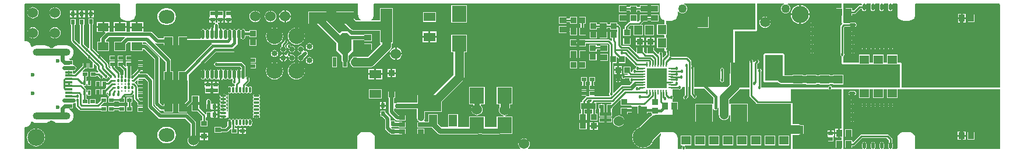
<source format=gbr>
%TF.GenerationSoftware,Altium Limited,Altium Designer,19.0.15 (446)*%
G04 Layer_Physical_Order=1*
G04 Layer_Color=794757*
%FSLAX26Y26*%
%MOIN*%
%TF.FileFunction,Copper,L1,Top,Signal*%
%TF.Part,Single*%
G01*
G75*
%TA.AperFunction,ConnectorPad*%
%ADD10R,0.039370X0.023622*%
%ADD11R,0.039370X0.011811*%
%TA.AperFunction,SMDPad,CuDef*%
%ADD12R,0.037402X0.033465*%
%ADD13R,0.055118X0.051181*%
%ADD14R,0.070866X0.051181*%
%ADD15R,0.039370X0.035433*%
%ADD16R,0.064961X0.047244*%
%ADD17R,0.070866X0.196850*%
%ADD18R,0.023622X0.055118*%
%ADD19R,0.023622X0.070866*%
%ADD20R,0.098425X0.066929*%
%ADD21R,0.023622X0.029528*%
%TA.AperFunction,BGAPad,CuDef*%
%ADD22C,0.031496*%
%TA.AperFunction,SMDPad,CuDef*%
%ADD23R,0.084646X0.096457*%
%ADD24R,0.137795X0.092520*%
%ADD25O,0.017716X0.055118*%
%ADD26O,0.007874X0.027559*%
%ADD27O,0.027559X0.007874*%
%ADD28R,0.118110X0.118110*%
%TA.AperFunction,BGAPad,CuDef*%
%ADD29C,0.010236*%
%TA.AperFunction,SMDPad,CuDef*%
%ADD30R,0.037402X0.025591*%
%ADD31R,0.029528X0.023622*%
%ADD32R,0.025197X0.023622*%
%ADD33R,0.051181X0.055118*%
%ADD34O,0.055118X0.019685*%
%ADD35O,0.039370X0.019685*%
%ADD36R,0.035433X0.039370*%
%ADD37R,0.096457X0.100394*%
%ADD38R,0.033465X0.037402*%
%ADD39O,0.019685X0.055118*%
%ADD40O,0.019685X0.039370*%
%ADD41R,0.047244X0.064961*%
%ADD42R,0.196850X0.177165*%
%ADD43R,0.015748X0.027559*%
%ADD44R,0.035433X0.031496*%
%ADD45R,0.023622X0.025197*%
%ADD46R,0.047244X0.047244*%
%ADD47O,0.037402X0.011811*%
%ADD48O,0.011811X0.037402*%
%ADD49R,0.131890X0.131890*%
%ADD50R,0.051181X0.070866*%
%ADD51R,0.037402X0.035433*%
%TA.AperFunction,Conductor*%
%ADD52C,0.023622*%
%ADD53C,0.010000*%
%ADD54C,0.050000*%
%ADD55C,0.015000*%
%ADD56C,0.020000*%
%ADD57C,0.040000*%
%ADD58C,0.023000*%
%ADD59C,0.039000*%
%ADD60C,0.100000*%
%ADD61C,0.080000*%
%ADD62C,0.030000*%
%ADD63C,0.025000*%
%ADD64C,0.035000*%
%TA.AperFunction,ComponentPad*%
G04:AMPARAMS|DCode=65|XSize=39.37mil|YSize=90.551mil|CornerRadius=19.685mil|HoleSize=0mil|Usage=FLASHONLY|Rotation=270.000|XOffset=0mil|YOffset=0mil|HoleType=Round|Shape=RoundedRectangle|*
%AMROUNDEDRECTD65*
21,1,0.039370,0.051181,0,0,270.0*
21,1,0.000000,0.090551,0,0,270.0*
1,1,0.039370,-0.025591,0.000000*
1,1,0.039370,-0.025591,0.000000*
1,1,0.039370,0.025591,0.000000*
1,1,0.039370,0.025591,0.000000*
%
%ADD65ROUNDEDRECTD65*%
%ADD66C,0.059843*%
%ADD67C,0.050000*%
%ADD68R,0.059843X0.059843*%
%TA.AperFunction,ViaPad*%
%ADD69C,0.060000*%
%ADD70C,0.098425*%
%TA.AperFunction,ComponentPad*%
%ADD71C,0.093504*%
%ADD72C,0.033465*%
%ADD73O,0.090551X0.078740*%
%ADD74C,0.060000*%
%ADD75C,0.118110*%
%ADD76C,0.018000*%
%TA.AperFunction,ViaPad*%
%ADD77C,0.018000*%
%ADD78C,0.023622*%
%ADD79C,0.032000*%
G36*
X5399898Y1244421D02*
X5402567Y1240527D01*
X5402607Y1235542D01*
Y1181472D01*
X5402600D01*
X5403785Y1172468D01*
X5407260Y1164079D01*
X5412788Y1156874D01*
X5419993Y1151346D01*
X5428383Y1147871D01*
X5436435Y1146811D01*
X5437425Y1146614D01*
X5468921D01*
X5469989Y1146826D01*
X5477924Y1147871D01*
X5486314Y1151346D01*
X5493519Y1156874D01*
X5499047Y1164079D01*
X5502522Y1172468D01*
X5503628Y1180871D01*
X5503740Y1181432D01*
Y1240290D01*
X5503779Y1240487D01*
X5503779D01*
X5506448Y1244382D01*
X5508054Y1245047D01*
X5508291Y1245000D01*
X5984669D01*
X5984906Y1245047D01*
X5987963Y1243781D01*
X5989229Y1240725D01*
X5989182Y1240487D01*
Y763000D01*
X5427897D01*
X5427897Y763000D01*
Y896282D01*
X5427121Y900184D01*
X5424910Y903492D01*
X5421603Y905702D01*
X5417701Y906478D01*
X5403200D01*
Y951632D01*
X5344082D01*
Y906478D01*
X5323200D01*
Y951632D01*
X5264082D01*
Y906478D01*
X5243200D01*
Y951632D01*
X5184082D01*
Y906478D01*
X5093000D01*
Y944228D01*
X5094931Y945518D01*
X5097362Y949157D01*
X5098216Y953449D01*
X5097362Y957741D01*
X5097196Y957989D01*
Y1109777D01*
X5101223Y1113804D01*
X5131180D01*
X5132615Y1112845D01*
X5137236Y1111926D01*
X5156921D01*
X5161542Y1112845D01*
X5165459Y1115462D01*
X5168077Y1119379D01*
X5168996Y1124000D01*
X5168077Y1128621D01*
X5165459Y1132538D01*
X5161542Y1135155D01*
X5156921Y1136074D01*
X5137236D01*
X5132615Y1135155D01*
X5131180Y1134196D01*
X5097000D01*
X5093000Y1138498D01*
Y1245000D01*
X5197911D01*
X5200400Y1240796D01*
X5198408Y1236275D01*
X5186079D01*
X5182177Y1235498D01*
X5178869Y1233288D01*
X5152777Y1207196D01*
X5144291D01*
Y1218685D01*
X5104858D01*
Y1175315D01*
X5144291D01*
Y1186804D01*
X5157000D01*
X5160902Y1187580D01*
X5164210Y1189790D01*
X5190302Y1215883D01*
X5199926D01*
Y1215236D01*
X5200845Y1210616D01*
X5203462Y1206698D01*
X5207379Y1204081D01*
X5212000Y1203162D01*
X5216621Y1204081D01*
X5220538Y1206698D01*
X5223155Y1210616D01*
X5224074Y1215236D01*
Y1234921D01*
X5223155Y1239542D01*
X5222850Y1240000D01*
X5225522Y1245000D01*
X5248478D01*
X5251150Y1240000D01*
X5250845Y1239542D01*
X5249926Y1234921D01*
Y1215236D01*
X5250845Y1210616D01*
X5253462Y1206698D01*
X5257379Y1204081D01*
X5262000Y1203162D01*
X5266621Y1204081D01*
X5270538Y1206698D01*
X5273155Y1210616D01*
X5274074Y1215236D01*
Y1234921D01*
X5273155Y1239542D01*
X5272850Y1240000D01*
X5275522Y1245000D01*
X5298478D01*
X5301150Y1240000D01*
X5300845Y1239542D01*
X5299926Y1234921D01*
Y1215236D01*
X5300845Y1210616D01*
X5303462Y1206698D01*
X5307379Y1204081D01*
X5312000Y1203162D01*
X5316621Y1204081D01*
X5320538Y1206698D01*
X5323155Y1210616D01*
X5324074Y1215236D01*
Y1234921D01*
X5323155Y1239542D01*
X5322850Y1240000D01*
X5325522Y1245000D01*
X5348478D01*
X5351150Y1240000D01*
X5350845Y1239542D01*
X5349926Y1234921D01*
Y1215236D01*
X5350845Y1210616D01*
X5353462Y1206698D01*
X5357379Y1204081D01*
X5362000Y1203162D01*
X5366621Y1204081D01*
X5370538Y1206698D01*
X5373155Y1210616D01*
X5374074Y1215236D01*
Y1234921D01*
X5373155Y1239542D01*
X5372850Y1240000D01*
X5375522Y1245000D01*
X5398055D01*
X5398356Y1245060D01*
X5399898Y1244421D01*
D02*
G37*
G36*
X5082804Y1218685D02*
X5051709D01*
Y1175315D01*
X5082804D01*
Y1138498D01*
X5083157Y1136725D01*
X5083444Y1134942D01*
X5083543Y1134781D01*
X5083580Y1134597D01*
X5084585Y1133093D01*
X5085533Y1131556D01*
X5087751Y1129170D01*
X5079790Y1121210D01*
X5077580Y1117902D01*
X5076804Y1114000D01*
Y957989D01*
X5076638Y957741D01*
X5075784Y953449D01*
X5076638Y949157D01*
X5079069Y945518D01*
X5082708Y943087D01*
X5082804Y943068D01*
Y906478D01*
X5083580Y902576D01*
X5085790Y899269D01*
X5089098Y897058D01*
X5093000Y896282D01*
X5417701D01*
Y763000D01*
X5094187D01*
Y763000D01*
X5027818D01*
X5027362Y765292D01*
X5024931Y768931D01*
X5021292Y771362D01*
X5017000Y772216D01*
X5012708Y771362D01*
X5009069Y768931D01*
X5006638Y765292D01*
X5006182Y763000D01*
X4625059D01*
X4624267Y766977D01*
X4624101Y767225D01*
Y856105D01*
X4624267Y856354D01*
X4625121Y860646D01*
X4624267Y864938D01*
X4621836Y868576D01*
X4618198Y871007D01*
X4613906Y871861D01*
X4609614Y871007D01*
X4606196Y868724D01*
X4604927Y868981D01*
X4601196Y870424D01*
Y897777D01*
X4604999Y901580D01*
X4605292Y901638D01*
X4608931Y904069D01*
X4611362Y907708D01*
X4612216Y912000D01*
X4611362Y916292D01*
X4608931Y919931D01*
X4605292Y922362D01*
X4601000Y923216D01*
X4596708Y922362D01*
X4593069Y919931D01*
X4590638Y916292D01*
X4590580Y915999D01*
X4585221Y910640D01*
X4580296Y910516D01*
X4578979Y911009D01*
X4578087Y912355D01*
X4578216Y913000D01*
X4577362Y917292D01*
X4574931Y920931D01*
X4571292Y923362D01*
X4567000Y924216D01*
X4562708Y923362D01*
X4559069Y920931D01*
X4556638Y917292D01*
X4555784Y913000D01*
X4556638Y908708D01*
X4556804Y908460D01*
Y763000D01*
X4464000D01*
Y897200D01*
X4466902Y897777D01*
X4470209Y899987D01*
X4472420Y903295D01*
X4473196Y907197D01*
X4473196Y1085087D01*
X4589000D01*
X4592902Y1085863D01*
X4596210Y1088073D01*
X4598420Y1091381D01*
X4599196Y1095283D01*
Y1245000D01*
X4751737D01*
X4752732Y1240000D01*
X4749714Y1238750D01*
X4744074Y1234422D01*
X4739746Y1228782D01*
X4737026Y1222214D01*
X4736098Y1215165D01*
X4737026Y1208117D01*
X4739746Y1201549D01*
X4744074Y1195909D01*
X4749714Y1191581D01*
X4756282Y1188860D01*
X4763331Y1187932D01*
X4770379Y1188860D01*
X4776947Y1191581D01*
X4782587Y1195909D01*
X4786915Y1201549D01*
X4789636Y1208117D01*
X4790564Y1215165D01*
X4789636Y1222214D01*
X4786915Y1228782D01*
X4782587Y1234422D01*
X4776947Y1238750D01*
X4773930Y1240000D01*
X4774924Y1245000D01*
X5082804D01*
Y1218685D01*
D02*
G37*
G36*
X4589000Y1095283D02*
X4463000D01*
X4463000Y907197D01*
X4445772D01*
Y844982D01*
X4443544Y839603D01*
X4442513Y831772D01*
Y781023D01*
X4428489Y767000D01*
X4239196Y767000D01*
Y870460D01*
X4239362Y870708D01*
X4240216Y875000D01*
X4239362Y879292D01*
X4236931Y882931D01*
X4233292Y885362D01*
X4229000Y886216D01*
X4228196Y886056D01*
X4223196Y889907D01*
Y914000D01*
X4222420Y917902D01*
X4220210Y921210D01*
X4204210Y937210D01*
X4200902Y939420D01*
X4197000Y940196D01*
X4107327D01*
X4107079Y940362D01*
X4102787Y941216D01*
X4101378Y942787D01*
X4099559Y945672D01*
X4100196Y948874D01*
Y964460D01*
X4100362Y964708D01*
X4101216Y969000D01*
X4100362Y973292D01*
X4097931Y976931D01*
X4094292Y979362D01*
X4090000Y980216D01*
X4085708Y979362D01*
X4084197Y978352D01*
X4079197Y980946D01*
Y989441D01*
X4083094D01*
Y1048559D01*
X4079197D01*
X4079197Y1066441D01*
X4083094D01*
Y1125559D01*
X4079197D01*
Y1141614D01*
X4079197Y1146614D01*
X4110693D01*
X4111176Y1146710D01*
X4119696Y1147832D01*
X4128086Y1151307D01*
X4135290Y1156835D01*
X4140818Y1164039D01*
X4144293Y1172429D01*
X4145415Y1180949D01*
X4145511Y1181432D01*
Y1198136D01*
X4150511Y1199834D01*
X4153523Y1195909D01*
X4159163Y1191581D01*
X4165731Y1188860D01*
X4172780Y1187932D01*
X4179828Y1188860D01*
X4186396Y1191581D01*
X4192036Y1195909D01*
X4196364Y1201549D01*
X4199085Y1208117D01*
X4200013Y1215165D01*
X4199085Y1222214D01*
X4196364Y1228782D01*
X4192036Y1234422D01*
X4186396Y1238750D01*
X4183379Y1240000D01*
X4184373Y1245000D01*
X4589000D01*
Y1095283D01*
D02*
G37*
G36*
X2315320Y1244425D02*
X2317989Y1240531D01*
X2318036Y1235549D01*
Y1181432D01*
X2318149Y1180863D01*
X2319254Y1172472D01*
X2322729Y1164083D01*
X2328257Y1156878D01*
X2332974Y1153259D01*
X2331277Y1148259D01*
X2306801D01*
X2293953Y1161107D01*
Y1199086D01*
X2191528D01*
Y1128157D01*
X2241318D01*
X2272871Y1096604D01*
X2279138Y1091795D01*
X2286436Y1088772D01*
X2294267Y1087741D01*
X2441638D01*
Y1017575D01*
X2446326D01*
X2447782Y1012575D01*
X2373600Y938393D01*
X2301055D01*
X2295739Y937693D01*
X2287244D01*
Y934885D01*
X2285926Y934339D01*
X2279659Y929530D01*
X2274850Y923263D01*
X2271827Y915966D01*
X2270796Y908134D01*
X2271827Y900302D01*
X2274850Y893004D01*
X2279659Y886738D01*
X2285926Y881929D01*
X2287244Y881383D01*
Y878575D01*
X2295739D01*
X2301055Y877875D01*
X2386134D01*
X2393965Y878906D01*
X2401263Y881929D01*
X2407530Y886738D01*
X2500467Y979674D01*
X2505276Y985941D01*
X2508299Y993239D01*
X2509330Y1001071D01*
Y1017575D01*
X2516504D01*
Y1218425D01*
X2441638D01*
Y1148259D01*
X2394104D01*
X2392407Y1153259D01*
X2397129Y1156882D01*
X2402657Y1164087D01*
X2406132Y1172476D01*
X2407227Y1180797D01*
X2407354Y1181432D01*
Y1240309D01*
X2407389Y1240487D01*
X2407389D01*
X2410059Y1244382D01*
X2411664Y1245047D01*
X2411902Y1245000D01*
X4039827D01*
X4040064Y1245047D01*
X4041670Y1244382D01*
X4044339Y1240487D01*
X4044378Y1235502D01*
Y1181432D01*
X4044372D01*
X4045557Y1172429D01*
X4049032Y1164039D01*
X4054560Y1156835D01*
X4061765Y1151307D01*
X4069313Y1148180D01*
X4069001Y1146614D01*
X4069001Y1141614D01*
Y1125559D01*
X4027913D01*
Y1066441D01*
X4065465D01*
X4069001Y1062905D01*
X4069001Y1048559D01*
X4027913D01*
Y989441D01*
X4069001D01*
Y980946D01*
X4069305Y979416D01*
X4069477Y977866D01*
X4069691Y977479D01*
X4069777Y977044D01*
X4070644Y975747D01*
X4071395Y974381D01*
X4071741Y974105D01*
X4071987Y973736D01*
X4073284Y972870D01*
X4074501Y971896D01*
X4078906Y969611D01*
X4078785Y969000D01*
X4079638Y964708D01*
X4079804Y964460D01*
Y953097D01*
X4063764Y937057D01*
X4059145Y938971D01*
Y952383D01*
X4059362Y952708D01*
X4060215Y957000D01*
X4059362Y961292D01*
X4056931Y964931D01*
X4053292Y967362D01*
X4049000Y968216D01*
X4044708Y967362D01*
X4041069Y964931D01*
X4038638Y961292D01*
X4037840Y957278D01*
X4036701Y956527D01*
X4033094Y954953D01*
X4010701Y977346D01*
Y994142D01*
X3969299D01*
Y958625D01*
X3964299Y958157D01*
X3951701Y970755D01*
Y994142D01*
X3910299D01*
Y966653D01*
X3905680Y964739D01*
X3869210Y1001210D01*
X3865902Y1003420D01*
X3862000Y1004196D01*
X3827419D01*
X3820606Y1011010D01*
Y1106355D01*
X3819829Y1110257D01*
X3817619Y1113565D01*
X3808974Y1122210D01*
X3805666Y1124420D01*
X3801765Y1125196D01*
X3800701D01*
Y1134755D01*
X3759299D01*
Y1125196D01*
X3742685D01*
Y1137291D01*
X3699315D01*
Y1125196D01*
X3683261D01*
Y1134755D01*
X3641860D01*
Y1097291D01*
X3683261D01*
Y1104804D01*
X3699315D01*
Y1097858D01*
X3742685D01*
Y1104804D01*
X3759299D01*
Y1097291D01*
X3800214D01*
Y1083574D01*
X3759299D01*
Y1046110D01*
X3768778D01*
Y1031712D01*
X3768463Y1031414D01*
X3764135Y1029284D01*
X3758377Y1035043D01*
X3755069Y1037253D01*
X3751167Y1038029D01*
X3619126D01*
Y1040386D01*
X3581661D01*
Y998984D01*
X3619126D01*
Y1017637D01*
X3746944D01*
X3754804Y1009777D01*
Y731540D01*
X3754638Y731292D01*
X3753785Y727000D01*
X3754638Y722708D01*
X3757069Y719069D01*
X3756507Y713675D01*
X3755485Y712196D01*
X3673654D01*
X3669626Y714543D01*
X3669626Y717196D01*
Y742165D01*
X3640429D01*
X3640429Y714543D01*
X3636401Y712196D01*
X3628626D01*
X3626626Y713362D01*
X3624598Y716752D01*
Y742165D01*
X3595402D01*
Y714543D01*
X3619096D01*
X3620613Y709543D01*
X3620113Y709210D01*
X3601930Y691027D01*
X3599720Y687719D01*
X3598944Y683817D01*
Y677701D01*
X3590408D01*
Y636299D01*
X3594086D01*
Y611913D01*
X3583581D01*
Y574449D01*
X3624983D01*
Y611913D01*
X3614478D01*
Y636299D01*
X3627872D01*
Y677701D01*
X3624514D01*
X3622443Y682701D01*
X3631546Y691804D01*
X3651852D01*
X3653765Y687185D01*
X3653112Y686531D01*
X3650901Y683223D01*
X3650125Y679321D01*
Y677701D01*
X3641589D01*
Y636299D01*
X3655535D01*
Y611673D01*
X3645030D01*
Y574209D01*
X3686432D01*
Y611673D01*
X3675927D01*
Y636299D01*
X3679053D01*
Y676804D01*
X3765314D01*
X3767385Y671804D01*
X3762392Y666811D01*
X3760281D01*
X3760276Y666814D01*
X3754424Y667978D01*
X3748571Y666814D01*
X3748566Y666811D01*
X3738874D01*
Y639189D01*
X3739130D01*
Y610371D01*
X3739644Y607788D01*
Y596378D01*
X3748366D01*
X3748571Y596241D01*
X3754424Y595077D01*
X3760276Y596241D01*
X3760481Y596378D01*
X3768840D01*
Y605961D01*
X3769718Y610371D01*
Y639189D01*
X3772402D01*
Y647982D01*
X3815255Y690835D01*
X3819874Y688922D01*
Y659858D01*
X3851595D01*
X3853508Y658580D01*
X3857409Y657804D01*
X3877903D01*
X3881709Y654921D01*
X3881709Y652804D01*
Y645981D01*
X3861276D01*
Y646142D01*
X3819874D01*
Y608677D01*
X3861276D01*
Y620491D01*
X3881709D01*
Y611551D01*
X3921142D01*
Y652804D01*
X3921142Y654921D01*
X3924948Y657804D01*
X3931052D01*
X3934858Y654921D01*
Y611551D01*
X3974291D01*
Y620491D01*
X3996345D01*
Y609677D01*
X3998308D01*
X3999684Y606277D01*
X3999708Y604677D01*
X3988695Y596226D01*
X3926892Y534423D01*
X3924444Y533681D01*
X3913837Y528011D01*
X3904540Y520381D01*
X3896910Y511084D01*
X3891241Y500478D01*
X3887750Y488969D01*
X3886571Y477000D01*
X3887750Y465031D01*
X3891241Y453522D01*
X3896910Y442916D01*
X3904540Y433619D01*
X3913837Y425989D01*
X3924444Y420320D01*
X3935953Y416828D01*
X3947922Y415649D01*
X3959890Y416828D01*
X3971399Y420320D01*
X3982006Y425989D01*
X3991303Y433619D01*
X3998933Y442916D01*
X4004602Y453522D01*
X4005345Y455970D01*
X4048086Y498711D01*
X4049080Y498453D01*
X4051029Y492779D01*
X4049037Y490184D01*
X4045558Y481784D01*
X4044372Y472771D01*
X4044378D01*
Y413716D01*
X4044428Y413467D01*
X4043738Y411802D01*
X4039831Y409164D01*
X4034907Y409164D01*
X3290199D01*
X3288502Y414164D01*
X3289823Y415177D01*
X3294952Y421862D01*
X3298176Y429646D01*
X3299276Y438000D01*
X3298176Y446354D01*
X3294952Y454138D01*
X3289823Y460823D01*
X3283138Y465952D01*
X3275354Y469176D01*
X3267000Y470276D01*
X3258646Y469176D01*
X3250862Y465952D01*
X3244177Y460823D01*
X3239048Y454138D01*
X3235824Y446354D01*
X3234724Y438000D01*
X3235824Y429646D01*
X3239048Y421862D01*
X3244177Y415177D01*
X3245498Y414164D01*
X3243801Y409164D01*
X2417811D01*
X2417569Y409116D01*
X2414487Y410392D01*
X2413214Y413467D01*
X2413263Y413716D01*
Y472771D01*
X2413266D01*
X2412080Y481784D01*
X2408601Y490184D01*
X2403066Y497396D01*
X2395854Y502931D01*
X2387454Y506410D01*
X2378441Y507596D01*
Y507589D01*
X2346945D01*
Y507596D01*
X2337931Y506410D01*
X2329532Y502931D01*
X2322320Y497396D01*
X2316785Y490184D01*
X2313306Y481784D01*
X2312119Y472771D01*
X2312126D01*
Y413716D01*
X2312176Y413467D01*
X2310902Y410392D01*
X2307821Y409116D01*
X2307579Y409164D01*
X1055642D01*
X1055399Y409116D01*
X1052318Y410392D01*
X1051044Y413467D01*
X1051094Y413716D01*
Y472399D01*
X1051097Y472771D01*
X1051097D01*
X1049910Y481784D01*
X1046431Y490184D01*
X1040897Y497396D01*
X1033684Y502931D01*
X1025285Y506410D01*
X1016272Y507596D01*
Y507589D01*
X984776D01*
Y507596D01*
X975762Y506410D01*
X967363Y502931D01*
X960150Y497396D01*
X954616Y490184D01*
X951137Y481784D01*
X949950Y472771D01*
X949957D01*
Y413716D01*
X950007Y413467D01*
X948733Y410392D01*
X945652Y409116D01*
X945409Y409164D01*
X413925D01*
X413683Y409116D01*
X410601Y410392D01*
X409325Y413473D01*
X409373Y413716D01*
Y530063D01*
X409325Y530305D01*
X410016Y531973D01*
X413925Y534607D01*
X422939Y535794D01*
X431338Y539273D01*
X438550Y544808D01*
X444085Y552020D01*
X447564Y560419D01*
X448115Y564603D01*
X453449Y566812D01*
X456539Y564441D01*
X466124Y560471D01*
X476409Y559117D01*
X527591D01*
X537876Y560471D01*
X547461Y564441D01*
X555692Y570757D01*
X558087Y573878D01*
X569929D01*
X572324Y570757D01*
X580555Y564441D01*
X590139Y560471D01*
X600425Y559117D01*
X651606D01*
X661892Y560471D01*
X671477Y564441D01*
X679708Y570757D01*
X686023Y578987D01*
X689994Y588572D01*
X691348Y598858D01*
X689994Y609144D01*
X686023Y618729D01*
X679708Y626960D01*
X671477Y633275D01*
X665073Y635928D01*
X665586Y641128D01*
X669855Y641977D01*
X672447Y643709D01*
X685102D01*
Y668871D01*
X689000Y671860D01*
X695559Y673164D01*
X698804Y675332D01*
X703804Y672660D01*
Y658000D01*
X704580Y654098D01*
X706790Y650790D01*
X723775Y633806D01*
X727082Y631596D01*
X730984Y630820D01*
X845181D01*
Y627205D01*
X878709D01*
Y654827D01*
X847246D01*
X845171Y659823D01*
X862553Y677205D01*
X878709D01*
Y704827D01*
X845181D01*
Y688671D01*
X825202Y668692D01*
X817984D01*
Y695489D01*
X784457D01*
Y668692D01*
X772708D01*
Y695489D01*
X764070D01*
Y721426D01*
X769070Y723750D01*
X769488Y723397D01*
Y716899D01*
X789236D01*
Y727656D01*
X789724Y728386D01*
X790577Y732678D01*
X789724Y736970D01*
X789236Y737700D01*
Y748458D01*
X769488D01*
Y737883D01*
X769212Y737628D01*
X765994Y736781D01*
X763838Y736645D01*
X761999Y738649D01*
Y751197D01*
X761223Y755099D01*
X759013Y758407D01*
X749715Y767704D01*
X751628Y772324D01*
X761677D01*
Y783083D01*
X763710Y784776D01*
X767925Y784007D01*
X769263Y783418D01*
X769488Y783081D01*
Y772324D01*
X789236D01*
Y783081D01*
X789724Y783811D01*
X790577Y788103D01*
X789724Y792395D01*
X789236Y793125D01*
Y803883D01*
X769488D01*
Y798085D01*
X769460Y798035D01*
X764990Y799225D01*
X764460Y799690D01*
Y825867D01*
X773488D01*
Y853489D01*
X743704D01*
X741633Y858489D01*
X756545Y873402D01*
X770535D01*
Y902598D01*
X742913D01*
Y888608D01*
X695643Y841338D01*
X689446D01*
X685102Y842921D01*
Y857702D01*
X688902D01*
X695461Y859007D01*
X701022Y862722D01*
X704737Y868283D01*
X706042Y874842D01*
X704737Y881402D01*
X701022Y886962D01*
X695461Y890678D01*
X688902Y891983D01*
X685102Y892528D01*
Y920149D01*
X672447D01*
X669855Y921881D01*
X665586Y922731D01*
X665073Y927930D01*
X671477Y930583D01*
X679708Y936899D01*
X686023Y945129D01*
X689994Y954714D01*
X691348Y965000D01*
X689994Y975286D01*
X686023Y984871D01*
X679708Y993101D01*
X671477Y999417D01*
X661892Y1003387D01*
X651606Y1004741D01*
X600425D01*
X590139Y1003387D01*
X580555Y999417D01*
X572324Y993101D01*
X569929Y989980D01*
X558087D01*
X555692Y993101D01*
X547461Y999417D01*
X537876Y1003387D01*
X527591Y1004741D01*
X476409D01*
X466124Y1003387D01*
X456539Y999417D01*
X453473Y997065D01*
X448139Y999274D01*
X447564Y1003643D01*
X444085Y1012043D01*
X438550Y1019255D01*
X431338Y1024790D01*
X422939Y1028269D01*
X413925Y1029455D01*
X410016Y1032089D01*
X409328Y1033750D01*
X409378Y1033997D01*
X409412Y1235487D01*
X409413Y1240487D01*
X412082Y1244382D01*
X413688Y1245047D01*
X413925Y1245000D01*
X951311D01*
X951548Y1245047D01*
X953154Y1244382D01*
X955823Y1240487D01*
X955867Y1235504D01*
Y1181432D01*
X955975Y1180890D01*
X957088Y1172429D01*
X960564Y1164039D01*
X966092Y1156835D01*
X973296Y1151307D01*
X981686Y1147832D01*
X990194Y1146712D01*
X990685Y1146614D01*
X1010366D01*
X1010909Y1146722D01*
X1019369Y1147836D01*
X1027759Y1151311D01*
X1034963Y1156839D01*
X1040492Y1164043D01*
X1043967Y1172433D01*
X1045086Y1180940D01*
X1045185Y1181432D01*
Y1240246D01*
X1045224Y1240444D01*
X1045224D01*
X1047059Y1243121D01*
X1049736Y1244956D01*
X1054720Y1245000D01*
X2313488D01*
X2313788Y1245059D01*
X2315320Y1244425D01*
D02*
G37*
G36*
X3903790Y889790D02*
X3907098Y887580D01*
X3908580Y887285D01*
X3909636Y881977D01*
X3908069Y880931D01*
X3905638Y877292D01*
X3904785Y873000D01*
X3904944Y872196D01*
X3904668Y871304D01*
X3900712Y867846D01*
X3898854Y868216D01*
X3894562Y867362D01*
X3890923Y864931D01*
X3888492Y861292D01*
X3887638Y857000D01*
X3887690Y856740D01*
X3884524Y852604D01*
X3879703Y852338D01*
X3875323Y856718D01*
Y883701D01*
X3837858D01*
Y842299D01*
X3859338D01*
X3860963Y840196D01*
X3858507Y835196D01*
X3841400D01*
X3838000Y835872D01*
X3833708Y835019D01*
X3830069Y832587D01*
X3827638Y828949D01*
X3826785Y824657D01*
X3827638Y820365D01*
X3830069Y816726D01*
X3833708Y814295D01*
X3838000Y813441D01*
X3842292Y814295D01*
X3843054Y814804D01*
X3868429D01*
X3871342Y809804D01*
X3870785Y807000D01*
X3871638Y802708D01*
X3874069Y799069D01*
X3877708Y796638D01*
X3882000Y795784D01*
X3883615Y796106D01*
X3886079Y791498D01*
X3870777Y776196D01*
X3828323D01*
X3824421Y775420D01*
X3821113Y773210D01*
X3780196Y732292D01*
X3775196Y734363D01*
Y904299D01*
X3795142D01*
Y936497D01*
X3799761Y938410D01*
X3808858Y929313D01*
Y904299D01*
X3846323D01*
Y940187D01*
X3851323Y942258D01*
X3903790Y889790D01*
D02*
G37*
G36*
X5025829Y753000D02*
X5026833D01*
X5027818Y752804D01*
X5083804D01*
Y524685D01*
X5074425D01*
Y500000D01*
Y475315D01*
X5083804D01*
Y458685D01*
X5050709D01*
Y415315D01*
X5083804D01*
Y409164D01*
X4803196D01*
Y490768D01*
X4836000D01*
X4843832Y491799D01*
X4851129Y494822D01*
X4851700Y495260D01*
X4867480D01*
Y546504D01*
X4852078D01*
X4851129Y547232D01*
X4843832Y550255D01*
X4836000Y551286D01*
X4803196D01*
Y669804D01*
X4802420Y673706D01*
X4800210Y677014D01*
X4796902Y679224D01*
X4793000Y680000D01*
Y752804D01*
X5006182D01*
X5007167Y753000D01*
X5008171D01*
X5008911Y753306D01*
X5009069Y753069D01*
X5012708Y750638D01*
X5017000Y749784D01*
X5021292Y750638D01*
X5024931Y753069D01*
X5025089Y753306D01*
X5025829Y753000D01*
D02*
G37*
G36*
X5989182Y413716D02*
X5989186Y413696D01*
X5989182Y413677D01*
X5989182D01*
X5986512Y409782D01*
X5984906Y409117D01*
X5984669Y409164D01*
X5508291D01*
X5508049Y409116D01*
X5504968Y410392D01*
X5503691Y413473D01*
X5503740Y413716D01*
Y472771D01*
X5503747D01*
X5502560Y481784D01*
X5499081Y490184D01*
X5493547Y497396D01*
X5486334Y502931D01*
X5477935Y506410D01*
X5468921Y507596D01*
Y507589D01*
X5468921Y507589D01*
X5437425D01*
Y507596D01*
X5428412Y506410D01*
X5420012Y502931D01*
X5412800Y497396D01*
X5407266Y490184D01*
X5403786Y481784D01*
X5402600Y472771D01*
X5402607D01*
Y413716D01*
X5402656Y413467D01*
X5401967Y411802D01*
X5398059Y409164D01*
X5393135Y409164D01*
X5376632D01*
X5373959Y414164D01*
X5374155Y414458D01*
X5375074Y419079D01*
Y438764D01*
X5374155Y443385D01*
X5373196Y444820D01*
Y465000D01*
X5372420Y468902D01*
X5370210Y472210D01*
X5352210Y490210D01*
X5348902Y492420D01*
X5345000Y493196D01*
X5196000D01*
X5192098Y492420D01*
X5188790Y490210D01*
X5148291Y449711D01*
X5143291Y451782D01*
Y458685D01*
X5103858D01*
Y415315D01*
X5143291D01*
Y426804D01*
X5150000D01*
X5153902Y427580D01*
X5157210Y429790D01*
X5200223Y472804D01*
X5340777D01*
X5352804Y460777D01*
Y444820D01*
X5351845Y443385D01*
X5350926Y438764D01*
Y419079D01*
X5351845Y414458D01*
X5352041Y414164D01*
X5349368Y409164D01*
X5326632D01*
X5323959Y414164D01*
X5324155Y414458D01*
X5325074Y419079D01*
Y438764D01*
X5324155Y443385D01*
X5321538Y447302D01*
X5317621Y449919D01*
X5313000Y450838D01*
X5308379Y449919D01*
X5304462Y447302D01*
X5301845Y443385D01*
X5300926Y438764D01*
Y419079D01*
X5301845Y414458D01*
X5302041Y414164D01*
X5299368Y409164D01*
X5276632D01*
X5273959Y414164D01*
X5274155Y414458D01*
X5275074Y419079D01*
Y438764D01*
X5274155Y443385D01*
X5271538Y447302D01*
X5267621Y449919D01*
X5263000Y450838D01*
X5258379Y449919D01*
X5254462Y447302D01*
X5251845Y443385D01*
X5250926Y438764D01*
Y419079D01*
X5251845Y414458D01*
X5252041Y414164D01*
X5249368Y409164D01*
X5226632D01*
X5223959Y414164D01*
X5224155Y414458D01*
X5225074Y419079D01*
Y438764D01*
X5224155Y443385D01*
X5221538Y447302D01*
X5217621Y449919D01*
X5213000Y450838D01*
X5208379Y449919D01*
X5204462Y447302D01*
X5201845Y443385D01*
X5200926Y438764D01*
Y419079D01*
X5201845Y414458D01*
X5202041Y414164D01*
X5199368Y409164D01*
X5094000D01*
Y752804D01*
X5184082D01*
Y702417D01*
X5243200D01*
Y752804D01*
X5263988D01*
Y702417D01*
X5323106D01*
Y752804D01*
X5343988D01*
Y702417D01*
X5403106D01*
Y752804D01*
X5989182D01*
Y413716D01*
D02*
G37*
G36*
X4218804Y725666D02*
X4219580Y721765D01*
X4221790Y718457D01*
X4232246Y708001D01*
X4232305Y707708D01*
X4234736Y704069D01*
X4238374Y701638D01*
X4242666Y700784D01*
X4246958Y701638D01*
X4250597Y704069D01*
X4253028Y707708D01*
X4253882Y712000D01*
X4253028Y716292D01*
X4250597Y719931D01*
X4246958Y722362D01*
X4246666Y722420D01*
X4239196Y729890D01*
Y756804D01*
X4298370D01*
X4350255Y704919D01*
Y671452D01*
X4346228Y669102D01*
X4345255Y669102D01*
X4245772D01*
Y564709D01*
X4346228D01*
Y639615D01*
X4351225Y640123D01*
X4353988Y635988D01*
X4358123Y633225D01*
X4363000Y632255D01*
X4367877Y633225D01*
X4372012Y635988D01*
X4374775Y640123D01*
X4375745Y645000D01*
X4380741Y644991D01*
Y606000D01*
X4381772Y598168D01*
X4384795Y590871D01*
X4389604Y584604D01*
X4395871Y579795D01*
X4403168Y576772D01*
X4411000Y575741D01*
X4418832Y576772D01*
X4426129Y579795D01*
X4432396Y584604D01*
X4437205Y590871D01*
X4440228Y598168D01*
X4440772Y602299D01*
X4445772Y601971D01*
Y564614D01*
X4546228D01*
Y669008D01*
X4446259D01*
X4445772Y669008D01*
X4441259Y670184D01*
Y694184D01*
X4494167Y747093D01*
X4494168Y747093D01*
X4498550Y752804D01*
X4556804D01*
Y715000D01*
X4557580Y711098D01*
X4559790Y707790D01*
X4594790Y672790D01*
X4598098Y670580D01*
X4602000Y669804D01*
X4793000D01*
Y409164D01*
X4194218D01*
X4190850Y414164D01*
X4191216Y416000D01*
X4190362Y420292D01*
X4187931Y423931D01*
X4185665Y425445D01*
X4187182Y430445D01*
X4222465D01*
Y485625D01*
X4163347D01*
Y430445D01*
X4172818D01*
X4174335Y425445D01*
X4172069Y423931D01*
X4169638Y420292D01*
X4168784Y416000D01*
X4169150Y414164D01*
X4165782Y409164D01*
X4150063D01*
X4149821Y409116D01*
X4148149Y409808D01*
X4145511Y413716D01*
X4145511Y418417D01*
Y472770D01*
X4145511Y472771D01*
X4145518D01*
X4144332Y481784D01*
X4140853Y490184D01*
X4135318Y497396D01*
X4128106Y502931D01*
X4119707Y506410D01*
X4115000Y507029D01*
Y634890D01*
X4147291D01*
Y678260D01*
X4115000D01*
Y696111D01*
X4117931Y698069D01*
X4120362Y701708D01*
X4121216Y706000D01*
X4120362Y710292D01*
X4117931Y713931D01*
X4115000Y715889D01*
Y751812D01*
X4153452D01*
X4153700Y751646D01*
X4157992Y750792D01*
X4162284Y751646D01*
X4165923Y754077D01*
X4168354Y757716D01*
X4169208Y762008D01*
X4173313Y767000D01*
X4186804D01*
Y718223D01*
X4185001Y716420D01*
X4184708Y716362D01*
X4181069Y713931D01*
X4178638Y710292D01*
X4177784Y706000D01*
X4178638Y701708D01*
X4181069Y698069D01*
X4184708Y695638D01*
X4189000Y694784D01*
X4193292Y695638D01*
X4196931Y698069D01*
X4199362Y701708D01*
X4199420Y702001D01*
X4204210Y706790D01*
X4206420Y710098D01*
X4207196Y714000D01*
Y767000D01*
X4218804D01*
Y725666D01*
D02*
G37*
%LPC*%
G36*
X5794142Y1186685D02*
X5776425D01*
Y1167000D01*
X5794142D01*
Y1186685D01*
D02*
G37*
G36*
X5766425D02*
X5748709D01*
Y1167000D01*
X5766425D01*
Y1186685D01*
D02*
G37*
G36*
X5844291Y1183685D02*
X5804858D01*
Y1140315D01*
X5844291D01*
Y1183685D01*
D02*
G37*
G36*
X5794142Y1157000D02*
X5776425D01*
Y1137315D01*
X5794142D01*
Y1157000D01*
D02*
G37*
G36*
X5766425D02*
X5748709D01*
Y1137315D01*
X5766425D01*
Y1157000D01*
D02*
G37*
G36*
X5748500Y1094660D02*
Y1086380D01*
X5756780D01*
X5756688Y1086843D01*
X5753593Y1091474D01*
X5748962Y1094568D01*
X5748500Y1094660D01*
D02*
G37*
G36*
X5738500D02*
X5738038Y1094568D01*
X5733407Y1091474D01*
X5730312Y1086843D01*
X5730220Y1086380D01*
X5738500D01*
Y1094660D01*
D02*
G37*
G36*
X5695000D02*
Y1086380D01*
X5703280D01*
X5703188Y1086843D01*
X5700093Y1091474D01*
X5695462Y1094568D01*
X5695000Y1094660D01*
D02*
G37*
G36*
X5685000D02*
X5684538Y1094568D01*
X5679907Y1091474D01*
X5676812Y1086843D01*
X5676720Y1086380D01*
X5685000D01*
Y1094660D01*
D02*
G37*
G36*
X5641500D02*
Y1086380D01*
X5649780D01*
X5649688Y1086843D01*
X5646593Y1091474D01*
X5641962Y1094568D01*
X5641500Y1094660D01*
D02*
G37*
G36*
X5631500D02*
X5631038Y1094568D01*
X5626407Y1091474D01*
X5623312Y1086843D01*
X5623220Y1086380D01*
X5631500D01*
Y1094660D01*
D02*
G37*
G36*
X5152079Y1087280D02*
Y1079000D01*
X5160358D01*
X5160266Y1079463D01*
X5157172Y1084093D01*
X5152541Y1087188D01*
X5152079Y1087280D01*
D02*
G37*
G36*
X5142079D02*
X5141616Y1087188D01*
X5136985Y1084093D01*
X5133891Y1079463D01*
X5133799Y1079000D01*
X5142079D01*
Y1087280D01*
D02*
G37*
G36*
X5756780Y1076380D02*
X5748500D01*
Y1068101D01*
X5748962Y1068193D01*
X5753593Y1071287D01*
X5756688Y1075918D01*
X5756780Y1076380D01*
D02*
G37*
G36*
X5738500D02*
X5730220D01*
X5730312Y1075918D01*
X5733407Y1071287D01*
X5738038Y1068193D01*
X5738500Y1068101D01*
Y1076380D01*
D02*
G37*
G36*
X5703280D02*
X5695000D01*
Y1068101D01*
X5695462Y1068193D01*
X5700093Y1071287D01*
X5703188Y1075918D01*
X5703280Y1076380D01*
D02*
G37*
G36*
X5685000D02*
X5676720D01*
X5676812Y1075918D01*
X5679907Y1071287D01*
X5684538Y1068193D01*
X5685000Y1068101D01*
Y1076380D01*
D02*
G37*
G36*
X5649780D02*
X5641500D01*
Y1068101D01*
X5641962Y1068193D01*
X5646593Y1071287D01*
X5649688Y1075918D01*
X5649780Y1076380D01*
D02*
G37*
G36*
X5631500D02*
X5623220D01*
X5623312Y1075918D01*
X5626407Y1071287D01*
X5631038Y1068193D01*
X5631500Y1068101D01*
Y1076380D01*
D02*
G37*
G36*
X5160358Y1069000D02*
X5152079D01*
Y1060720D01*
X5152541Y1060812D01*
X5157172Y1063907D01*
X5160266Y1068537D01*
X5160358Y1069000D01*
D02*
G37*
G36*
X5142079D02*
X5133799D01*
X5133891Y1068537D01*
X5136985Y1063907D01*
X5141616Y1060812D01*
X5142079Y1060720D01*
Y1069000D01*
D02*
G37*
G36*
X5748500Y1044973D02*
Y1036693D01*
X5756780D01*
X5756688Y1037155D01*
X5753593Y1041786D01*
X5748962Y1044881D01*
X5748500Y1044973D01*
D02*
G37*
G36*
X5738500D02*
X5738038Y1044881D01*
X5733407Y1041786D01*
X5730312Y1037155D01*
X5730220Y1036693D01*
X5738500D01*
Y1044973D01*
D02*
G37*
G36*
X5695000D02*
Y1036693D01*
X5703280D01*
X5703188Y1037155D01*
X5700093Y1041786D01*
X5695462Y1044881D01*
X5695000Y1044973D01*
D02*
G37*
G36*
X5685000D02*
X5684538Y1044881D01*
X5679907Y1041786D01*
X5676812Y1037155D01*
X5676720Y1036693D01*
X5685000D01*
Y1044973D01*
D02*
G37*
G36*
X5641500D02*
Y1036693D01*
X5649780D01*
X5649688Y1037155D01*
X5646593Y1041786D01*
X5641962Y1044881D01*
X5641500Y1044973D01*
D02*
G37*
G36*
X5631500D02*
X5631038Y1044881D01*
X5626407Y1041786D01*
X5623312Y1037155D01*
X5623220Y1036693D01*
X5631500D01*
Y1044973D01*
D02*
G37*
G36*
X5152079Y1036280D02*
Y1028000D01*
X5160358D01*
X5160266Y1028463D01*
X5157172Y1033093D01*
X5152541Y1036188D01*
X5152079Y1036280D01*
D02*
G37*
G36*
X5142079D02*
X5141616Y1036188D01*
X5136985Y1033093D01*
X5133891Y1028463D01*
X5133799Y1028000D01*
X5142079D01*
Y1036280D01*
D02*
G37*
G36*
X5756780Y1026693D02*
X5748500D01*
Y1018413D01*
X5748962Y1018505D01*
X5753593Y1021599D01*
X5756688Y1026230D01*
X5756780Y1026693D01*
D02*
G37*
G36*
X5738500D02*
X5730220D01*
X5730312Y1026230D01*
X5733407Y1021599D01*
X5738038Y1018505D01*
X5738500Y1018413D01*
Y1026693D01*
D02*
G37*
G36*
X5703280D02*
X5695000D01*
Y1018413D01*
X5695462Y1018505D01*
X5700093Y1021599D01*
X5703188Y1026230D01*
X5703280Y1026693D01*
D02*
G37*
G36*
X5685000D02*
X5676720D01*
X5676812Y1026230D01*
X5679907Y1021599D01*
X5684538Y1018505D01*
X5685000Y1018413D01*
Y1026693D01*
D02*
G37*
G36*
X5649780D02*
X5641500D01*
Y1018413D01*
X5641962Y1018505D01*
X5646593Y1021599D01*
X5649688Y1026230D01*
X5649780Y1026693D01*
D02*
G37*
G36*
X5631500D02*
X5623220D01*
X5623312Y1026230D01*
X5626407Y1021599D01*
X5631038Y1018505D01*
X5631500Y1018413D01*
Y1026693D01*
D02*
G37*
G36*
X5160358Y1018000D02*
X5152079D01*
Y1009720D01*
X5152541Y1009812D01*
X5157172Y1012907D01*
X5160266Y1017538D01*
X5160358Y1018000D01*
D02*
G37*
G36*
X5142079D02*
X5133799D01*
X5133891Y1017538D01*
X5136985Y1012907D01*
X5141616Y1009812D01*
X5142079Y1009720D01*
Y1018000D01*
D02*
G37*
G36*
X5372261Y1002638D02*
X5367000D01*
Y997795D01*
X5375280D01*
X5375188Y998258D01*
X5372261Y1002638D01*
D02*
G37*
G36*
X5357000D02*
X5351739D01*
X5348812Y998258D01*
X5348720Y997795D01*
X5357000D01*
Y1002638D01*
D02*
G37*
G36*
X5322261D02*
X5317000D01*
Y997795D01*
X5325280D01*
X5325188Y998258D01*
X5322261Y1002638D01*
D02*
G37*
G36*
X5307000D02*
X5301739D01*
X5298812Y998258D01*
X5298720Y997795D01*
X5307000D01*
Y1002638D01*
D02*
G37*
G36*
X5272261D02*
X5267000D01*
Y997795D01*
X5275280D01*
X5275188Y998258D01*
X5272261Y1002638D01*
D02*
G37*
G36*
X5257000D02*
X5251739D01*
X5248812Y998258D01*
X5248720Y997795D01*
X5257000D01*
Y1002638D01*
D02*
G37*
G36*
X5222261D02*
X5217000D01*
Y997795D01*
X5225280D01*
X5225188Y998258D01*
X5222261Y1002638D01*
D02*
G37*
G36*
X5207000D02*
X5201739D01*
X5198812Y998258D01*
X5198720Y997795D01*
X5207000D01*
Y1002638D01*
D02*
G37*
G36*
X5748500Y995285D02*
Y987005D01*
X5756780D01*
X5756688Y987468D01*
X5753593Y992099D01*
X5748962Y995193D01*
X5748500Y995285D01*
D02*
G37*
G36*
X5738500D02*
X5738038Y995193D01*
X5733407Y992099D01*
X5730312Y987468D01*
X5730220Y987005D01*
X5738500D01*
Y995285D01*
D02*
G37*
G36*
X5695000D02*
Y987005D01*
X5703280D01*
X5703188Y987468D01*
X5700093Y992099D01*
X5695462Y995193D01*
X5695000Y995285D01*
D02*
G37*
G36*
X5685000D02*
X5684538Y995193D01*
X5679907Y992099D01*
X5676812Y987468D01*
X5676720Y987005D01*
X5685000D01*
Y995285D01*
D02*
G37*
G36*
X5641500D02*
Y987005D01*
X5649780D01*
X5649688Y987468D01*
X5646593Y992099D01*
X5641962Y995193D01*
X5641500Y995285D01*
D02*
G37*
G36*
X5631500D02*
X5631038Y995193D01*
X5626407Y992099D01*
X5623312Y987468D01*
X5623220Y987005D01*
X5631500D01*
Y995285D01*
D02*
G37*
G36*
X5375280Y987795D02*
X5367000D01*
Y979515D01*
X5367462Y979607D01*
X5372093Y982702D01*
X5375188Y987333D01*
X5375280Y987795D01*
D02*
G37*
G36*
X5357000D02*
X5348720D01*
X5348812Y987333D01*
X5351907Y982702D01*
X5356538Y979607D01*
X5357000Y979515D01*
Y987795D01*
D02*
G37*
G36*
X5325280D02*
X5317000D01*
Y979515D01*
X5317462Y979607D01*
X5322093Y982702D01*
X5325188Y987333D01*
X5325280Y987795D01*
D02*
G37*
G36*
X5307000D02*
X5298720D01*
X5298812Y987333D01*
X5301907Y982702D01*
X5306538Y979607D01*
X5307000Y979515D01*
Y987795D01*
D02*
G37*
G36*
X5275280D02*
X5267000D01*
Y979515D01*
X5267462Y979607D01*
X5272093Y982702D01*
X5275188Y987333D01*
X5275280Y987795D01*
D02*
G37*
G36*
X5257000D02*
X5248720D01*
X5248812Y987333D01*
X5251907Y982702D01*
X5256538Y979607D01*
X5257000Y979515D01*
Y987795D01*
D02*
G37*
G36*
X5225280D02*
X5217000D01*
Y979515D01*
X5217462Y979607D01*
X5222093Y982702D01*
X5225188Y987333D01*
X5225280Y987795D01*
D02*
G37*
G36*
X5207000D02*
X5198720D01*
X5198812Y987333D01*
X5201907Y982702D01*
X5206538Y979607D01*
X5207000Y979515D01*
Y987795D01*
D02*
G37*
G36*
X5152039Y987240D02*
Y978961D01*
X5160319D01*
X5160227Y979423D01*
X5157133Y984054D01*
X5152502Y987148D01*
X5152039Y987240D01*
D02*
G37*
G36*
X5142039D02*
X5141577Y987148D01*
X5136946Y984054D01*
X5133852Y979423D01*
X5133760Y978961D01*
X5142039D01*
Y987240D01*
D02*
G37*
G36*
X5756780Y977005D02*
X5748500D01*
Y968726D01*
X5748962Y968818D01*
X5753593Y971912D01*
X5756688Y976543D01*
X5756780Y977005D01*
D02*
G37*
G36*
X5738500D02*
X5730220D01*
X5730312Y976543D01*
X5733407Y971912D01*
X5738038Y968818D01*
X5738500Y968726D01*
Y977005D01*
D02*
G37*
G36*
X5703280D02*
X5695000D01*
Y968726D01*
X5695462Y968818D01*
X5700093Y971912D01*
X5703188Y976543D01*
X5703280Y977005D01*
D02*
G37*
G36*
X5685000D02*
X5676720D01*
X5676812Y976543D01*
X5679907Y971912D01*
X5684538Y968818D01*
X5685000Y968726D01*
Y977005D01*
D02*
G37*
G36*
X5649780D02*
X5641500D01*
Y968726D01*
X5641962Y968818D01*
X5646593Y971912D01*
X5649688Y976543D01*
X5649780Y977005D01*
D02*
G37*
G36*
X5631500D02*
X5623220D01*
X5623312Y976543D01*
X5626407Y971912D01*
X5631038Y968818D01*
X5631500Y968726D01*
Y977005D01*
D02*
G37*
G36*
X5160319Y968961D02*
X5152039D01*
Y960681D01*
X5152502Y960773D01*
X5157133Y963867D01*
X5160227Y968498D01*
X5160319Y968961D01*
D02*
G37*
G36*
X5142039D02*
X5133760D01*
X5133852Y968498D01*
X5136946Y963867D01*
X5141577Y960773D01*
X5142039Y960681D01*
Y968961D01*
D02*
G37*
G36*
X4851000Y1237022D02*
Y1188000D01*
X4900022D01*
X4898817Y1197152D01*
X4893355Y1210340D01*
X4884665Y1221665D01*
X4873340Y1230355D01*
X4860152Y1235817D01*
X4851000Y1237022D01*
D02*
G37*
G36*
X4841000D02*
X4831848Y1235817D01*
X4818660Y1230355D01*
X4807335Y1221665D01*
X4798645Y1210340D01*
X4793183Y1197152D01*
X4791978Y1188000D01*
X4841000D01*
Y1237022D01*
D02*
G37*
G36*
X4919795Y1137280D02*
Y1129000D01*
X4924638D01*
Y1134261D01*
X4920258Y1137188D01*
X4919795Y1137280D01*
D02*
G37*
G36*
X4909795D02*
X4909333Y1137188D01*
X4904702Y1134093D01*
X4901608Y1129463D01*
X4901516Y1129000D01*
X4909795D01*
Y1137280D01*
D02*
G37*
G36*
X4900022Y1178000D02*
X4851000D01*
Y1128978D01*
X4860152Y1130183D01*
X4873340Y1135645D01*
X4884665Y1144335D01*
X4893355Y1155660D01*
X4898817Y1168848D01*
X4900022Y1178000D01*
D02*
G37*
G36*
X4841000D02*
X4791978D01*
X4793183Y1168848D01*
X4798645Y1155660D01*
X4807335Y1144335D01*
X4818660Y1135645D01*
X4831848Y1130183D01*
X4841000Y1128978D01*
Y1178000D01*
D02*
G37*
G36*
X4924638Y1119000D02*
X4919795D01*
Y1110720D01*
X4920258Y1110812D01*
X4924638Y1113739D01*
Y1119000D01*
D02*
G37*
G36*
X4909795D02*
X4901516D01*
X4901608Y1118537D01*
X4904702Y1113907D01*
X4909333Y1110812D01*
X4909795Y1110720D01*
Y1119000D01*
D02*
G37*
G36*
X4645221Y1170197D02*
X4636887Y1169100D01*
X4629122Y1165883D01*
X4622454Y1160766D01*
X4617337Y1154098D01*
X4614121Y1146333D01*
X4613024Y1138000D01*
X4614121Y1129667D01*
X4617337Y1121902D01*
X4622454Y1115234D01*
X4629122Y1110117D01*
X4636887Y1106900D01*
X4645221Y1105803D01*
X4653554Y1106900D01*
X4661319Y1110117D01*
X4667987Y1115234D01*
X4673104Y1121902D01*
X4676320Y1129667D01*
X4677417Y1138000D01*
X4676320Y1146333D01*
X4673104Y1154098D01*
X4667987Y1160766D01*
X4661319Y1165883D01*
X4653554Y1169100D01*
X4645221Y1170197D01*
D02*
G37*
G36*
X4919795Y1087280D02*
Y1079000D01*
X4924638D01*
Y1084261D01*
X4920258Y1087188D01*
X4919795Y1087280D01*
D02*
G37*
G36*
X4909795D02*
X4909333Y1087188D01*
X4904702Y1084093D01*
X4901608Y1079463D01*
X4901516Y1079000D01*
X4909795D01*
Y1087280D01*
D02*
G37*
G36*
X4924638Y1069000D02*
X4919795D01*
Y1060720D01*
X4920258Y1060812D01*
X4924638Y1063739D01*
Y1069000D01*
D02*
G37*
G36*
X4909795D02*
X4901516D01*
X4901608Y1068537D01*
X4904702Y1063907D01*
X4909333Y1060812D01*
X4909795Y1060720D01*
Y1069000D01*
D02*
G37*
G36*
X4919795Y1037280D02*
Y1029000D01*
X4924638D01*
Y1034261D01*
X4920258Y1037188D01*
X4919795Y1037280D01*
D02*
G37*
G36*
X4909795D02*
X4909333Y1037188D01*
X4904702Y1034093D01*
X4901608Y1029463D01*
X4901516Y1029000D01*
X4909795D01*
Y1037280D01*
D02*
G37*
G36*
X4924638Y1019000D02*
X4919795D01*
Y1010720D01*
X4920258Y1010812D01*
X4924638Y1013739D01*
Y1019000D01*
D02*
G37*
G36*
X4909795D02*
X4901516D01*
X4901608Y1018538D01*
X4904702Y1013907D01*
X4909333Y1010812D01*
X4909795Y1010720D01*
Y1019000D01*
D02*
G37*
G36*
X4919795Y987280D02*
Y979000D01*
X4924638D01*
Y984261D01*
X4920258Y987188D01*
X4919795Y987280D01*
D02*
G37*
G36*
X4909795D02*
X4909333Y987188D01*
X4904702Y984093D01*
X4901608Y979462D01*
X4901516Y979000D01*
X4909795D01*
Y987280D01*
D02*
G37*
G36*
X4924638Y969000D02*
X4919795D01*
Y960720D01*
X4920258Y960812D01*
X4924638Y963739D01*
Y969000D01*
D02*
G37*
G36*
X4909795D02*
X4901516D01*
X4901608Y968538D01*
X4904702Y963907D01*
X4909333Y960812D01*
X4909795Y960720D01*
Y969000D01*
D02*
G37*
G36*
X5378641Y874329D02*
Y866049D01*
X5386921D01*
X5386829Y866512D01*
X5383735Y871143D01*
X5379104Y874237D01*
X5378641Y874329D01*
D02*
G37*
G36*
X5368641D02*
X5368179Y874237D01*
X5363548Y871143D01*
X5360453Y866512D01*
X5360361Y866049D01*
X5368641D01*
Y874329D01*
D02*
G37*
G36*
X5298641D02*
Y866049D01*
X5306921D01*
X5306829Y866512D01*
X5303735Y871143D01*
X5299104Y874237D01*
X5298641Y874329D01*
D02*
G37*
G36*
X5288641D02*
X5288179Y874237D01*
X5283548Y871143D01*
X5280453Y866512D01*
X5280361Y866049D01*
X5288641D01*
Y874329D01*
D02*
G37*
G36*
X5218641D02*
Y866049D01*
X5226921D01*
X5226829Y866512D01*
X5223735Y871143D01*
X5219104Y874237D01*
X5218641Y874329D01*
D02*
G37*
G36*
X5208641D02*
X5208179Y874237D01*
X5203548Y871143D01*
X5200453Y866512D01*
X5200361Y866049D01*
X5208641D01*
Y874329D01*
D02*
G37*
G36*
X5386921Y856049D02*
X5378641D01*
Y847769D01*
X5379104Y847861D01*
X5383735Y850956D01*
X5386829Y855587D01*
X5386921Y856049D01*
D02*
G37*
G36*
X5368641D02*
X5360361D01*
X5360453Y855587D01*
X5363548Y850956D01*
X5368179Y847861D01*
X5368641Y847769D01*
Y856049D01*
D02*
G37*
G36*
X5306921D02*
X5298641D01*
Y847769D01*
X5299104Y847861D01*
X5303735Y850956D01*
X5306829Y855587D01*
X5306921Y856049D01*
D02*
G37*
G36*
X5288641D02*
X5280361D01*
X5280453Y855587D01*
X5283548Y850956D01*
X5288179Y847861D01*
X5288641Y847769D01*
Y856049D01*
D02*
G37*
G36*
X5226921D02*
X5218641D01*
Y847769D01*
X5219104Y847861D01*
X5223735Y850956D01*
X5226829Y855587D01*
X5226921Y856049D01*
D02*
G37*
G36*
X5208641D02*
X5200361D01*
X5200453Y855587D01*
X5203548Y850956D01*
X5208179Y847861D01*
X5208641Y847769D01*
Y856049D01*
D02*
G37*
G36*
X5378547Y802280D02*
Y794000D01*
X5386827D01*
X5386734Y794462D01*
X5383640Y799093D01*
X5379009Y802188D01*
X5378547Y802280D01*
D02*
G37*
G36*
X5368547D02*
X5368084Y802188D01*
X5363453Y799093D01*
X5360359Y794462D01*
X5360267Y794000D01*
X5368547D01*
Y802280D01*
D02*
G37*
G36*
X5298547D02*
Y794000D01*
X5306827D01*
X5306734Y794462D01*
X5303640Y799093D01*
X5299009Y802188D01*
X5298547Y802280D01*
D02*
G37*
G36*
X5288547D02*
X5288084Y802188D01*
X5283453Y799093D01*
X5280359Y794462D01*
X5280267Y794000D01*
X5288547D01*
Y802280D01*
D02*
G37*
G36*
X5218641D02*
Y794000D01*
X5226921D01*
X5226829Y794462D01*
X5223735Y799093D01*
X5219104Y802188D01*
X5218641Y802280D01*
D02*
G37*
G36*
X5208641D02*
X5208179Y802188D01*
X5203548Y799093D01*
X5200453Y794462D01*
X5200361Y794000D01*
X5208641D01*
Y802280D01*
D02*
G37*
G36*
X4746228Y959743D02*
X4645772D01*
X4641870Y958967D01*
X4638562Y956757D01*
X4636352Y953449D01*
X4635576Y949547D01*
Y802898D01*
X4636352Y798996D01*
X4638562Y795688D01*
X4641870Y793478D01*
X4645772Y792702D01*
X4720376D01*
X4723049Y790029D01*
X4731319Y784503D01*
X4741073Y782563D01*
X4802441D01*
Y781462D01*
X4861559D01*
Y782563D01*
X4879535D01*
Y780917D01*
X4938653D01*
Y782563D01*
X4956535D01*
Y780917D01*
X5015653D01*
Y782563D01*
X5033441D01*
Y780462D01*
X5049000D01*
D01*
X5092559D01*
Y835643D01*
X5033441D01*
Y833543D01*
X5015653D01*
Y836098D01*
X4956535D01*
Y833543D01*
X4938653D01*
Y836098D01*
X4879535D01*
Y833543D01*
X4861559D01*
Y836643D01*
X4802441D01*
Y833543D01*
X4756424D01*
Y949547D01*
X4755648Y953449D01*
X4753438Y956757D01*
X4750130Y958967D01*
X4746228Y959743D01*
D02*
G37*
G36*
X5386827Y784000D02*
X5378547D01*
Y775720D01*
X5379009Y775812D01*
X5383640Y778907D01*
X5386734Y783538D01*
X5386827Y784000D01*
D02*
G37*
G36*
X5368547D02*
X5360267D01*
X5360359Y783538D01*
X5363453Y778907D01*
X5368084Y775812D01*
X5368547Y775720D01*
Y784000D01*
D02*
G37*
G36*
X5306827D02*
X5298547D01*
Y775720D01*
X5299009Y775812D01*
X5303640Y778907D01*
X5306734Y783538D01*
X5306827Y784000D01*
D02*
G37*
G36*
X5288547D02*
X5280267D01*
X5280359Y783538D01*
X5283453Y778907D01*
X5288084Y775812D01*
X5288547Y775720D01*
Y784000D01*
D02*
G37*
G36*
X5226921D02*
X5218641D01*
Y775720D01*
X5219104Y775812D01*
X5223735Y778907D01*
X5226829Y783538D01*
X5226921Y784000D01*
D02*
G37*
G36*
X5208641D02*
X5200361D01*
X5200453Y783538D01*
X5203548Y778907D01*
X5208179Y775812D01*
X5208641Y775720D01*
Y784000D01*
D02*
G37*
%LPD*%
G36*
X4746228Y802898D02*
X4645772D01*
Y949547D01*
X4746228D01*
Y802898D01*
D02*
G37*
%LPC*%
G36*
X4322811Y1169921D02*
X4258969D01*
Y1106079D01*
X4322811D01*
Y1169921D01*
D02*
G37*
G36*
X4128496Y1109280D02*
Y1101000D01*
X4136776D01*
X4136684Y1101463D01*
X4133590Y1106093D01*
X4128958Y1109188D01*
X4128496Y1109280D01*
D02*
G37*
G36*
X4118496D02*
X4118033Y1109188D01*
X4113403Y1106093D01*
X4110308Y1101463D01*
X4110216Y1101000D01*
X4118496D01*
Y1109280D01*
D02*
G37*
G36*
X4136776Y1091000D02*
X4128496D01*
Y1082720D01*
X4128958Y1082812D01*
X4133590Y1085907D01*
X4136684Y1090537D01*
X4136776Y1091000D01*
D02*
G37*
G36*
X4118496D02*
X4110216D01*
X4110308Y1090537D01*
X4113403Y1085907D01*
X4118033Y1082812D01*
X4118496Y1082720D01*
Y1091000D01*
D02*
G37*
G36*
X4129000Y1032280D02*
Y1024000D01*
X4137280D01*
X4137188Y1024463D01*
X4134093Y1029093D01*
X4129462Y1032188D01*
X4129000Y1032280D01*
D02*
G37*
G36*
X4119000D02*
X4118538Y1032188D01*
X4113907Y1029093D01*
X4110812Y1024463D01*
X4110720Y1024000D01*
X4119000D01*
Y1032280D01*
D02*
G37*
G36*
X4137280Y1014000D02*
X4129000D01*
Y1005720D01*
X4129462Y1005812D01*
X4134093Y1008907D01*
X4137188Y1013538D01*
X4137280Y1014000D01*
D02*
G37*
G36*
X4119000D02*
X4110720D01*
X4110812Y1013538D01*
X4113907Y1008907D01*
X4118538Y1005812D01*
X4119000Y1005720D01*
Y1014000D01*
D02*
G37*
G36*
X4400000Y875216D02*
X4395708Y874362D01*
X4392069Y871931D01*
X4389638Y868292D01*
X4388784Y864000D01*
X4389638Y859708D01*
X4389804Y859460D01*
Y811021D01*
X4388670Y809323D01*
X4387816Y805032D01*
X4388670Y800740D01*
X4391101Y797101D01*
X4394739Y794670D01*
X4399032Y793816D01*
X4403324Y794670D01*
X4406962Y797101D01*
X4409393Y800740D01*
X4410247Y805032D01*
X4410125Y805644D01*
X4410196Y806000D01*
Y859460D01*
X4410362Y859708D01*
X4411216Y864000D01*
X4410362Y868292D01*
X4407931Y871931D01*
X4404292Y874362D01*
X4400000Y875216D01*
D02*
G37*
G36*
X3974685Y1235005D02*
X3931315D01*
Y1225484D01*
X3913701D01*
Y1233036D01*
X3872299D01*
Y1225484D01*
X3854685D01*
Y1235005D01*
X3811315D01*
Y1195572D01*
X3854685D01*
Y1205092D01*
X3872299D01*
Y1195572D01*
X3913701D01*
Y1205092D01*
X3931315D01*
Y1195572D01*
X3974685D01*
Y1235005D01*
D02*
G37*
G36*
X4035685D02*
X3992315D01*
Y1195572D01*
X4035685D01*
Y1235005D01*
D02*
G37*
G36*
X806232Y1206764D02*
X794421D01*
Y1192000D01*
X806232D01*
Y1206764D01*
D02*
G37*
G36*
X784421D02*
X772610D01*
Y1192000D01*
X784421D01*
Y1206764D01*
D02*
G37*
G36*
X754811Y1205827D02*
X743000D01*
Y1191063D01*
X754811D01*
Y1205827D01*
D02*
G37*
G36*
X733000D02*
X721189D01*
Y1191063D01*
X733000D01*
Y1205827D01*
D02*
G37*
G36*
X704811Y1205039D02*
X693000D01*
Y1190276D01*
X704811D01*
Y1205039D01*
D02*
G37*
G36*
X683000D02*
X671189D01*
Y1190276D01*
X683000D01*
Y1205039D01*
D02*
G37*
G36*
X1905000Y1206644D02*
Y1177000D01*
X1934644D01*
X1934099Y1181137D01*
X1930572Y1189651D01*
X1924962Y1196962D01*
X1917651Y1202572D01*
X1909137Y1206099D01*
X1905000Y1206644D01*
D02*
G37*
G36*
X1895000D02*
X1890863Y1206099D01*
X1882349Y1202572D01*
X1875038Y1196962D01*
X1869428Y1189651D01*
X1865901Y1181137D01*
X1865356Y1177000D01*
X1895000D01*
Y1206644D01*
D02*
G37*
G36*
X806232Y1182000D02*
X794421D01*
Y1167236D01*
X806232D01*
Y1182000D01*
D02*
G37*
G36*
X784421D02*
X772610D01*
Y1167236D01*
X784421D01*
Y1182000D01*
D02*
G37*
G36*
X754811Y1181063D02*
X743000D01*
Y1166299D01*
X754811D01*
Y1181063D01*
D02*
G37*
G36*
X733000D02*
X721189D01*
Y1166299D01*
X733000D01*
Y1181063D01*
D02*
G37*
G36*
X704811Y1180276D02*
X693000D01*
Y1165512D01*
X704811D01*
Y1180276D01*
D02*
G37*
G36*
X683000D02*
X671189D01*
Y1165512D01*
X683000D01*
Y1180276D01*
D02*
G37*
G36*
X458000Y1225276D02*
X449646Y1224176D01*
X441862Y1220952D01*
X435177Y1215823D01*
X430048Y1209138D01*
X426824Y1201354D01*
X425724Y1193000D01*
X426824Y1184646D01*
X430048Y1176862D01*
X435177Y1170177D01*
X441862Y1165048D01*
X449646Y1161824D01*
X458000Y1160724D01*
X466354Y1161824D01*
X474138Y1165048D01*
X480823Y1170177D01*
X485952Y1176862D01*
X489176Y1184646D01*
X490276Y1193000D01*
X489176Y1201354D01*
X485952Y1209138D01*
X480823Y1215823D01*
X474138Y1220952D01*
X466354Y1224176D01*
X458000Y1225276D01*
D02*
G37*
G36*
X3568142Y1170701D02*
X3530677D01*
Y1159771D01*
X3510685D01*
Y1169291D01*
X3467315D01*
Y1129858D01*
X3510685D01*
Y1139379D01*
X3530677D01*
Y1129299D01*
X3568142D01*
Y1170701D01*
D02*
G37*
G36*
X584000Y1224240D02*
X575646Y1223140D01*
X567862Y1219915D01*
X561177Y1214786D01*
X556048Y1208102D01*
X552824Y1200317D01*
X551724Y1191964D01*
X552824Y1183610D01*
X556048Y1175825D01*
X561177Y1169141D01*
X567862Y1164012D01*
X575646Y1160787D01*
X584000Y1159687D01*
X592354Y1160787D01*
X600138Y1164012D01*
X606823Y1169141D01*
X611952Y1175825D01*
X615176Y1183610D01*
X616276Y1191964D01*
X615176Y1200317D01*
X611952Y1208102D01*
X606823Y1214786D01*
X600138Y1219915D01*
X592354Y1223140D01*
X584000Y1224240D01*
D02*
G37*
G36*
X1590071Y1201524D02*
X1560874D01*
Y1174879D01*
X1560874Y1173902D01*
X1558517Y1169879D01*
X1557874D01*
Y1158068D01*
X1593071D01*
Y1169879D01*
X1592428D01*
X1590071Y1173902D01*
X1590071Y1174879D01*
Y1201524D01*
D02*
G37*
G36*
X1545071D02*
X1515874D01*
Y1174879D01*
X1515874Y1173902D01*
X1513517Y1169879D01*
X1512874D01*
Y1158068D01*
X1548071D01*
Y1169879D01*
X1547428D01*
X1545071Y1173902D01*
X1545071Y1174879D01*
Y1201524D01*
D02*
G37*
G36*
X1500071D02*
X1470874D01*
Y1174879D01*
X1470874Y1173902D01*
X1468517Y1169879D01*
X1467874D01*
Y1158068D01*
X1503071D01*
Y1169879D01*
X1502428D01*
X1500071Y1173902D01*
X1500071Y1174879D01*
Y1201524D01*
D02*
G37*
G36*
X3913701Y1181855D02*
X3872299D01*
Y1145858D01*
X3872220Y1144292D01*
X3869278Y1140642D01*
X3868161Y1140420D01*
X3864853Y1138210D01*
X3845822Y1119178D01*
X3843612Y1115870D01*
X3842836Y1111968D01*
Y1098323D01*
X3834299D01*
Y1060858D01*
X3875701D01*
Y1098323D01*
X3863227D01*
Y1107745D01*
X3876286Y1120804D01*
X3892914D01*
Y1062441D01*
X3948095D01*
Y1121559D01*
X3937624D01*
X3935553Y1126559D01*
X3951416Y1142422D01*
X3974685D01*
Y1148229D01*
X3992315D01*
Y1142422D01*
X4035685D01*
Y1181855D01*
X3992315D01*
Y1168621D01*
X3974685D01*
Y1181855D01*
X3931315D01*
Y1151159D01*
X3921352Y1141196D01*
X3917378D01*
X3913701Y1144390D01*
X3913701Y1146196D01*
Y1181855D01*
D02*
G37*
G36*
X3854685Y1181855D02*
X3811315D01*
Y1142422D01*
X3854685D01*
Y1181855D01*
D02*
G37*
G36*
X2763433Y1195677D02*
X2688567D01*
Y1140496D01*
X2763433D01*
Y1195677D01*
D02*
G37*
G36*
X1817000Y1204276D02*
X1808646Y1203176D01*
X1800862Y1199952D01*
X1794177Y1194823D01*
X1789048Y1188138D01*
X1785824Y1180354D01*
X1784724Y1172000D01*
X1785824Y1163646D01*
X1789048Y1155862D01*
X1794177Y1149177D01*
X1800862Y1144048D01*
X1808646Y1140824D01*
X1817000Y1139724D01*
X1825354Y1140824D01*
X1833138Y1144048D01*
X1839823Y1149177D01*
X1844952Y1155862D01*
X1848176Y1163646D01*
X1849276Y1172000D01*
X1848176Y1180354D01*
X1844952Y1188138D01*
X1839823Y1194823D01*
X1833138Y1199952D01*
X1825354Y1203176D01*
X1817000Y1204276D01*
D02*
G37*
G36*
X1729000D02*
X1720646Y1203176D01*
X1712862Y1199952D01*
X1706177Y1194823D01*
X1701048Y1188138D01*
X1697824Y1180354D01*
X1696724Y1172000D01*
X1697824Y1163646D01*
X1701048Y1155862D01*
X1706177Y1149177D01*
X1712862Y1144048D01*
X1720646Y1140824D01*
X1729000Y1139724D01*
X1737354Y1140824D01*
X1745138Y1144048D01*
X1751823Y1149177D01*
X1756952Y1155862D01*
X1760176Y1163646D01*
X1761276Y1172000D01*
X1760176Y1180354D01*
X1756952Y1188138D01*
X1751823Y1194823D01*
X1745138Y1199952D01*
X1737354Y1203176D01*
X1729000Y1204276D01*
D02*
G37*
G36*
X1934644Y1167000D02*
X1905000D01*
Y1137356D01*
X1909137Y1137901D01*
X1917651Y1141428D01*
X1924962Y1147038D01*
X1930572Y1154349D01*
X1934099Y1162863D01*
X1934644Y1167000D01*
D02*
G37*
G36*
X1895000D02*
X1865356D01*
X1865901Y1162863D01*
X1869428Y1154349D01*
X1875038Y1147038D01*
X1882349Y1141428D01*
X1890863Y1137901D01*
X1895000Y1137356D01*
Y1167000D01*
D02*
G37*
G36*
X1593071Y1148068D02*
X1580472D01*
Y1136257D01*
X1593071D01*
Y1148068D01*
D02*
G37*
G36*
X1570472D02*
X1557874D01*
Y1136257D01*
X1570472D01*
Y1148068D01*
D02*
G37*
G36*
X1548071D02*
X1535472D01*
Y1136257D01*
X1548071D01*
Y1148068D01*
D02*
G37*
G36*
X1480472D02*
X1467874D01*
Y1136257D01*
X1480472D01*
Y1148068D01*
D02*
G37*
G36*
X1525472D02*
X1512874D01*
Y1140074D01*
X1512316Y1139179D01*
X1508673Y1135817D01*
X1505009Y1135860D01*
X1503071Y1137989D01*
Y1148068D01*
X1490472D01*
Y1136257D01*
X1498696D01*
X1500213Y1131257D01*
X1498350Y1130012D01*
X1495587Y1125877D01*
X1494617Y1121000D01*
Y1107916D01*
X1491283Y1106504D01*
X1489617Y1106140D01*
X1486292Y1108362D01*
X1482000Y1109216D01*
X1477708Y1108362D01*
X1474069Y1105931D01*
X1471638Y1102292D01*
X1470784Y1098000D01*
X1469880Y1096899D01*
X1464009Y1096685D01*
X1460418Y1099085D01*
X1456181Y1099928D01*
X1451944Y1099085D01*
X1448353Y1096685D01*
X1445953Y1093093D01*
X1445935Y1093002D01*
X1440837D01*
X1440819Y1093093D01*
X1438419Y1096685D01*
X1434827Y1099085D01*
X1430590Y1099928D01*
X1426354Y1099085D01*
X1422762Y1096685D01*
X1420362Y1093093D01*
X1419520Y1088857D01*
Y1070135D01*
X1419375Y1069408D01*
X1419520Y1068681D01*
Y1051455D01*
X1420059Y1048745D01*
X1417127Y1043745D01*
X1340961D01*
Y1056622D01*
X1289717D01*
Y1005378D01*
X1340961D01*
Y1018255D01*
X1480852D01*
X1481428Y1016652D01*
X1481684Y1013255D01*
X1478327Y1011012D01*
X1322937Y855622D01*
X1289717D01*
Y804378D01*
X1340960D01*
X1342255Y799914D01*
Y689941D01*
X1322937Y670622D01*
X1289717D01*
Y619378D01*
X1340961D01*
Y652598D01*
X1363448Y675085D01*
X1367299Y677858D01*
X1408701D01*
Y715323D01*
X1367745D01*
Y828721D01*
X1506279Y967255D01*
X1605000D01*
X1609877Y968225D01*
X1614012Y970988D01*
X1644327Y1001303D01*
X1647090Y1005438D01*
X1648060Y1010315D01*
Y1042136D01*
X1653060Y1043653D01*
X1653077Y1043627D01*
X1656669Y1041227D01*
X1660905Y1040384D01*
X1665142Y1041227D01*
X1668734Y1043627D01*
X1671134Y1047218D01*
X1671976Y1051455D01*
Y1059628D01*
X1695299D01*
Y1053858D01*
X1736701D01*
Y1091323D01*
X1695299D01*
Y1085118D01*
X1671976D01*
Y1088857D01*
X1671134Y1093093D01*
X1668734Y1096685D01*
X1665142Y1099085D01*
X1660905Y1099928D01*
X1656669Y1099085D01*
X1653077Y1096685D01*
X1650677Y1093093D01*
X1650659Y1093002D01*
X1645561D01*
X1645543Y1093093D01*
X1643143Y1096685D01*
X1639552Y1099085D01*
X1635315Y1099928D01*
X1631078Y1099085D01*
X1627486Y1096685D01*
X1625087Y1093093D01*
X1625069Y1093003D01*
X1619971D01*
X1619953Y1093093D01*
X1617553Y1096685D01*
X1613961Y1099085D01*
X1609724Y1099928D01*
X1605488Y1099085D01*
X1601896Y1096685D01*
X1599496Y1093093D01*
X1599478Y1093002D01*
X1594380D01*
X1594362Y1093093D01*
X1591962Y1096685D01*
X1588370Y1099085D01*
X1584134Y1099928D01*
X1579897Y1099085D01*
X1576305Y1096685D01*
X1573906Y1093093D01*
X1573887Y1093003D01*
X1568790D01*
X1568771Y1093093D01*
X1566371Y1096685D01*
X1562780Y1099085D01*
X1558543Y1099928D01*
X1554306Y1099085D01*
X1550715Y1096685D01*
X1550345Y1096132D01*
X1544545Y1096451D01*
X1542944Y1098848D01*
X1538360Y1101911D01*
X1537953Y1101992D01*
Y1070156D01*
X1527953D01*
Y1101992D01*
X1527545Y1101911D01*
X1525107Y1100282D01*
X1520107Y1102891D01*
Y1121000D01*
X1519137Y1125877D01*
X1517363Y1128532D01*
X1514875Y1132453D01*
X1514881Y1132473D01*
X1516028Y1136256D01*
X1517246Y1136257D01*
X1517246Y1136256D01*
X1517256Y1136257D01*
X1525472D01*
Y1148068D01*
D02*
G37*
G36*
X2939323Y1234874D02*
X2850677D01*
Y1134417D01*
X2939323D01*
Y1234874D01*
D02*
G37*
G36*
X1228724Y1218235D02*
X1216913D01*
X1204572Y1216610D01*
X1193072Y1211846D01*
X1183196Y1204268D01*
X1175618Y1194393D01*
X1170855Y1182893D01*
X1169230Y1170551D01*
X1170855Y1158210D01*
X1175618Y1146709D01*
X1183196Y1136834D01*
X1193072Y1129256D01*
X1204572Y1124493D01*
X1216913Y1122868D01*
X1228724D01*
X1241066Y1124493D01*
X1252566Y1129256D01*
X1262442Y1136834D01*
X1270020Y1146709D01*
X1274783Y1158210D01*
X1276408Y1170551D01*
X1274783Y1182893D01*
X1270020Y1194393D01*
X1262442Y1204268D01*
X1252566Y1211846D01*
X1241066Y1216610D01*
X1228724Y1218235D01*
D02*
G37*
G36*
X993480Y1138740D02*
X961000D01*
Y1115118D01*
X993480D01*
Y1138740D01*
D02*
G37*
G36*
X897480D02*
X865000D01*
Y1115118D01*
X897480D01*
Y1138740D01*
D02*
G37*
G36*
X951000D02*
X918520D01*
Y1115118D01*
X951000D01*
Y1138740D01*
D02*
G37*
G36*
X855000D02*
X822520D01*
Y1115118D01*
X855000D01*
Y1138740D01*
D02*
G37*
G36*
X1089480Y1137740D02*
X1057000D01*
Y1114118D01*
X1089480D01*
Y1137740D01*
D02*
G37*
G36*
X1047000D02*
X1014520D01*
Y1114118D01*
X1047000D01*
Y1137740D01*
D02*
G37*
G36*
X993480Y1105118D02*
X956000D01*
X918520D01*
Y1084294D01*
X897480D01*
Y1105118D01*
X865000D01*
Y1081496D01*
X869796D01*
X871867Y1076496D01*
X849186Y1053814D01*
X845870Y1048853D01*
X844706Y1043000D01*
Y1025504D01*
X825520D01*
Y974260D01*
X894480D01*
Y1025504D01*
X875294D01*
Y1036665D01*
X892335Y1053706D01*
X981348D01*
X981824Y1053079D01*
X983195Y1048706D01*
X959993Y1025504D01*
X921520D01*
Y974260D01*
X990480D01*
Y1012733D01*
X1001453Y1023706D01*
X1017520D01*
Y973260D01*
X1086480D01*
Y983588D01*
X1094232D01*
X1151706Y926114D01*
Y671000D01*
X1152870Y665147D01*
X1156186Y660186D01*
X1182186Y634186D01*
X1187147Y630870D01*
X1193000Y629706D01*
X1207039D01*
Y619378D01*
X1258283D01*
Y670622D01*
X1207039D01*
Y660294D01*
X1199335D01*
X1182294Y677335D01*
Y932449D01*
X1181130Y938302D01*
X1177814Y943263D01*
X1111381Y1009696D01*
X1106420Y1013012D01*
X1100567Y1014176D01*
X1086480D01*
Y1023706D01*
X1104665D01*
X1217368Y911004D01*
Y855622D01*
X1207039D01*
Y804378D01*
X1258283D01*
Y855622D01*
X1247955D01*
Y917339D01*
X1246791Y923191D01*
X1243476Y928153D01*
X1155989Y1015640D01*
X1159176Y1019524D01*
X1163147Y1016870D01*
X1169000Y1015706D01*
X1207039D01*
Y1005378D01*
X1258283D01*
Y1056622D01*
X1207039D01*
Y1046294D01*
X1175335D01*
X1141814Y1079814D01*
X1136853Y1083130D01*
X1131000Y1084294D01*
X1089480D01*
Y1104118D01*
X1052000D01*
X1014520D01*
Y1084294D01*
X993480D01*
Y1105118D01*
D02*
G37*
G36*
X855000D02*
X822520D01*
Y1081496D01*
X855000D01*
Y1105118D01*
D02*
G37*
G36*
X3510685Y1116142D02*
X3467315D01*
Y1076709D01*
X3510685D01*
Y1116142D01*
D02*
G37*
G36*
X3619323Y1170701D02*
X3581858D01*
Y1129299D01*
X3590395D01*
Y1106685D01*
X3581858D01*
Y1063315D01*
X3621291D01*
Y1106685D01*
X3610786D01*
Y1129299D01*
X3619323D01*
Y1170701D01*
D02*
G37*
G36*
X3568142Y1106685D02*
X3528709D01*
Y1088395D01*
X3528033Y1085000D01*
X3528709Y1081605D01*
Y1063315D01*
X3568142D01*
Y1079232D01*
X3569211Y1084606D01*
X3568142Y1089981D01*
Y1106685D01*
D02*
G37*
G36*
X4011087Y1121559D02*
X3955906D01*
Y1062441D01*
X4011087D01*
Y1121559D01*
D02*
G37*
G36*
X2766433Y1084504D02*
X2731000D01*
Y1058913D01*
X2766433D01*
Y1084504D01*
D02*
G37*
G36*
X2721000D02*
X2685567D01*
Y1058913D01*
X2721000D01*
Y1084504D01*
D02*
G37*
G36*
X3683261Y1083574D02*
X3641860D01*
Y1046109D01*
X3683261D01*
Y1083574D01*
D02*
G37*
G36*
X584000Y1109717D02*
X575646Y1108617D01*
X567862Y1105393D01*
X561177Y1100264D01*
X556048Y1093579D01*
X552824Y1085795D01*
X551724Y1077441D01*
X552824Y1069087D01*
X556048Y1061303D01*
X561177Y1054618D01*
X567862Y1049489D01*
X575646Y1046265D01*
X584000Y1045165D01*
X592354Y1046265D01*
X600138Y1049489D01*
X606823Y1054618D01*
X611952Y1061303D01*
X615176Y1069087D01*
X616276Y1077441D01*
X615176Y1085795D01*
X611952Y1093579D01*
X606823Y1100264D01*
X600138Y1105393D01*
X592354Y1108617D01*
X584000Y1109717D01*
D02*
G37*
G36*
X458000D02*
X449646Y1108617D01*
X441862Y1105393D01*
X435177Y1100264D01*
X430048Y1093579D01*
X426824Y1085795D01*
X425724Y1077441D01*
X426824Y1069087D01*
X430048Y1061303D01*
X435177Y1054618D01*
X441862Y1049489D01*
X449646Y1046265D01*
X458000Y1045165D01*
X466354Y1046265D01*
X474138Y1049489D01*
X480823Y1054618D01*
X485952Y1061303D01*
X489176Y1069087D01*
X490276Y1077441D01*
X489176Y1085795D01*
X485952Y1093579D01*
X480823Y1100264D01*
X474138Y1105393D01*
X466354Y1108617D01*
X458000Y1109717D01*
D02*
G37*
G36*
X3742685Y1084142D02*
X3699315D01*
Y1044709D01*
X3742685D01*
Y1084142D01*
D02*
G37*
G36*
X4013701Y1048323D02*
X3995000D01*
Y1031591D01*
X4013701D01*
Y1048323D01*
D02*
G37*
G36*
X3954701D02*
X3936000D01*
Y1031591D01*
X3954701D01*
Y1048323D01*
D02*
G37*
G36*
X3985000D02*
X3966299D01*
Y1031591D01*
X3985000D01*
Y1048323D01*
D02*
G37*
G36*
X3926000D02*
X3907299D01*
Y1031591D01*
X3926000D01*
Y1048323D01*
D02*
G37*
G36*
X2136472Y1199086D02*
X2034047D01*
Y1128157D01*
X2084676D01*
X2194403Y1018431D01*
Y977032D01*
X2195179Y973130D01*
X2197389Y969822D01*
X2221608Y945603D01*
Y923760D01*
X2223160Y915956D01*
X2227581Y909341D01*
X2228189Y908934D01*
Y878575D01*
X2255811D01*
Y908934D01*
X2256419Y909341D01*
X2260840Y915956D01*
X2262392Y923760D01*
Y945603D01*
X2286611Y969822D01*
X2288821Y973130D01*
X2289597Y977032D01*
Y1035281D01*
X2352315D01*
Y1030858D01*
X2395685D01*
Y1070291D01*
X2352315D01*
Y1065869D01*
X2279787D01*
X2261021Y1084635D01*
X2257713Y1086845D01*
X2253811Y1087621D01*
X2230189D01*
X2226287Y1086845D01*
X2222979Y1084635D01*
X2211637Y1073292D01*
X2136472Y1148457D01*
Y1199086D01*
D02*
G37*
G36*
X2766433Y1048913D02*
X2731000D01*
Y1023323D01*
X2766433D01*
Y1048913D01*
D02*
G37*
G36*
X2721000D02*
X2685567D01*
Y1023323D01*
X2721000D01*
Y1048913D01*
D02*
G37*
G36*
X3875701Y1047142D02*
X3834299D01*
Y1009677D01*
X3875701D01*
Y1047142D01*
D02*
G37*
G36*
X1965000Y1107173D02*
X1952273Y1105497D01*
X1940414Y1100585D01*
X1930230Y1092770D01*
X1922415Y1082586D01*
X1917503Y1070727D01*
X1915827Y1058000D01*
X1917503Y1045273D01*
X1922415Y1033414D01*
X1930230Y1023230D01*
X1940414Y1015415D01*
X1952273Y1010503D01*
X1965000Y1008827D01*
X1977727Y1010503D01*
X1989586Y1015415D01*
X1999770Y1023230D01*
X2007585Y1033414D01*
X2012497Y1045273D01*
X2014173Y1058000D01*
X2012497Y1070727D01*
X2007585Y1082586D01*
X1999770Y1092770D01*
X1989586Y1100585D01*
X1977727Y1105497D01*
X1965000Y1107173D01*
D02*
G37*
G36*
X1840000D02*
X1827273Y1105497D01*
X1815414Y1100585D01*
X1805230Y1092770D01*
X1797415Y1082586D01*
X1792503Y1070727D01*
X1790827Y1058000D01*
X1792503Y1045273D01*
X1797415Y1033414D01*
X1805230Y1023230D01*
X1815414Y1015415D01*
X1827273Y1010503D01*
X1840000Y1008827D01*
X1852727Y1010503D01*
X1864586Y1015415D01*
X1874770Y1023230D01*
X1882585Y1033414D01*
X1887497Y1045273D01*
X1889173Y1058000D01*
X1887497Y1070727D01*
X1882585Y1082586D01*
X1874770Y1092770D01*
X1864586Y1100585D01*
X1852727Y1105497D01*
X1840000Y1107173D01*
D02*
G37*
G36*
X4013701Y1021591D02*
X3995000D01*
Y1004858D01*
X4013701D01*
Y1021591D01*
D02*
G37*
G36*
X3985000D02*
X3966299D01*
Y1004858D01*
X3985000D01*
Y1021591D01*
D02*
G37*
G36*
X3954701D02*
X3936000D01*
Y1004858D01*
X3954701D01*
Y1021591D01*
D02*
G37*
G36*
X3926000D02*
X3907299D01*
Y1004858D01*
X3926000D01*
Y1021591D01*
D02*
G37*
G36*
X3745069Y1009291D02*
X3701699D01*
Y1003771D01*
X3682118D01*
Y1007732D01*
X3640716D01*
Y981816D01*
X3640668Y981573D01*
X3640716Y981329D01*
Y970268D01*
X3682118D01*
Y983379D01*
X3701699D01*
Y969858D01*
X3745069D01*
Y1009291D01*
D02*
G37*
G36*
X1736701Y1040142D02*
X1695299D01*
Y1002677D01*
X1736701D01*
Y1040142D01*
D02*
G37*
G36*
X3548819Y1040470D02*
X3548393Y1040386D01*
X3530480D01*
Y1028632D01*
X3529979Y1027882D01*
X3528427Y1020079D01*
X3529979Y1012275D01*
X3530480Y1011525D01*
Y998984D01*
X3567945D01*
Y1011721D01*
X3568052Y1011881D01*
X3569604Y1019685D01*
X3568052Y1027489D01*
X3567945Y1027649D01*
Y1040386D01*
X3549245D01*
X3548819Y1040470D01*
D02*
G37*
G36*
X803232Y1158488D02*
X775610D01*
Y1124961D01*
X779225D01*
Y990007D01*
X774225Y988490D01*
X773931Y988931D01*
X770292Y991362D01*
X769999Y991420D01*
X748196Y1013223D01*
Y1124024D01*
X751811D01*
Y1157551D01*
X724189D01*
Y1124024D01*
X727804D01*
Y1014686D01*
X722804Y1012615D01*
X698080Y1037339D01*
Y1123236D01*
X701811D01*
Y1156764D01*
X674189D01*
Y1123236D01*
X677688D01*
Y1033116D01*
X678464Y1029214D01*
X680674Y1025907D01*
X767835Y938746D01*
X768638Y934708D01*
X771069Y931069D01*
X774708Y928638D01*
X778746Y927835D01*
X799363Y907218D01*
X797449Y902598D01*
X777559D01*
Y873402D01*
X805181D01*
Y894867D01*
X809800Y896780D01*
X821804Y884777D01*
Y869000D01*
X822580Y865098D01*
X824790Y861790D01*
X831707Y854874D01*
X829636Y849874D01*
X818764D01*
Y853489D01*
X785236D01*
Y825867D01*
X818764D01*
Y829482D01*
X828928D01*
X841523Y816887D01*
X842069Y816069D01*
X845708Y813638D01*
X850000Y812784D01*
X854292Y813638D01*
X857931Y816069D01*
X860137Y819372D01*
X860616Y819771D01*
X864894Y820831D01*
X865654Y820684D01*
X868069Y817069D01*
X871708Y814638D01*
X876000Y813784D01*
X880292Y814638D01*
X883931Y817069D01*
X886362Y820708D01*
X886547Y821640D01*
X887735Y822001D01*
X892638Y822386D01*
X895069Y818747D01*
X898708Y816316D01*
X900539Y815952D01*
X900802Y815224D01*
X901067Y810749D01*
X898846Y809265D01*
X884242Y794662D01*
X878716D01*
Y798277D01*
X851094D01*
Y769080D01*
X875337D01*
X877408Y764080D01*
X865268Y751939D01*
X851094D01*
Y722742D01*
X878716D01*
Y734192D01*
X880804Y735758D01*
X885804Y733259D01*
Y726280D01*
X885638Y726032D01*
X884784Y721740D01*
X885638Y717448D01*
X888069Y713810D01*
X891708Y711378D01*
X892491Y711223D01*
X894476Y705730D01*
X893745Y704827D01*
X890457D01*
Y677205D01*
X923984D01*
Y681820D01*
X948764D01*
Y677205D01*
X982291D01*
Y704827D01*
X982292D01*
X981056Y707810D01*
X986168Y712922D01*
X1016315D01*
X1020217Y713698D01*
X1023525Y715909D01*
X1030804Y723188D01*
X1035804Y721117D01*
Y699000D01*
X1036580Y695098D01*
X1038790Y691790D01*
X1057984Y672597D01*
Y658512D01*
X1087181D01*
Y686134D01*
X1073285D01*
X1062553Y696866D01*
X1064624Y701866D01*
X1087181D01*
Y729488D01*
X1060561Y729488D01*
X1058546Y733000D01*
X1060561Y736512D01*
X1087181D01*
Y764134D01*
X1057984Y764134D01*
X1056196Y768393D01*
Y770261D01*
X1055420Y774162D01*
X1053210Y777470D01*
X1041576Y789104D01*
X1041117Y790856D01*
X1041158Y793980D01*
X1041590Y795266D01*
X1052984Y806660D01*
X1057984Y804589D01*
X1057984Y803234D01*
Y779544D01*
X1087181D01*
Y807166D01*
X1063993D01*
X1061555Y811423D01*
X1061487Y812166D01*
X1062999Y814190D01*
X1066251D01*
X1066730Y813870D01*
X1072582Y812706D01*
X1097665D01*
X1115706Y794665D01*
Y654000D01*
X1116870Y648147D01*
X1120186Y643186D01*
X1176186Y587186D01*
X1181147Y583870D01*
X1187000Y582706D01*
X1328665D01*
X1359706Y551665D01*
Y486337D01*
X1358862Y485987D01*
X1352177Y480858D01*
X1347048Y474173D01*
X1343824Y466389D01*
X1342724Y458035D01*
X1343824Y449681D01*
X1347048Y441897D01*
X1352177Y435212D01*
X1358862Y430083D01*
X1366646Y426859D01*
X1375000Y425759D01*
X1383354Y426859D01*
X1391138Y430083D01*
X1397823Y435212D01*
X1402952Y441897D01*
X1406176Y449681D01*
X1407276Y458035D01*
X1406176Y466389D01*
X1402952Y474173D01*
X1397823Y480858D01*
X1391138Y485987D01*
X1390294Y486337D01*
Y558000D01*
X1389130Y563853D01*
X1385814Y568814D01*
X1345814Y608814D01*
X1340853Y612130D01*
X1335000Y613294D01*
X1193335D01*
X1146294Y660335D01*
Y801000D01*
X1145130Y806853D01*
X1141814Y811814D01*
X1114814Y838814D01*
X1109853Y842130D01*
X1104000Y843294D01*
X1072582D01*
X1072077Y843193D01*
X1066564Y847195D01*
X1066423Y848374D01*
X1072611Y854562D01*
X1074477Y857354D01*
X1087598D01*
Y884976D01*
X1058402D01*
Y871774D01*
X1058192Y871564D01*
X1055982Y868256D01*
X1055613Y866402D01*
X1023430Y834219D01*
X1018430Y836290D01*
Y883866D01*
X1020284D01*
Y911488D01*
X991087D01*
Y883866D01*
X990853Y883378D01*
X984813Y882346D01*
X973181Y893978D01*
Y911166D01*
X943984D01*
Y883544D01*
X954777D01*
X975580Y862741D01*
X975638Y862448D01*
X975804Y862200D01*
Y834643D01*
X970804Y831970D01*
X970607Y832102D01*
X966315Y832956D01*
X962023Y832102D01*
X961841Y831981D01*
X956841Y834653D01*
Y845615D01*
X956065Y849517D01*
X953855Y852825D01*
X927696Y878984D01*
X926181Y883544D01*
X926181D01*
X926181Y883544D01*
Y911166D01*
X896984D01*
Y883544D01*
X901387D01*
Y880678D01*
X902163Y876776D01*
X903066Y875424D01*
X899183Y872237D01*
X888196Y883223D01*
Y895000D01*
X887420Y898902D01*
X885210Y902210D01*
X845420Y941999D01*
X845362Y942292D01*
X842931Y945931D01*
X839292Y948362D01*
X838999Y948420D01*
X799617Y987802D01*
Y1124961D01*
X803232D01*
Y1158488D01*
D02*
G37*
G36*
X2040000Y1018103D02*
X2032307Y1016573D01*
X2025785Y1012215D01*
X2021427Y1005693D01*
X2019897Y998000D01*
X2021427Y990307D01*
X2025785Y983785D01*
X2032307Y979427D01*
X2040000Y977897D01*
X2047693Y979427D01*
X2054215Y983785D01*
X2058573Y990307D01*
X2060103Y998000D01*
X2058573Y1005693D01*
X2054215Y1012215D01*
X2047693Y1016573D01*
X2040000Y1018103D01*
D02*
G37*
G36*
X2395685Y1017142D02*
X2352315D01*
Y977709D01*
X2395685D01*
Y1017142D01*
D02*
G37*
G36*
X1921496Y1011108D02*
X1917204Y1010254D01*
X1913565Y1007823D01*
X1911134Y1004184D01*
X1910281Y999892D01*
X1911134Y995600D01*
X1913565Y991962D01*
X1917204Y989530D01*
X1918503Y989272D01*
X1922381Y985394D01*
X1921904Y983000D01*
X1923282Y976075D01*
X1927204Y970204D01*
X1933075Y966282D01*
X1940000Y964904D01*
X1946925Y966282D01*
X1952796Y970204D01*
X1956718Y976075D01*
X1958096Y983000D01*
X1956718Y989925D01*
X1952796Y995796D01*
X1946925Y999718D01*
X1940000Y1001096D01*
X1936261Y1000352D01*
X1930707Y1005906D01*
X1929427Y1007823D01*
X1925788Y1010254D01*
X1921496Y1011108D01*
D02*
G37*
G36*
X1905748Y1037208D02*
X1901456Y1036355D01*
X1897817Y1033924D01*
X1895386Y1030285D01*
X1895328Y1029992D01*
X1882790Y1017455D01*
X1880580Y1014147D01*
X1879804Y1010245D01*
Y997533D01*
X1877204Y995796D01*
X1873282Y989925D01*
X1871904Y983000D01*
X1873282Y976075D01*
X1877204Y970204D01*
X1883075Y966282D01*
X1890000Y964904D01*
X1896925Y966282D01*
X1902796Y970204D01*
X1906718Y976075D01*
X1908096Y983000D01*
X1906718Y989925D01*
X1902796Y995796D01*
X1900196Y997533D01*
Y1006022D01*
X1909747Y1015573D01*
X1910040Y1015631D01*
X1913679Y1018062D01*
X1916110Y1021701D01*
X1916964Y1025993D01*
X1916110Y1030285D01*
X1913679Y1033924D01*
X1910040Y1036355D01*
X1905748Y1037208D01*
D02*
G37*
G36*
X2539000Y991644D02*
Y962000D01*
X2568644D01*
X2568099Y966137D01*
X2564572Y974651D01*
X2558962Y981962D01*
X2551651Y987572D01*
X2543137Y991099D01*
X2539000Y991644D01*
D02*
G37*
G36*
X2529000D02*
X2524863Y991099D01*
X2516349Y987572D01*
X2509038Y981962D01*
X2503428Y974651D01*
X2499901Y966137D01*
X2499356Y962000D01*
X2529000D01*
Y991644D01*
D02*
G37*
G36*
X1921496Y962682D02*
X1917204Y961828D01*
X1913565Y959397D01*
X1911134Y955758D01*
X1910281Y951466D01*
X1911007Y947816D01*
X1911134Y947174D01*
X1906823Y945168D01*
X1906813Y945183D01*
X1904958Y947958D01*
X1898095Y952544D01*
X1895000Y953160D01*
Y938000D01*
X1910160D01*
X1909576Y940934D01*
X1909544Y941095D01*
X1913565Y943535D01*
X1913875Y943329D01*
X1917204Y941104D01*
X1917521Y941041D01*
X1922511Y936051D01*
X1921904Y933000D01*
X1923282Y926075D01*
X1927204Y920204D01*
X1933075Y916282D01*
X1940000Y914904D01*
X1946925Y916282D01*
X1952796Y920204D01*
X1956718Y926075D01*
X1958096Y933000D01*
X1956718Y939925D01*
X1952796Y945796D01*
X1946925Y949718D01*
X1940000Y951096D01*
X1936918Y950483D01*
X1931911Y955489D01*
X1931858Y955758D01*
X1929427Y959397D01*
X1925788Y961828D01*
X1921496Y962682D01*
D02*
G37*
G36*
X1885000Y953160D02*
X1881905Y952544D01*
X1875042Y947958D01*
X1870456Y941096D01*
X1869840Y938000D01*
X1885000D01*
Y953160D01*
D02*
G37*
G36*
X1840000Y978103D02*
X1832307Y976573D01*
X1825785Y972215D01*
X1821427Y965693D01*
X1819897Y958000D01*
X1821427Y950307D01*
X1825785Y943785D01*
X1832307Y939427D01*
X1840000Y937897D01*
X1847693Y939427D01*
X1854215Y943785D01*
X1858573Y950307D01*
X1860103Y958000D01*
X1858573Y965693D01*
X1854215Y972215D01*
X1847693Y976573D01*
X1840000Y978103D01*
D02*
G37*
G36*
X3621291Y975937D02*
X3581858D01*
Y932567D01*
X3621291D01*
Y975937D01*
D02*
G37*
G36*
X3568142D02*
X3528709D01*
Y932567D01*
X3568142D01*
Y975937D01*
D02*
G37*
G36*
X2568644Y952000D02*
X2539000D01*
Y922356D01*
X2543137Y922901D01*
X2551651Y926428D01*
X2558962Y932038D01*
X2564572Y939349D01*
X2568099Y947863D01*
X2568644Y952000D01*
D02*
G37*
G36*
X2529000D02*
X2499356D01*
X2499901Y947863D01*
X2503428Y939349D01*
X2509038Y932038D01*
X2516349Y926428D01*
X2524863Y922901D01*
X2529000Y922356D01*
Y952000D01*
D02*
G37*
G36*
X3682118Y956551D02*
X3640716D01*
Y919087D01*
X3682118D01*
Y956551D01*
D02*
G37*
G36*
X1020284Y946134D02*
X991087D01*
Y918512D01*
X1020284D01*
Y946134D01*
D02*
G37*
G36*
X973181Y945812D02*
X943984D01*
Y918190D01*
X973181D01*
Y945812D01*
D02*
G37*
G36*
X926181D02*
X896984D01*
Y918190D01*
X926181D01*
Y945812D01*
D02*
G37*
G36*
X3745069Y956142D02*
X3701699D01*
Y916709D01*
X3745069D01*
Y956142D01*
D02*
G37*
G36*
X1990000Y1001096D02*
X1983075Y999718D01*
X1977204Y995796D01*
X1973282Y989925D01*
X1971904Y983000D01*
X1973282Y976075D01*
X1977204Y970204D01*
X1983075Y966282D01*
X1990000Y964904D01*
X1994000Y965700D01*
X1996463Y961092D01*
X1985590Y950218D01*
X1983075Y949718D01*
X1977204Y945796D01*
X1973282Y939925D01*
X1971904Y933000D01*
X1973282Y926075D01*
X1977204Y920204D01*
X1983075Y916282D01*
X1990000Y914904D01*
X1996925Y916282D01*
X2002796Y920204D01*
X2006718Y926075D01*
X2007218Y928590D01*
X2026707Y948078D01*
X2030022Y953039D01*
X2031186Y958892D01*
X2030022Y964745D01*
X2026707Y969707D01*
X2021745Y973022D01*
X2015892Y974186D01*
X2010792Y973172D01*
X2008739Y974635D01*
X2006888Y976930D01*
X2008096Y983000D01*
X2006718Y989925D01*
X2002796Y995796D01*
X1996925Y999718D01*
X1990000Y1001096D01*
D02*
G37*
G36*
X1910160Y928000D02*
X1895000D01*
Y912840D01*
X1898095Y913456D01*
X1904958Y918042D01*
X1909544Y924904D01*
X1910160Y928000D01*
D02*
G37*
G36*
X1885000D02*
X1869840D01*
X1870456Y924904D01*
X1875042Y918042D01*
X1881905Y913456D01*
X1885000Y912840D01*
Y928000D01*
D02*
G37*
G36*
X1732598Y934134D02*
X1703402D01*
Y906512D01*
X1732598D01*
Y934134D01*
D02*
G37*
G36*
X2040000Y938103D02*
X2032307Y936573D01*
X2025785Y932215D01*
X2021427Y925693D01*
X2019897Y918000D01*
X2021427Y910307D01*
X2025785Y903785D01*
X2032307Y899427D01*
X2040000Y897897D01*
X2047693Y899427D01*
X2054215Y903785D01*
X2058573Y910307D01*
X2060103Y918000D01*
X2058573Y925693D01*
X2054215Y932215D01*
X2047693Y936573D01*
X2040000Y938103D01*
D02*
G37*
G36*
X1087598Y919622D02*
X1058402D01*
Y892000D01*
X1087598D01*
Y919622D01*
D02*
G37*
G36*
X2196756Y937693D02*
X2169134D01*
Y878575D01*
X2196756D01*
Y937693D01*
D02*
G37*
G36*
X3619323Y913299D02*
X3581858D01*
Y871898D01*
X3619323D01*
Y913299D01*
D02*
G37*
G36*
X3568142D02*
X3530677D01*
Y871898D01*
X3568142D01*
Y913299D01*
D02*
G37*
G36*
X1732598Y899488D02*
X1703402D01*
Y871866D01*
X1732598D01*
Y899488D01*
D02*
G37*
G36*
X1646362Y909383D02*
X1507362D01*
X1502485Y908413D01*
X1498350Y905650D01*
X1495587Y901515D01*
X1494617Y896638D01*
X1495587Y891761D01*
X1498350Y887626D01*
X1502485Y884863D01*
X1507362Y883893D01*
X1641083D01*
X1648160Y876816D01*
Y865892D01*
X1643160Y864375D01*
X1643143Y864402D01*
X1639552Y866801D01*
X1635315Y867644D01*
X1631078Y866801D01*
X1627486Y864402D01*
X1625087Y860810D01*
X1625069Y860719D01*
X1619971D01*
X1619953Y860810D01*
X1617553Y864402D01*
X1613961Y866801D01*
X1609724Y867644D01*
X1605488Y866801D01*
X1601896Y864402D01*
X1599496Y860810D01*
X1599478Y860719D01*
X1594380D01*
X1594362Y860810D01*
X1591962Y864402D01*
X1588370Y866801D01*
X1584134Y867644D01*
X1579897Y866801D01*
X1576305Y864402D01*
X1573906Y860810D01*
X1573887Y860719D01*
X1568790D01*
X1568771Y860810D01*
X1566371Y864402D01*
X1562780Y866801D01*
X1558543Y867644D01*
X1554306Y866801D01*
X1550715Y864402D01*
X1550345Y863848D01*
X1544545Y864168D01*
X1542944Y866564D01*
X1538360Y869627D01*
X1537953Y869708D01*
Y837872D01*
Y806037D01*
X1538360Y806117D01*
X1542944Y809180D01*
X1544545Y811577D01*
X1550345Y811897D01*
X1550715Y811343D01*
X1554306Y808943D01*
X1558543Y808101D01*
X1562780Y808943D01*
X1566371Y811343D01*
X1568771Y814935D01*
X1568790Y815026D01*
X1573887D01*
X1573906Y814935D01*
X1576305Y811343D01*
X1579897Y808943D01*
X1584134Y808101D01*
X1588370Y808943D01*
X1591962Y811343D01*
X1594166Y814642D01*
X1594534Y814699D01*
X1599166Y812208D01*
Y801082D01*
X1598638Y800292D01*
X1597784Y796000D01*
X1598638Y791708D01*
X1601069Y788069D01*
X1604708Y785638D01*
X1607760Y785031D01*
X1610390Y782789D01*
X1612119Y780307D01*
Y772007D01*
X1611237Y771303D01*
X1607119Y769792D01*
X1605715Y770730D01*
X1602630Y771344D01*
X1599545Y770730D01*
X1596930Y768983D01*
X1595419Y766722D01*
X1592787Y766427D01*
X1590155Y766722D01*
X1588645Y768983D01*
X1586030Y770730D01*
X1582945Y771344D01*
X1579860Y770730D01*
X1577245Y768983D01*
X1575498Y766368D01*
X1574884Y763284D01*
Y737693D01*
X1575498Y734608D01*
X1577245Y731993D01*
X1579860Y730246D01*
X1582945Y729633D01*
X1586030Y730246D01*
X1588645Y731993D01*
X1590155Y734255D01*
X1592787Y734549D01*
X1595419Y734255D01*
X1596930Y731993D01*
X1599545Y730246D01*
X1602630Y729633D01*
X1605715Y730246D01*
X1608330Y731993D01*
X1609840Y734255D01*
X1612472Y734549D01*
X1615104Y734255D01*
X1616615Y731993D01*
X1619230Y730246D01*
X1622315Y729633D01*
X1625399Y730246D01*
X1628014Y731993D01*
X1629525Y734255D01*
X1632158Y734550D01*
X1634789Y734255D01*
X1636300Y731993D01*
X1638915Y730246D01*
X1642000Y729633D01*
X1645085Y730246D01*
X1647700Y731993D01*
X1649210Y734255D01*
X1651842Y734549D01*
X1654475Y734255D01*
X1655985Y731993D01*
X1658600Y730246D01*
X1661685Y729633D01*
X1664770Y730246D01*
X1667385Y731993D01*
X1668896Y734255D01*
X1671528Y734550D01*
X1674159Y734255D01*
X1675670Y731993D01*
X1678285Y730246D01*
X1681370Y729633D01*
X1684455Y730246D01*
X1687070Y731993D01*
X1688581Y734255D01*
X1691213Y734549D01*
X1693845Y734255D01*
X1695355Y731993D01*
X1697970Y730246D01*
X1701055Y729633D01*
X1704140Y730246D01*
X1706755Y731993D01*
X1708502Y734608D01*
X1709116Y737693D01*
Y763284D01*
X1708502Y766368D01*
X1706755Y768983D01*
X1704140Y770730D01*
X1701055Y771344D01*
X1697970Y770730D01*
X1695355Y768983D01*
X1693845Y766722D01*
X1691213Y766427D01*
X1688581Y766722D01*
X1687070Y768983D01*
X1684455Y770730D01*
X1681370Y771344D01*
X1678286Y770730D01*
X1674772Y774396D01*
X1674430Y775917D01*
X1674483Y776064D01*
X1693210Y794790D01*
X1695420Y798098D01*
X1696196Y802000D01*
Y810460D01*
X1696362Y810708D01*
X1697216Y815000D01*
X1696362Y819292D01*
X1693931Y822931D01*
X1690292Y825362D01*
X1686000Y826216D01*
X1681708Y825362D01*
X1678069Y822931D01*
X1676976Y821295D01*
X1671976Y822811D01*
Y831942D01*
X1672680Y832995D01*
X1673650Y837872D01*
Y882095D01*
X1672680Y886972D01*
X1669917Y891107D01*
X1655374Y905650D01*
X1651239Y908413D01*
X1646362Y909383D01*
D02*
G37*
G36*
X1527953Y869708D02*
X1527545Y869627D01*
X1522961Y866564D01*
X1521360Y864168D01*
X1515560Y863848D01*
X1515190Y864402D01*
X1511599Y866801D01*
X1507362Y867644D01*
X1503125Y866801D01*
X1499534Y864402D01*
X1497134Y860810D01*
X1497116Y860719D01*
X1492018D01*
X1492000Y860810D01*
X1489600Y864402D01*
X1486008Y866801D01*
X1481772Y867644D01*
X1477535Y866801D01*
X1473943Y864402D01*
X1471543Y860810D01*
X1471525Y860719D01*
X1466427D01*
X1466409Y860810D01*
X1464009Y864402D01*
X1460418Y866801D01*
X1456181Y867644D01*
X1451944Y866801D01*
X1448353Y864402D01*
X1445953Y860810D01*
X1445935Y860719D01*
X1440837D01*
X1440819Y860810D01*
X1438419Y864402D01*
X1434827Y866801D01*
X1430590Y867644D01*
X1426354Y866801D01*
X1422762Y864402D01*
X1420362Y860810D01*
X1419520Y856573D01*
Y839879D01*
X1418804Y836282D01*
X1419520Y832685D01*
Y819172D01*
X1420362Y814935D01*
X1422762Y811343D01*
X1426354Y808943D01*
X1430590Y808101D01*
X1434827Y808943D01*
X1438419Y811343D01*
X1440819Y814935D01*
X1440837Y815026D01*
X1445935D01*
X1445953Y814935D01*
X1448353Y811343D01*
X1451944Y808943D01*
X1456181Y808101D01*
X1460418Y808943D01*
X1464009Y811343D01*
X1466409Y814935D01*
X1466427Y815026D01*
X1471525D01*
X1471543Y814935D01*
X1473943Y811343D01*
X1477535Y808943D01*
X1481772Y808101D01*
X1486008Y808943D01*
X1489600Y811343D01*
X1492000Y814935D01*
X1492018Y815026D01*
X1497116D01*
X1497134Y814935D01*
X1499534Y811343D01*
X1503125Y808943D01*
X1507362Y808101D01*
X1511599Y808943D01*
X1515190Y811343D01*
X1515560Y811897D01*
X1521360Y811577D01*
X1522961Y809180D01*
X1527545Y806117D01*
X1527953Y806037D01*
Y837872D01*
Y869708D01*
D02*
G37*
G36*
X2532701Y868039D02*
X2514000D01*
Y850322D01*
X2532701D01*
Y868039D01*
D02*
G37*
G36*
X2504000D02*
X2485299D01*
Y850322D01*
X2504000D01*
Y868039D01*
D02*
G37*
G36*
X2456433Y870047D02*
X2421000D01*
Y844457D01*
X2456433D01*
Y870047D01*
D02*
G37*
G36*
X2411000D02*
X2375567D01*
Y844457D01*
X2411000D01*
Y870047D01*
D02*
G37*
G36*
X2532701Y840322D02*
X2514000D01*
Y822606D01*
X2532701D01*
Y840322D01*
D02*
G37*
G36*
X2504000D02*
X2485299D01*
Y822606D01*
X2504000D01*
Y840322D01*
D02*
G37*
G36*
X2456433Y834457D02*
X2421000D01*
Y808866D01*
X2456433D01*
Y834457D01*
D02*
G37*
G36*
X2411000D02*
X2375567D01*
Y808866D01*
X2411000D01*
Y834457D01*
D02*
G37*
G36*
X1965000Y907173D02*
X1952273Y905497D01*
X1940414Y900585D01*
X1930230Y892770D01*
X1922415Y882586D01*
X1917503Y870727D01*
X1915827Y858000D01*
X1917503Y845273D01*
X1922415Y833414D01*
X1930230Y823230D01*
X1940414Y815415D01*
X1952273Y810503D01*
X1965000Y808827D01*
X1977727Y810503D01*
X1989586Y815415D01*
X1999770Y823230D01*
X2007585Y833414D01*
X2012497Y845273D01*
X2014173Y858000D01*
X2012497Y870727D01*
X2007585Y882586D01*
X1999770Y892770D01*
X1989586Y900585D01*
X1977727Y905497D01*
X1965000Y907173D01*
D02*
G37*
G36*
X1840000D02*
X1827273Y905497D01*
X1815414Y900585D01*
X1805230Y892770D01*
X1797415Y882586D01*
X1792503Y870727D01*
X1790827Y858000D01*
X1792503Y845273D01*
X1797415Y833414D01*
X1805230Y823230D01*
X1815414Y815415D01*
X1827273Y810503D01*
X1840000Y808827D01*
X1852727Y810503D01*
X1864586Y815415D01*
X1874770Y823230D01*
X1882585Y833414D01*
X1887497Y845273D01*
X1889173Y858000D01*
X1887497Y870727D01*
X1882585Y882586D01*
X1874770Y892770D01*
X1864586Y900585D01*
X1852727Y905497D01*
X1840000Y907173D01*
D02*
G37*
G36*
X1521346Y796187D02*
X1508748D01*
Y784376D01*
X1521346D01*
Y796187D01*
D02*
G37*
G36*
X1476346D02*
X1463748D01*
Y784376D01*
X1476346D01*
Y796187D01*
D02*
G37*
G36*
X1498748D02*
X1486149D01*
Y784376D01*
X1498748D01*
Y796187D01*
D02*
G37*
G36*
X1453748D02*
X1441149D01*
Y784376D01*
X1453748D01*
Y796187D01*
D02*
G37*
G36*
X844071Y798277D02*
X816449D01*
Y769080D01*
X844071D01*
Y798277D01*
D02*
G37*
G36*
X3672402Y822134D02*
X3638874D01*
Y794512D01*
X3644727D01*
Y776811D01*
X3640429D01*
Y749189D01*
X3669626D01*
Y776811D01*
X3665119D01*
Y794512D01*
X3672402D01*
Y822134D01*
D02*
G37*
G36*
X3627126D02*
X3593598D01*
Y794512D01*
X3599536D01*
Y776811D01*
X3595402D01*
Y749189D01*
X3624598D01*
Y776811D01*
X3619928D01*
Y794512D01*
X3627126D01*
Y822134D01*
D02*
G37*
G36*
X1521346Y774376D02*
X1503748D01*
X1486149D01*
Y762565D01*
X1486792D01*
X1489149Y758542D01*
X1489149Y757565D01*
Y730920D01*
X1518346D01*
Y757565D01*
X1518346Y758542D01*
X1520703Y762565D01*
X1521346D01*
Y774376D01*
D02*
G37*
G36*
X1476346D02*
X1458748D01*
X1441149D01*
Y762565D01*
X1441792D01*
X1444149Y758542D01*
X1444149Y757565D01*
Y730920D01*
X1473346D01*
Y757565D01*
X1473346Y758542D01*
X1475703Y762565D01*
X1476346D01*
Y774376D01*
D02*
G37*
G36*
X844071Y751939D02*
X816449D01*
Y722742D01*
X844071D01*
Y751939D01*
D02*
G37*
G36*
X2453433Y752874D02*
X2378567D01*
Y697693D01*
X2453433D01*
Y752874D01*
D02*
G37*
G36*
X2939323Y1065583D02*
X2850677D01*
Y965126D01*
X2864741D01*
Y835534D01*
X2749483Y720276D01*
X2655291D01*
Y674843D01*
X2543323D01*
X2536495Y673485D01*
X2534330Y672038D01*
X2529512Y671599D01*
Y671598D01*
X2529132Y671376D01*
X2524132Y674239D01*
Y701590D01*
X2529701D01*
Y741023D01*
X2488299D01*
Y701590D01*
X2493545D01*
Y657811D01*
X2493383Y657000D01*
Y624323D01*
X2494547Y618470D01*
X2497863Y613509D01*
X2533816Y577556D01*
X2538777Y574240D01*
X2544630Y573076D01*
X2568866D01*
X2571373Y573575D01*
X2589567D01*
Y603165D01*
X2571373D01*
X2568866Y603664D01*
X2550965D01*
X2523971Y630658D01*
Y640026D01*
X2528971Y642750D01*
X2529512Y642402D01*
Y642401D01*
X2534330Y641962D01*
X2536495Y640515D01*
X2543323Y639157D01*
X2654193D01*
Y588370D01*
X2655939Y579591D01*
X2656433Y578852D01*
Y573575D01*
X2659959D01*
X2660912Y572149D01*
X2665931Y568795D01*
X2664414Y563795D01*
X2656433D01*
Y534205D01*
X2667777D01*
X2670306Y532515D01*
X2677134Y531157D01*
X2739831D01*
X2771407Y499581D01*
X2778023Y495160D01*
X2785827Y493608D01*
X3000000D01*
X3007804Y495160D01*
X3010628Y497047D01*
X3020428D01*
X3023251Y495160D01*
X3031055Y493608D01*
X3122780D01*
X3130583Y495160D01*
X3132995Y496772D01*
X3199583D01*
Y597228D01*
X3159419D01*
X3159091Y602228D01*
X3163613Y602824D01*
X3171398Y606048D01*
X3178082Y611177D01*
X3183212Y617862D01*
X3186436Y625646D01*
X3187536Y634000D01*
X3186436Y642354D01*
X3185519Y644568D01*
Y666063D01*
X3199583D01*
Y766520D01*
X3110937D01*
Y666063D01*
X3125001D01*
Y644568D01*
X3124084Y642354D01*
X3122984Y634000D01*
X3124084Y625646D01*
X3127308Y617862D01*
X3132437Y611177D01*
X3139122Y606048D01*
X3146906Y602824D01*
X3151428Y602228D01*
X3151101Y597228D01*
X3110937D01*
Y534392D01*
X3042102D01*
Y597504D01*
X2953457D01*
Y534392D01*
X2893605D01*
X2888677Y534567D01*
X2888677Y539392D01*
Y609433D01*
X2833496D01*
X2833496Y534567D01*
X2828569Y534392D01*
X2794273D01*
X2774504Y554161D01*
Y609433D01*
X2719323D01*
Y566843D01*
X2698636D01*
X2696146Y571843D01*
X2697452Y573575D01*
X2697835D01*
Y578852D01*
X2698328Y579591D01*
X2700075Y588370D01*
Y623756D01*
X2797087D01*
Y682294D01*
X2916396Y801603D01*
X2916396Y801604D01*
X2921205Y807870D01*
X2924228Y815168D01*
X2925259Y823000D01*
Y965126D01*
X2939323D01*
Y1065583D01*
D02*
G37*
G36*
X2475811Y678260D02*
X2464000D01*
Y663496D01*
X2475811D01*
Y678260D01*
D02*
G37*
G36*
X2454000D02*
X2442189D01*
Y663496D01*
X2454000D01*
Y678260D01*
D02*
G37*
G36*
X1513702Y670236D02*
X1501891D01*
Y657637D01*
X1513702D01*
Y670236D01*
D02*
G37*
G36*
X982331Y654827D02*
X948803D01*
Y652212D01*
X923984D01*
Y654827D01*
X890457D01*
Y627205D01*
X923984D01*
Y631820D01*
X948803D01*
Y627205D01*
X982331D01*
Y654827D01*
D02*
G37*
G36*
X2475811Y653496D02*
X2464000D01*
Y638732D01*
X2475811D01*
Y653496D01*
D02*
G37*
G36*
X2454000D02*
X2442189D01*
Y638732D01*
X2454000D01*
Y653496D01*
D02*
G37*
G36*
X1513702Y647637D02*
X1501891D01*
Y635039D01*
X1513702D01*
Y647637D01*
D02*
G37*
G36*
X1462246Y696902D02*
X1457368Y695932D01*
X1453234Y693169D01*
X1450471Y689035D01*
X1449501Y684158D01*
Y667236D01*
X1448435D01*
Y638039D01*
X1475080D01*
X1476057Y638039D01*
X1480080Y635682D01*
Y635039D01*
X1491891D01*
Y652637D01*
Y670236D01*
X1480081D01*
Y670236D01*
X1475790Y671948D01*
X1474991Y672406D01*
Y684158D01*
X1474021Y689035D01*
X1471258Y693169D01*
X1467123Y695932D01*
X1462246Y696902D01*
D02*
G37*
G36*
X1027567Y704827D02*
X994039D01*
Y677205D01*
X1000135D01*
Y654827D01*
X994078D01*
Y627205D01*
X1027606D01*
Y654827D01*
X1020527D01*
Y677205D01*
X1027567D01*
Y704827D01*
D02*
G37*
G36*
X1087181Y651488D02*
X1057984D01*
Y623866D01*
X1087181D01*
Y651488D01*
D02*
G37*
G36*
X1513702Y625236D02*
X1501891D01*
Y612637D01*
X1513702D01*
Y625236D01*
D02*
G37*
G36*
X3042102Y766795D02*
X2953457D01*
Y666339D01*
X2977388D01*
Y660546D01*
X2974957Y658681D01*
X2969828Y651996D01*
X2966603Y644212D01*
X2965503Y635858D01*
X2966603Y627505D01*
X2969828Y619720D01*
X2974957Y613036D01*
X2981641Y607906D01*
X2989426Y604682D01*
X2997780Y603582D01*
X3006133Y604682D01*
X3013918Y607906D01*
X3020602Y613036D01*
X3025731Y619720D01*
X3028956Y627505D01*
X3030056Y635858D01*
X3028956Y644212D01*
X3025731Y651996D01*
X3020602Y658681D01*
X3018171Y660546D01*
Y666339D01*
X3042102D01*
Y766795D01*
D02*
G37*
G36*
X3709330Y668160D02*
X3703477Y666996D01*
X3703200Y666811D01*
X3693598D01*
Y639189D01*
X3697108D01*
Y610189D01*
X3697803Y606693D01*
Y596378D01*
X3706072D01*
X3706549Y596059D01*
X3712402Y594895D01*
X3718254Y596059D01*
X3718731Y596378D01*
X3727000D01*
Y606693D01*
X3727695Y610189D01*
Y649794D01*
X3727126Y652657D01*
Y666811D01*
X3715459D01*
X3715182Y666996D01*
X3709330Y668160D01*
D02*
G37*
G36*
X1513702Y602637D02*
X1501891D01*
Y590039D01*
X1513702D01*
Y602637D01*
D02*
G37*
G36*
X1408701Y664142D02*
X1367299D01*
Y626677D01*
X1397581D01*
X1426434Y597824D01*
Y574150D01*
X1416913D01*
Y538654D01*
X1456346D01*
Y574150D01*
X1446826D01*
Y588705D01*
X1448435Y593039D01*
X1451826Y593039D01*
X1475080D01*
X1476057Y593039D01*
X1480080Y590682D01*
Y590039D01*
X1491891D01*
Y607637D01*
Y625236D01*
X1480080D01*
Y624593D01*
X1476057Y622236D01*
X1475080Y622236D01*
X1448435D01*
Y611380D01*
X1445138Y609857D01*
X1443435Y609662D01*
X1408701Y644396D01*
Y664142D01*
D02*
G37*
G36*
X1547512Y726271D02*
X1543220Y725417D01*
X1539775Y723115D01*
X1534716D01*
X1531632Y722502D01*
X1529017Y720755D01*
X1527270Y718140D01*
X1526656Y715055D01*
X1527270Y711971D01*
X1529017Y709356D01*
X1531278Y707845D01*
X1531573Y705213D01*
X1531278Y702581D01*
X1529017Y701070D01*
X1527270Y698455D01*
X1526656Y695370D01*
X1527270Y692285D01*
X1529017Y689670D01*
X1531278Y688160D01*
X1531573Y685528D01*
X1531278Y682896D01*
X1529017Y681385D01*
X1527270Y678770D01*
X1526656Y675685D01*
X1527270Y672601D01*
X1529017Y669986D01*
X1530310Y669122D01*
X1531084Y663732D01*
X1531069Y663616D01*
X1530412Y662632D01*
X1529017Y661700D01*
X1527270Y659085D01*
X1526656Y656000D01*
X1527270Y652915D01*
X1529017Y650300D01*
X1529652Y649876D01*
X1530521Y648575D01*
X1530684Y647870D01*
X1530515Y645417D01*
X1529839Y642564D01*
X1529017Y642015D01*
X1527270Y639400D01*
X1526656Y636315D01*
X1527270Y633230D01*
X1528611Y631222D01*
X1528973Y630379D01*
X1528017Y625270D01*
X1526854Y624492D01*
X1524941Y621630D01*
X1547512D01*
Y611630D01*
X1524941D01*
X1526854Y608768D01*
Y604807D01*
X1524941Y601945D01*
X1547512D01*
Y596945D01*
X1552512D01*
Y585826D01*
X1560307D01*
X1564562Y586672D01*
X1568170Y589082D01*
X1569055Y590408D01*
X1574055Y588891D01*
Y588055D01*
X1709945D01*
Y723945D01*
X1574055D01*
Y628156D01*
X1569055Y625522D01*
X1566651Y627170D01*
X1566051Y630379D01*
X1566412Y631222D01*
X1567754Y633230D01*
X1568368Y636315D01*
X1567754Y639400D01*
X1566007Y642015D01*
X1563745Y643525D01*
X1563451Y646158D01*
X1563745Y648789D01*
X1566007Y650300D01*
X1567754Y652915D01*
X1568368Y656000D01*
X1567754Y659085D01*
X1566007Y661700D01*
X1563745Y663211D01*
X1563450Y665843D01*
X1563745Y668475D01*
X1566007Y669986D01*
X1567754Y672601D01*
X1568368Y675685D01*
X1567754Y678770D01*
X1566007Y681385D01*
X1563745Y682896D01*
X1563451Y685528D01*
X1563745Y688160D01*
X1566007Y689670D01*
X1567754Y692285D01*
X1568368Y695370D01*
X1567754Y698455D01*
X1566007Y701070D01*
X1563745Y702581D01*
X1563451Y705213D01*
X1563745Y707845D01*
X1566007Y709356D01*
X1567754Y711971D01*
X1568368Y715055D01*
X1567754Y718140D01*
X1566007Y720755D01*
X1563392Y722502D01*
X1560307Y723115D01*
X1555248D01*
X1551804Y725417D01*
X1547512Y726271D01*
D02*
G37*
G36*
X1542512Y591945D02*
X1524941D01*
X1526854Y589082D01*
X1530461Y586672D01*
X1534716Y585826D01*
X1542512D01*
Y591945D01*
D02*
G37*
G36*
X1749284Y723115D02*
X1723693D01*
X1720608Y722502D01*
X1717993Y720755D01*
X1716246Y718140D01*
X1715632Y715055D01*
X1716246Y711971D01*
X1717993Y709356D01*
X1720255Y707845D01*
X1720549Y705213D01*
X1720255Y702581D01*
X1717993Y701070D01*
X1716246Y698455D01*
X1715632Y695370D01*
X1716246Y692285D01*
X1717993Y689670D01*
X1720255Y688160D01*
X1720549Y685528D01*
X1720255Y682896D01*
X1717993Y681385D01*
X1716246Y678770D01*
X1715632Y675685D01*
X1716246Y672601D01*
X1717993Y669986D01*
X1720255Y668475D01*
X1720550Y665842D01*
X1720255Y663211D01*
X1717993Y661700D01*
X1716246Y659085D01*
X1715632Y656000D01*
X1716246Y652915D01*
X1717993Y650300D01*
X1720255Y648789D01*
X1720549Y646158D01*
X1720255Y643525D01*
X1717993Y642015D01*
X1716246Y639400D01*
X1715632Y636315D01*
X1716246Y633230D01*
X1717993Y630615D01*
X1720255Y629104D01*
X1720550Y626472D01*
X1720255Y623841D01*
X1717993Y622330D01*
X1716246Y619715D01*
X1715632Y616630D01*
X1716246Y613545D01*
X1717993Y610930D01*
X1720255Y609419D01*
X1720549Y606787D01*
X1720255Y604155D01*
X1717993Y602644D01*
X1716246Y600029D01*
X1715632Y596945D01*
X1716246Y593860D01*
X1717993Y591245D01*
X1720608Y589498D01*
X1723693Y588885D01*
X1728752D01*
X1732196Y586583D01*
X1736488Y585729D01*
X1740780Y586583D01*
X1744225Y588885D01*
X1749284D01*
X1752368Y589498D01*
X1754983Y591245D01*
X1756730Y593860D01*
X1757344Y596945D01*
X1756730Y600029D01*
X1754983Y602644D01*
X1752722Y604155D01*
X1752427Y606787D01*
X1752722Y609419D01*
X1754983Y610930D01*
X1756730Y613545D01*
X1757344Y616630D01*
X1756730Y619715D01*
X1754983Y622330D01*
X1752722Y623841D01*
X1752427Y626472D01*
X1752722Y629104D01*
X1754983Y630615D01*
X1756730Y633230D01*
X1757344Y636315D01*
X1756730Y639400D01*
X1754983Y642015D01*
X1752722Y643525D01*
X1752427Y646158D01*
X1752722Y648789D01*
X1754983Y650300D01*
X1756730Y652915D01*
X1757344Y656000D01*
X1756730Y659085D01*
X1754983Y661700D01*
X1752722Y663211D01*
X1752427Y665843D01*
X1752722Y668475D01*
X1754983Y669986D01*
X1756730Y672601D01*
X1757344Y675685D01*
X1756730Y678770D01*
X1754983Y681385D01*
X1752722Y682896D01*
X1752427Y685528D01*
X1752722Y688160D01*
X1754983Y689670D01*
X1756730Y692285D01*
X1757344Y695370D01*
X1756730Y698455D01*
X1754983Y701070D01*
X1752722Y702581D01*
X1752427Y705213D01*
X1752722Y707845D01*
X1754983Y709356D01*
X1756730Y711971D01*
X1757344Y715055D01*
X1756730Y718140D01*
X1754983Y720755D01*
X1752368Y722502D01*
X1749284Y723115D01*
D02*
G37*
G36*
X1701055Y582367D02*
X1697970Y581754D01*
X1695355Y580007D01*
X1693845Y577745D01*
X1691213Y577451D01*
X1688581Y577745D01*
X1687070Y580007D01*
X1684455Y581754D01*
X1681370Y582367D01*
X1678285Y581754D01*
X1675670Y580007D01*
X1674159Y577745D01*
X1671527Y577450D01*
X1668896Y577745D01*
X1667385Y580007D01*
X1664770Y581754D01*
X1661685Y582367D01*
X1658600Y581754D01*
X1655985Y580007D01*
X1654475Y577745D01*
X1651842Y577451D01*
X1649210Y577745D01*
X1647700Y580007D01*
X1645085Y581754D01*
X1642000Y582367D01*
X1638915Y581754D01*
X1636300Y580007D01*
X1634789Y577745D01*
X1632157Y577450D01*
X1629525Y577745D01*
X1628014Y580007D01*
X1625399Y581754D01*
X1622315Y582367D01*
X1619230Y581754D01*
X1616615Y580007D01*
X1615104Y577745D01*
X1612472Y577451D01*
X1609840Y577745D01*
X1608330Y580007D01*
X1605715Y581754D01*
X1602630Y582367D01*
X1599545Y581754D01*
X1596930Y580007D01*
X1595419Y577745D01*
X1592787Y577451D01*
X1590155Y577745D01*
X1588645Y580007D01*
X1586030Y581754D01*
X1582945Y582367D01*
X1579860Y581754D01*
X1577245Y580007D01*
X1575498Y577392D01*
X1574884Y574307D01*
Y571160D01*
X1573933Y570524D01*
X1571170Y566389D01*
X1570200Y561512D01*
Y543224D01*
X1557721Y530745D01*
X1535087D01*
Y536748D01*
X1495654D01*
Y501252D01*
X1535087D01*
Y505255D01*
X1563000D01*
X1567877Y506225D01*
X1572012Y508988D01*
X1587088Y524064D01*
X1592088Y521992D01*
Y509646D01*
X1592864Y505744D01*
X1594598Y503148D01*
Y500189D01*
X1598567D01*
X1602284Y499450D01*
X1606000Y500189D01*
X1628126D01*
Y527811D01*
X1612479D01*
Y540225D01*
X1614304Y541457D01*
X1617479Y542439D01*
X1619230Y541270D01*
X1622315Y540656D01*
X1625399Y541270D01*
X1628014Y543017D01*
X1629525Y545278D01*
X1632158Y545573D01*
X1634789Y545278D01*
X1636300Y543017D01*
X1638915Y541270D01*
X1642000Y540656D01*
X1645085Y541270D01*
X1647700Y543017D01*
X1649210Y545278D01*
X1651842Y545573D01*
X1654475Y545278D01*
X1655985Y543017D01*
X1658600Y541270D01*
X1661685Y540656D01*
X1664770Y541270D01*
X1667385Y543017D01*
X1668896Y545278D01*
X1671528Y545573D01*
X1674159Y545278D01*
X1675670Y543017D01*
X1678285Y541270D01*
X1681370Y540656D01*
X1684455Y541270D01*
X1687070Y543017D01*
X1688581Y545278D01*
X1691213Y545573D01*
X1693845Y545278D01*
X1695355Y543017D01*
X1697970Y541270D01*
X1701055Y540656D01*
X1704140Y541270D01*
X1706755Y543017D01*
X1708502Y545632D01*
X1709116Y548716D01*
Y553861D01*
X1709427Y554069D01*
X1711858Y557708D01*
X1712712Y562000D01*
X1711858Y566292D01*
X1709427Y569931D01*
X1709116Y570139D01*
Y574307D01*
X1708502Y577392D01*
X1706755Y580007D01*
X1704140Y581754D01*
X1701055Y582367D01*
D02*
G37*
G36*
X3768840Y589354D02*
X3739644D01*
Y561732D01*
X3768840D01*
Y589354D01*
D02*
G37*
G36*
X3727000D02*
X3697803D01*
Y561732D01*
X3727000D01*
Y589354D01*
D02*
G37*
G36*
X3689432Y563492D02*
X3670731D01*
Y546760D01*
X3689432D01*
Y563492D01*
D02*
G37*
G36*
X3660731D02*
X3642030D01*
Y546760D01*
X3660731D01*
Y563492D01*
D02*
G37*
G36*
X3808858Y601776D02*
X3800505Y600676D01*
X3792720Y597452D01*
X3786036Y592322D01*
X3780906Y585638D01*
X3777682Y577854D01*
X3776582Y569500D01*
X3777682Y561146D01*
X3780906Y553362D01*
X3786036Y546677D01*
X3792720Y541548D01*
X3800505Y538324D01*
X3808858Y537224D01*
X3817212Y538324D01*
X3824996Y541548D01*
X3831681Y546677D01*
X3836810Y553362D01*
X3840035Y561146D01*
X3841134Y569500D01*
X3840035Y577854D01*
X3836810Y585638D01*
X3831681Y592322D01*
X3824996Y597452D01*
X3817212Y600676D01*
X3808858Y601776D01*
D02*
G37*
G36*
X2472811Y629984D02*
X2445189D01*
Y619550D01*
X2444870Y619073D01*
X2443706Y613221D01*
X2444870Y607368D01*
X2445189Y606891D01*
Y596457D01*
X2454135D01*
X2472706Y577886D01*
Y529000D01*
X2473870Y523147D01*
X2477186Y518186D01*
X2496556Y498815D01*
X2501517Y495500D01*
X2503189Y495168D01*
Y493598D01*
X2510670D01*
X2511147Y493280D01*
X2517000Y492115D01*
X2522853Y493280D01*
X2523330Y493598D01*
X2530811D01*
Y494336D01*
X2568866D01*
X2571373Y494835D01*
X2589567D01*
Y524425D01*
X2571373D01*
X2568866Y524924D01*
X2530811D01*
Y527126D01*
X2511503D01*
X2508062Y530567D01*
X2509016Y534646D01*
X2511147Y535870D01*
X2517000Y534706D01*
X2548165D01*
Y534205D01*
X2589567D01*
Y563795D01*
X2573353D01*
X2572853Y564130D01*
X2567000Y565294D01*
X2530811D01*
Y572402D01*
X2503294D01*
Y584221D01*
X2502130Y590073D01*
X2498814Y595035D01*
X2472811Y621038D01*
Y629984D01*
D02*
G37*
G36*
X3624983Y560732D02*
X3583581D01*
Y523268D01*
X3624983D01*
Y560732D01*
D02*
G37*
G36*
X3689432Y536760D02*
X3670731D01*
Y520028D01*
X3689432D01*
Y536760D01*
D02*
G37*
G36*
X3660731D02*
X3642030D01*
Y520028D01*
X3660731D01*
Y536760D01*
D02*
G37*
G36*
X1676402Y530811D02*
X1661638D01*
Y519000D01*
X1676402D01*
Y530811D01*
D02*
G37*
G36*
X1651638D02*
X1636874D01*
Y519000D01*
X1651638D01*
Y530811D01*
D02*
G37*
G36*
X1676402Y509000D02*
X1661638D01*
Y497189D01*
X1676402D01*
Y509000D01*
D02*
G37*
G36*
X1651638D02*
X1636874D01*
Y497189D01*
X1651638D01*
Y509000D01*
D02*
G37*
G36*
X2697835Y524425D02*
X2656433D01*
Y494835D01*
X2697835D01*
Y524425D01*
D02*
G37*
G36*
X1459346Y502346D02*
X1441630D01*
Y486599D01*
X1459346D01*
Y502346D01*
D02*
G37*
G36*
X1431630D02*
X1413913D01*
Y486599D01*
X1431630D01*
Y502346D01*
D02*
G37*
G36*
X1459346Y476599D02*
X1441630D01*
Y460851D01*
X1459346D01*
Y476599D01*
D02*
G37*
G36*
X1431630D02*
X1413913D01*
Y460851D01*
X1431630D01*
Y476599D01*
D02*
G37*
G36*
X1228724Y537132D02*
X1216913D01*
X1204572Y535508D01*
X1193072Y530744D01*
X1183196Y523166D01*
X1175618Y513291D01*
X1170855Y501790D01*
X1169230Y489449D01*
X1170855Y477107D01*
X1175618Y465607D01*
X1183196Y455731D01*
X1193072Y448154D01*
X1204572Y443390D01*
X1216913Y441765D01*
X1228724D01*
X1241066Y443390D01*
X1252566Y448154D01*
X1262442Y455731D01*
X1270020Y465607D01*
X1274783Y477107D01*
X1276408Y489449D01*
X1274783Y501790D01*
X1270020Y513291D01*
X1262442Y523166D01*
X1252566Y530744D01*
X1241066Y535508D01*
X1228724Y537132D01*
D02*
G37*
G36*
X476000Y527654D02*
X462631Y525894D01*
X450173Y520734D01*
X439475Y512525D01*
X431266Y501827D01*
X426106Y489369D01*
X424346Y476000D01*
X426106Y462631D01*
X431266Y450173D01*
X439475Y439475D01*
X450173Y431266D01*
X462631Y426106D01*
X476000Y424346D01*
X489369Y426106D01*
X501827Y431266D01*
X512525Y439475D01*
X520734Y450173D01*
X525894Y462631D01*
X527654Y476000D01*
X525894Y489369D01*
X520734Y501827D01*
X512525Y512525D01*
X501827Y520734D01*
X489369Y525894D01*
X476000Y527654D01*
D02*
G37*
%LPD*%
G36*
X2279402Y1051835D02*
Y977032D01*
X2253811Y951441D01*
X2230189D01*
X2204598Y977032D01*
Y1051835D01*
X2230189Y1077425D01*
X2253811D01*
X2279402Y1051835D01*
D02*
G37*
%LPC*%
G36*
X3827142Y886701D02*
X3810410D01*
Y868000D01*
X3827142D01*
Y886701D01*
D02*
G37*
G36*
X3800410D02*
X3783677D01*
Y868000D01*
X3800410D01*
Y886701D01*
D02*
G37*
G36*
X3827142Y858000D02*
X3810410D01*
Y839299D01*
X3827142D01*
Y858000D01*
D02*
G37*
G36*
X3800410D02*
X3783677D01*
Y839299D01*
X3800410D01*
Y858000D01*
D02*
G37*
G36*
X3810410Y818311D02*
Y810032D01*
X3818689D01*
X3818597Y810494D01*
X3815503Y815125D01*
X3810872Y818219D01*
X3810410Y818311D01*
D02*
G37*
G36*
X3800410D02*
X3799947Y818219D01*
X3795316Y815125D01*
X3792222Y810494D01*
X3792130Y810032D01*
X3800410D01*
Y818311D01*
D02*
G37*
G36*
X3818689Y800032D02*
X3810410D01*
Y791752D01*
X3810872Y791844D01*
X3815503Y794938D01*
X3818597Y799569D01*
X3818689Y800032D01*
D02*
G37*
G36*
X3800410D02*
X3792130D01*
X3792222Y799569D01*
X3795316Y794938D01*
X3799947Y791844D01*
X3800410Y791752D01*
Y800032D01*
D02*
G37*
G36*
X5038598Y516811D02*
X5026000D01*
Y505000D01*
X5038598D01*
Y516811D01*
D02*
G37*
G36*
X5064425Y524685D02*
X5046709D01*
Y505000D01*
X5064425D01*
Y524685D01*
D02*
G37*
G36*
X5016000Y516811D02*
X5003402D01*
Y505000D01*
X5016000D01*
Y516811D01*
D02*
G37*
G36*
X5064425Y495000D02*
X5046709D01*
Y475315D01*
X5064425D01*
Y495000D01*
D02*
G37*
G36*
X5038598D02*
X5021000D01*
X5003402D01*
Y483189D01*
X5004044D01*
X5006401Y479165D01*
X5006402Y478189D01*
Y451543D01*
X5035598D01*
Y478189D01*
X5035599Y479165D01*
X5037956Y483189D01*
X5038598D01*
Y495000D01*
D02*
G37*
G36*
X5153921Y742074D02*
X5134236D01*
X5129615Y741155D01*
X5125698Y738538D01*
X5123081Y734621D01*
X5122162Y730000D01*
X5123081Y725379D01*
X5125698Y721462D01*
X5129615Y718845D01*
X5134236Y717926D01*
X5153921D01*
X5158542Y718845D01*
X5162459Y721462D01*
X5165077Y725379D01*
X5165996Y730000D01*
X5165077Y734621D01*
X5162459Y738538D01*
X5158542Y741155D01*
X5153921Y742074D01*
D02*
G37*
G36*
X5149079Y693280D02*
Y685000D01*
X5157358D01*
X5157266Y685462D01*
X5154172Y690093D01*
X5149541Y693188D01*
X5149079Y693280D01*
D02*
G37*
G36*
X5139079D02*
X5138616Y693188D01*
X5133985Y690093D01*
X5130891Y685462D01*
X5130799Y685000D01*
X5139079D01*
Y693280D01*
D02*
G37*
G36*
X5748500Y681274D02*
Y672995D01*
X5756780D01*
X5756688Y673457D01*
X5753593Y678088D01*
X5748962Y681182D01*
X5748500Y681274D01*
D02*
G37*
G36*
X5738500D02*
X5738038Y681182D01*
X5733407Y678088D01*
X5730312Y673457D01*
X5730220Y672995D01*
X5738500D01*
Y681274D01*
D02*
G37*
G36*
X5695000D02*
Y672995D01*
X5703280D01*
X5703188Y673457D01*
X5700093Y678088D01*
X5695462Y681182D01*
X5695000Y681274D01*
D02*
G37*
G36*
X5685000D02*
X5684538Y681182D01*
X5679907Y678088D01*
X5676812Y673457D01*
X5676720Y672995D01*
X5685000D01*
Y681274D01*
D02*
G37*
G36*
X5641500D02*
Y672995D01*
X5649780D01*
X5649688Y673457D01*
X5646593Y678088D01*
X5641962Y681182D01*
X5641500Y681274D01*
D02*
G37*
G36*
X5631500D02*
X5631038Y681182D01*
X5626407Y678088D01*
X5623312Y673457D01*
X5623220Y672995D01*
X5631500D01*
Y681274D01*
D02*
G37*
G36*
X5157358Y675000D02*
X5149079D01*
Y666720D01*
X5149541Y666812D01*
X5154172Y669907D01*
X5157266Y674538D01*
X5157358Y675000D01*
D02*
G37*
G36*
X5139079D02*
X5130799D01*
X5130891Y674538D01*
X5133985Y669907D01*
X5138616Y666812D01*
X5139079Y666720D01*
Y675000D01*
D02*
G37*
G36*
X5368000Y674485D02*
Y666205D01*
X5376280D01*
X5376188Y666667D01*
X5373093Y671298D01*
X5368462Y674393D01*
X5368000Y674485D01*
D02*
G37*
G36*
X5358000D02*
X5357538Y674393D01*
X5352907Y671298D01*
X5349812Y666667D01*
X5349720Y666205D01*
X5358000D01*
Y674485D01*
D02*
G37*
G36*
X5318000D02*
Y666205D01*
X5326280D01*
X5326188Y666667D01*
X5323093Y671298D01*
X5318462Y674393D01*
X5318000Y674485D01*
D02*
G37*
G36*
X5308000D02*
X5307538Y674393D01*
X5302907Y671298D01*
X5299812Y666667D01*
X5299720Y666205D01*
X5308000D01*
Y674485D01*
D02*
G37*
G36*
X5268000D02*
Y666205D01*
X5276280D01*
X5276188Y666667D01*
X5273093Y671298D01*
X5268462Y674393D01*
X5268000Y674485D01*
D02*
G37*
G36*
X5258000D02*
X5257538Y674393D01*
X5252907Y671298D01*
X5249812Y666667D01*
X5249720Y666205D01*
X5258000D01*
Y674485D01*
D02*
G37*
G36*
X5218000D02*
Y666205D01*
X5226280D01*
X5226188Y666667D01*
X5223093Y671298D01*
X5218462Y674393D01*
X5218000Y674485D01*
D02*
G37*
G36*
X5208000D02*
X5207538Y674393D01*
X5202907Y671298D01*
X5199812Y666667D01*
X5199720Y666205D01*
X5208000D01*
Y674485D01*
D02*
G37*
G36*
X5756780Y662995D02*
X5748500D01*
Y654715D01*
X5748962Y654807D01*
X5753593Y657901D01*
X5756688Y662532D01*
X5756780Y662995D01*
D02*
G37*
G36*
X5738500D02*
X5730220D01*
X5730312Y662532D01*
X5733407Y657901D01*
X5738038Y654807D01*
X5738500Y654715D01*
Y662995D01*
D02*
G37*
G36*
X5703280D02*
X5695000D01*
Y654715D01*
X5695462Y654807D01*
X5700093Y657901D01*
X5703188Y662532D01*
X5703280Y662995D01*
D02*
G37*
G36*
X5685000D02*
X5676720D01*
X5676812Y662532D01*
X5679907Y657901D01*
X5684538Y654807D01*
X5685000Y654715D01*
Y662995D01*
D02*
G37*
G36*
X5649780D02*
X5641500D01*
Y654715D01*
X5641962Y654807D01*
X5646593Y657901D01*
X5649688Y662532D01*
X5649780Y662995D01*
D02*
G37*
G36*
X5631500D02*
X5623220D01*
X5623312Y662532D01*
X5626407Y657901D01*
X5631038Y654807D01*
X5631500Y654715D01*
Y662995D01*
D02*
G37*
G36*
X5376280Y656205D02*
X5368000D01*
Y651362D01*
X5373261D01*
X5376188Y655742D01*
X5376280Y656205D01*
D02*
G37*
G36*
X5358000D02*
X5349720D01*
X5349812Y655742D01*
X5352739Y651362D01*
X5358000D01*
Y656205D01*
D02*
G37*
G36*
X5326280D02*
X5318000D01*
Y651362D01*
X5323261D01*
X5326188Y655742D01*
X5326280Y656205D01*
D02*
G37*
G36*
X5308000D02*
X5299720D01*
X5299812Y655742D01*
X5302739Y651362D01*
X5308000D01*
Y656205D01*
D02*
G37*
G36*
X5276280D02*
X5268000D01*
Y651362D01*
X5273261D01*
X5276188Y655742D01*
X5276280Y656205D01*
D02*
G37*
G36*
X5258000D02*
X5249720D01*
X5249812Y655742D01*
X5252739Y651362D01*
X5258000D01*
Y656205D01*
D02*
G37*
G36*
X5226280D02*
X5218000D01*
Y651362D01*
X5223261D01*
X5226188Y655742D01*
X5226280Y656205D01*
D02*
G37*
G36*
X5208000D02*
X5199720D01*
X5199812Y655742D01*
X5202739Y651362D01*
X5208000D01*
Y656205D01*
D02*
G37*
G36*
X5149079Y643280D02*
Y635000D01*
X5157358D01*
X5157266Y635462D01*
X5154172Y640093D01*
X5149541Y643188D01*
X5149079Y643280D01*
D02*
G37*
G36*
X5139079D02*
X5138616Y643188D01*
X5133985Y640093D01*
X5130891Y635462D01*
X5130799Y635000D01*
X5139079D01*
Y643280D01*
D02*
G37*
G36*
X5748500Y631587D02*
Y623307D01*
X5756780D01*
X5756688Y623770D01*
X5753593Y628401D01*
X5748962Y631495D01*
X5748500Y631587D01*
D02*
G37*
G36*
X5738500D02*
X5738038Y631495D01*
X5733407Y628401D01*
X5730312Y623770D01*
X5730220Y623307D01*
X5738500D01*
Y631587D01*
D02*
G37*
G36*
X5695000D02*
Y623307D01*
X5703280D01*
X5703188Y623770D01*
X5700093Y628401D01*
X5695462Y631495D01*
X5695000Y631587D01*
D02*
G37*
G36*
X5685000D02*
X5684538Y631495D01*
X5679907Y628401D01*
X5676812Y623770D01*
X5676720Y623307D01*
X5685000D01*
Y631587D01*
D02*
G37*
G36*
X5641500D02*
Y623307D01*
X5649780D01*
X5649688Y623770D01*
X5646593Y628401D01*
X5641962Y631495D01*
X5641500Y631587D01*
D02*
G37*
G36*
X5631500D02*
X5631038Y631495D01*
X5626407Y628401D01*
X5623312Y623770D01*
X5623220Y623307D01*
X5631500D01*
Y631587D01*
D02*
G37*
G36*
X5157358Y625000D02*
X5149079D01*
Y616720D01*
X5149541Y616812D01*
X5154172Y619907D01*
X5157266Y624538D01*
X5157358Y625000D01*
D02*
G37*
G36*
X5139079D02*
X5130799D01*
X5130891Y624538D01*
X5133985Y619907D01*
X5138616Y616812D01*
X5139079Y616720D01*
Y625000D01*
D02*
G37*
G36*
X5756780Y613307D02*
X5748500D01*
Y605027D01*
X5748962Y605119D01*
X5753593Y608214D01*
X5756688Y612845D01*
X5756780Y613307D01*
D02*
G37*
G36*
X5738500D02*
X5730220D01*
X5730312Y612845D01*
X5733407Y608214D01*
X5738038Y605119D01*
X5738500Y605027D01*
Y613307D01*
D02*
G37*
G36*
X5703280D02*
X5695000D01*
Y605027D01*
X5695462Y605119D01*
X5700093Y608214D01*
X5703188Y612845D01*
X5703280Y613307D01*
D02*
G37*
G36*
X5685000D02*
X5676720D01*
X5676812Y612845D01*
X5679907Y608214D01*
X5684538Y605119D01*
X5685000Y605027D01*
Y613307D01*
D02*
G37*
G36*
X5649780D02*
X5641500D01*
Y605027D01*
X5641962Y605119D01*
X5646593Y608214D01*
X5649688Y612845D01*
X5649780Y613307D01*
D02*
G37*
G36*
X5631500D02*
X5623220D01*
X5623312Y612845D01*
X5626407Y608214D01*
X5631038Y605119D01*
X5631500Y605027D01*
Y613307D01*
D02*
G37*
G36*
X5149079Y593280D02*
Y585000D01*
X5157358D01*
X5157266Y585462D01*
X5154172Y590093D01*
X5149541Y593188D01*
X5149079Y593280D01*
D02*
G37*
G36*
X5139079D02*
X5138616Y593188D01*
X5133985Y590093D01*
X5130891Y585462D01*
X5130799Y585000D01*
X5139079D01*
Y593280D01*
D02*
G37*
G36*
X5695000Y581899D02*
Y573620D01*
X5703280D01*
X5703188Y574082D01*
X5700093Y578713D01*
X5695462Y581807D01*
X5695000Y581899D01*
D02*
G37*
G36*
X5685000D02*
X5684538Y581807D01*
X5679907Y578713D01*
X5676812Y574082D01*
X5676720Y573620D01*
X5685000D01*
Y581899D01*
D02*
G37*
G36*
X5748500Y581665D02*
Y573386D01*
X5756780D01*
X5756688Y573848D01*
X5753593Y578479D01*
X5748962Y581573D01*
X5748500Y581665D01*
D02*
G37*
G36*
X5738500D02*
X5738038Y581573D01*
X5733407Y578479D01*
X5730312Y573848D01*
X5730220Y573386D01*
X5738500D01*
Y581665D01*
D02*
G37*
G36*
X5641500D02*
Y573386D01*
X5649780D01*
X5649688Y573848D01*
X5646593Y578479D01*
X5641962Y581573D01*
X5641500Y581665D01*
D02*
G37*
G36*
X5631500D02*
X5631038Y581573D01*
X5626407Y578479D01*
X5623312Y573848D01*
X5623220Y573386D01*
X5631500D01*
Y581665D01*
D02*
G37*
G36*
X5157358Y575000D02*
X5149079D01*
Y566720D01*
X5149541Y566812D01*
X5154172Y569907D01*
X5157266Y574538D01*
X5157358Y575000D01*
D02*
G37*
G36*
X5139079D02*
X5130799D01*
X5130891Y574538D01*
X5133985Y569907D01*
X5138616Y566812D01*
X5139079Y566720D01*
Y575000D01*
D02*
G37*
G36*
X5703280Y563620D02*
X5695000D01*
Y555340D01*
X5695462Y555432D01*
X5700093Y558526D01*
X5703188Y563157D01*
X5703280Y563620D01*
D02*
G37*
G36*
X5685000D02*
X5676720D01*
X5676812Y563157D01*
X5679907Y558526D01*
X5684538Y555432D01*
X5685000Y555340D01*
Y563620D01*
D02*
G37*
G36*
X5756780Y563386D02*
X5748500D01*
Y555106D01*
X5748962Y555198D01*
X5753593Y558292D01*
X5756688Y562923D01*
X5756780Y563386D01*
D02*
G37*
G36*
X5738500D02*
X5730220D01*
X5730312Y562923D01*
X5733407Y558292D01*
X5738038Y555198D01*
X5738500Y555106D01*
Y563386D01*
D02*
G37*
G36*
X5649780D02*
X5641500D01*
Y555106D01*
X5641962Y555198D01*
X5646593Y558292D01*
X5649688Y562923D01*
X5649780Y563386D01*
D02*
G37*
G36*
X5631500D02*
X5623220D01*
X5623312Y562923D01*
X5626407Y558292D01*
X5631038Y555198D01*
X5631500Y555106D01*
Y563386D01*
D02*
G37*
G36*
X5793142Y510685D02*
X5775425D01*
Y491000D01*
X5793142D01*
Y510685D01*
D02*
G37*
G36*
X5765425D02*
X5747709D01*
Y491000D01*
X5765425D01*
Y510685D01*
D02*
G37*
G36*
X5142291Y521685D02*
X5102858D01*
Y478315D01*
X5142291D01*
Y521685D01*
D02*
G37*
G36*
X5843291Y507685D02*
X5803858D01*
Y464315D01*
X5843291D01*
Y507685D01*
D02*
G37*
G36*
X5793142Y481000D02*
X5775425D01*
Y461315D01*
X5793142D01*
Y481000D01*
D02*
G37*
G36*
X5765425D02*
X5747709D01*
Y461315D01*
X5765425D01*
Y481000D01*
D02*
G37*
G36*
X4782465Y485625D02*
X4723347D01*
Y430445D01*
X4782465D01*
Y485625D01*
D02*
G37*
G36*
X4702465D02*
X4643347D01*
Y430445D01*
X4702465D01*
Y485625D01*
D02*
G37*
G36*
X4622465D02*
X4563347D01*
Y430445D01*
X4622465D01*
Y485625D01*
D02*
G37*
G36*
X4542465D02*
X4483347D01*
Y430445D01*
X4542465D01*
Y485625D01*
D02*
G37*
G36*
X4462465D02*
X4403347D01*
Y430445D01*
X4462465D01*
Y485625D01*
D02*
G37*
G36*
X4382465D02*
X4323347D01*
Y430445D01*
X4382465D01*
Y485625D01*
D02*
G37*
G36*
X4302465D02*
X4243347D01*
Y430445D01*
X4302465D01*
Y485625D01*
D02*
G37*
%LPD*%
D10*
X663417Y906338D02*
D03*
Y874842D02*
D03*
Y689016D02*
D03*
Y657520D02*
D03*
D11*
Y850827D02*
D03*
Y831142D02*
D03*
Y811457D02*
D03*
Y791772D02*
D03*
Y772087D02*
D03*
Y752402D02*
D03*
Y732716D02*
D03*
Y713032D02*
D03*
D12*
X1388000Y696591D02*
D03*
Y645409D02*
D03*
X3661417Y937819D02*
D03*
Y989000D02*
D03*
X3931000Y975409D02*
D03*
Y1026591D02*
D03*
X4017046Y679591D02*
D03*
Y628409D02*
D03*
X3840575Y678591D02*
D03*
Y627409D02*
D03*
X3665731Y541760D02*
D03*
Y592941D02*
D03*
X3893000Y1214304D02*
D03*
Y1163123D02*
D03*
X3855000Y1079591D02*
D03*
Y1028409D02*
D03*
X3604282Y593181D02*
D03*
Y542000D02*
D03*
X3780000Y1116023D02*
D03*
Y1064842D02*
D03*
X3662561Y1064842D02*
D03*
Y1116023D02*
D03*
X3990000Y975409D02*
D03*
Y1026591D02*
D03*
X1716000Y1072591D02*
D03*
Y1021409D02*
D03*
D13*
X5213641Y793000D02*
D03*
Y730008D02*
D03*
X4832000Y809053D02*
D03*
Y872045D02*
D03*
X5373547Y730008D02*
D03*
Y793000D02*
D03*
X5293547Y730008D02*
D03*
Y793000D02*
D03*
X4986094Y808508D02*
D03*
Y871500D02*
D03*
X4909094Y808508D02*
D03*
Y871500D02*
D03*
X5213641Y924041D02*
D03*
Y861049D02*
D03*
X5293641Y924041D02*
D03*
Y861049D02*
D03*
X5373641Y924041D02*
D03*
Y861049D02*
D03*
X5063000Y808053D02*
D03*
Y871045D02*
D03*
X4752906Y458035D02*
D03*
Y521027D02*
D03*
X4672906Y458035D02*
D03*
Y521027D02*
D03*
X4592906Y458035D02*
D03*
Y521027D02*
D03*
X4512906Y458035D02*
D03*
Y521027D02*
D03*
X4432906Y458035D02*
D03*
Y521027D02*
D03*
X4352906Y458035D02*
D03*
Y521027D02*
D03*
X4272906Y458035D02*
D03*
Y521027D02*
D03*
X4192906Y458035D02*
D03*
Y521027D02*
D03*
D14*
X2726000Y1053913D02*
D03*
Y1168087D02*
D03*
X2416000Y839457D02*
D03*
Y725284D02*
D03*
D15*
X2374000Y997425D02*
D03*
Y1050575D02*
D03*
X3723384Y936425D02*
D03*
Y989575D02*
D03*
X3489000Y1096425D02*
D03*
Y1149575D02*
D03*
X3953000Y1162139D02*
D03*
Y1215288D02*
D03*
X4014000D02*
D03*
Y1162139D02*
D03*
X3833000D02*
D03*
Y1215288D02*
D03*
X3721000Y1064425D02*
D03*
Y1117575D02*
D03*
D16*
X1052000Y998882D02*
D03*
Y1109118D02*
D03*
X956000Y999882D02*
D03*
Y1110118D02*
D03*
X860000Y999882D02*
D03*
Y1110118D02*
D03*
X4833000Y520882D02*
D03*
Y631118D02*
D03*
D17*
X2479071Y1118000D02*
D03*
X2612929D02*
D03*
D18*
X2301055Y908134D02*
D03*
X2182945D02*
D03*
D19*
X2242000Y916008D02*
D03*
D20*
X2085260Y1163622D02*
D03*
X2242740D02*
D03*
D21*
X688000Y1140000D02*
D03*
Y1185276D02*
D03*
X789421Y1141724D02*
D03*
Y1187000D02*
D03*
X738000Y1186063D02*
D03*
Y1140787D02*
D03*
X2517000Y555638D02*
D03*
Y510362D02*
D03*
X2459000Y613221D02*
D03*
Y658496D02*
D03*
D22*
X1940000Y983000D02*
D03*
X1990000Y933000D02*
D03*
X1940000D02*
D03*
X1890000Y983000D02*
D03*
Y933000D02*
D03*
X1990000Y983000D02*
D03*
D23*
X2997780Y716567D02*
D03*
Y547276D02*
D03*
X3155260Y716291D02*
D03*
Y547000D02*
D03*
X2895000Y1184646D02*
D03*
Y1015354D02*
D03*
D24*
X2726189Y672016D02*
D03*
Y908236D02*
D03*
D25*
X1660905Y1070156D02*
D03*
X1635315D02*
D03*
X1609724D02*
D03*
X1584134D02*
D03*
X1558543D02*
D03*
X1532953D02*
D03*
X1507362D02*
D03*
X1481772D02*
D03*
X1456181D02*
D03*
X1430590D02*
D03*
X1660905Y837872D02*
D03*
X1635315D02*
D03*
X1609724D02*
D03*
X1584134D02*
D03*
X1558543D02*
D03*
X1532953D02*
D03*
X1507362D02*
D03*
X1481772D02*
D03*
X1456181D02*
D03*
X1430590D02*
D03*
D26*
X4080394Y896850D02*
D03*
X4064646D02*
D03*
X4048898D02*
D03*
X4033150D02*
D03*
X4017402D02*
D03*
X4001653D02*
D03*
X3985905D02*
D03*
X3970157D02*
D03*
Y737402D02*
D03*
X3985905D02*
D03*
X4001653D02*
D03*
X4017402D02*
D03*
X4033150D02*
D03*
X4048898D02*
D03*
X4064646D02*
D03*
X4080394D02*
D03*
D27*
X3945551Y872244D02*
D03*
Y856496D02*
D03*
Y840748D02*
D03*
Y825000D02*
D03*
Y809252D02*
D03*
Y793504D02*
D03*
Y777756D02*
D03*
Y762008D02*
D03*
X4105000D02*
D03*
Y777756D02*
D03*
Y793504D02*
D03*
Y809252D02*
D03*
Y825000D02*
D03*
Y840748D02*
D03*
Y856496D02*
D03*
Y872244D02*
D03*
D28*
X4025276Y817126D02*
D03*
D29*
X1025370Y743000D02*
D03*
X1005685D02*
D03*
X986000D02*
D03*
X966315D02*
D03*
X946630D02*
D03*
X926945D02*
D03*
X1025370Y762685D02*
D03*
X1005685D02*
D03*
X986000D02*
D03*
X966315D02*
D03*
X946630D02*
D03*
X926945D02*
D03*
X1025370Y782370D02*
D03*
X1005685D02*
D03*
X986000D02*
D03*
X966315D02*
D03*
X946630D02*
D03*
X926945D02*
D03*
X1025370Y802055D02*
D03*
X1005685D02*
D03*
X986000D02*
D03*
X966315D02*
D03*
X946630D02*
D03*
X926945D02*
D03*
X1025370Y821740D02*
D03*
X1005685D02*
D03*
X986000D02*
D03*
X966315D02*
D03*
X946630D02*
D03*
X926945D02*
D03*
D30*
X2677134Y588370D02*
D03*
Y549000D02*
D03*
Y509630D02*
D03*
X2568866D02*
D03*
Y549000D02*
D03*
Y588370D02*
D03*
D31*
X3610362Y808323D02*
D03*
X3655638D02*
D03*
X3710362Y653000D02*
D03*
X3755638D02*
D03*
X756724Y839678D02*
D03*
X802000D02*
D03*
X755945Y681678D02*
D03*
X801220D02*
D03*
X1611362Y514000D02*
D03*
X1656638D02*
D03*
X965567Y641016D02*
D03*
X1010842D02*
D03*
X965528Y691016D02*
D03*
X1010803D02*
D03*
X861945Y641016D02*
D03*
X907221D02*
D03*
X861945Y691016D02*
D03*
X907221D02*
D03*
D32*
X3610000Y763000D02*
D03*
Y728354D02*
D03*
X3754242Y610189D02*
D03*
Y575543D02*
D03*
X5021000Y500000D02*
D03*
Y465354D02*
D03*
X3712402Y610189D02*
D03*
Y575543D02*
D03*
X3655028Y763000D02*
D03*
Y728354D02*
D03*
X1718000Y885677D02*
D03*
Y920323D02*
D03*
X1072582Y793355D02*
D03*
Y828001D02*
D03*
X958582Y932001D02*
D03*
Y897355D02*
D03*
X1073000Y905811D02*
D03*
Y871165D02*
D03*
X1503748Y744731D02*
D03*
Y779376D02*
D03*
X1458748Y744731D02*
D03*
Y779376D02*
D03*
X1575472Y1187713D02*
D03*
Y1153068D02*
D03*
X1530472Y1187713D02*
D03*
Y1153068D02*
D03*
X1485472Y1187713D02*
D03*
Y1153068D02*
D03*
X1005685Y897677D02*
D03*
Y932323D02*
D03*
X911582Y897355D02*
D03*
Y932001D02*
D03*
X1072582Y750323D02*
D03*
Y715677D02*
D03*
Y672323D02*
D03*
Y637677D02*
D03*
D33*
X3983496Y1092000D02*
D03*
X3920504D02*
D03*
X4055504Y1096000D02*
D03*
X4118496D02*
D03*
X4055504Y1019000D02*
D03*
X4118496D02*
D03*
D34*
X4911795Y580000D02*
D03*
Y630000D02*
D03*
Y680000D02*
D03*
Y730000D02*
D03*
X4914795Y974000D02*
D03*
Y1024000D02*
D03*
Y1074000D02*
D03*
Y1124000D02*
D03*
D35*
X5144079Y730000D02*
D03*
Y680000D02*
D03*
Y630000D02*
D03*
Y580000D02*
D03*
X5147079Y1124000D02*
D03*
Y1074000D02*
D03*
Y1024000D02*
D03*
Y974000D02*
D03*
D36*
X5122575Y500000D02*
D03*
X5069425D02*
D03*
X4127575Y656575D02*
D03*
X4074425D02*
D03*
X3548425Y1085000D02*
D03*
X3601575D02*
D03*
X3548425Y954252D02*
D03*
X3601575D02*
D03*
X5070425Y437000D02*
D03*
X5123575D02*
D03*
X5071425Y1197000D02*
D03*
X5124575D02*
D03*
X5823575Y486000D02*
D03*
X5770425D02*
D03*
X5824575Y1162000D02*
D03*
X5771425D02*
D03*
X3954575Y633236D02*
D03*
X3901425D02*
D03*
D37*
X4496000Y855000D02*
D03*
Y616811D02*
D03*
X4296000Y855095D02*
D03*
Y616905D02*
D03*
X4696000D02*
D03*
Y855095D02*
D03*
D38*
X3549409Y892598D02*
D03*
X3600590D02*
D03*
X3549409Y1150000D02*
D03*
X3600590D02*
D03*
X3609140Y657000D02*
D03*
X3660321D02*
D03*
X3600394Y1019685D02*
D03*
X3549213D02*
D03*
X3827591Y925000D02*
D03*
X3776410D02*
D03*
X3856591Y863000D02*
D03*
X3805410D02*
D03*
D39*
X5213000Y661205D02*
D03*
X5263000D02*
D03*
X5313000D02*
D03*
X5363000D02*
D03*
X5362000Y992795D02*
D03*
X5312000D02*
D03*
X5262000D02*
D03*
X5212000D02*
D03*
D40*
X5363000Y428921D02*
D03*
X5313000D02*
D03*
X5263000D02*
D03*
X5213000D02*
D03*
X5212000Y1225079D02*
D03*
X5262000D02*
D03*
X5312000D02*
D03*
X5362000D02*
D03*
D41*
X4497631Y968928D02*
D03*
X4387395D02*
D03*
D42*
X5690000Y618307D02*
D03*
Y1031693D02*
D03*
D43*
X779362Y732678D02*
D03*
X751803D02*
D03*
X779362Y788103D02*
D03*
X751803D02*
D03*
D44*
X1515370Y519000D02*
D03*
X1436630Y481599D02*
D03*
Y556402D02*
D03*
D45*
X791370Y888000D02*
D03*
X756724D02*
D03*
X1462246Y652637D02*
D03*
X1496891D02*
D03*
X1462246Y607637D02*
D03*
X1496891D02*
D03*
X864905Y783678D02*
D03*
X830260D02*
D03*
X864905Y737340D02*
D03*
X830260D02*
D03*
X2508677Y657000D02*
D03*
X2543323D02*
D03*
D46*
X1315339Y830000D02*
D03*
X1232661D02*
D03*
X1315339Y645000D02*
D03*
X1232661D02*
D03*
X1315339Y1031000D02*
D03*
X1232661D02*
D03*
D47*
X1547512Y715055D02*
D03*
Y695370D02*
D03*
Y675685D02*
D03*
Y656000D02*
D03*
Y636315D02*
D03*
Y616630D02*
D03*
Y596945D02*
D03*
X1736488D02*
D03*
Y616630D02*
D03*
Y636315D02*
D03*
Y656000D02*
D03*
Y675685D02*
D03*
Y695370D02*
D03*
Y715055D02*
D03*
D48*
X1582945Y561512D02*
D03*
X1602630D02*
D03*
X1622315D02*
D03*
X1642000D02*
D03*
X1661685D02*
D03*
X1681370D02*
D03*
X1701055D02*
D03*
Y750488D02*
D03*
X1681370D02*
D03*
X1661685D02*
D03*
X1642000D02*
D03*
X1622315D02*
D03*
X1602630D02*
D03*
X1582945D02*
D03*
D49*
X1642000Y656000D02*
D03*
D50*
X2861087Y572000D02*
D03*
X2746913D02*
D03*
D51*
X2509000Y845322D02*
D03*
Y721307D02*
D03*
D52*
X688984Y689016D02*
X689000Y689000D01*
X663417Y689016D02*
X688984D01*
X663417Y874842D02*
X688902D01*
X638000D02*
X663417D01*
X638000Y689016D02*
X663417D01*
D53*
X638000Y689016D02*
X638000Y689016D01*
X3924279Y1095283D02*
X3924776Y1094785D01*
X3920750Y1091754D02*
X3923782Y1094785D01*
X663417Y732716D02*
X722284D01*
X731000Y724000D01*
X665480Y713032D02*
X714000D01*
X664449Y712000D02*
X665480Y713032D01*
X714000Y658000D02*
Y689670D01*
X731000Y665000D02*
Y724000D01*
Y665000D02*
X737504Y658496D01*
X829425D01*
X861945Y691016D01*
X664048Y772000D02*
X731000D01*
X751803Y751197D01*
X714000Y658000D02*
X730984Y641016D01*
X861945D01*
X751803Y732678D02*
Y751197D01*
X663417Y713032D02*
X665480D01*
X663417Y831142D02*
X699866D01*
X756724Y888000D01*
X663417Y772000D02*
X664048D01*
Y789630D01*
X663417Y713032D02*
X664449Y712000D01*
X1059861Y827957D02*
X1072582D01*
X4212000Y522027D02*
X4213000Y523027D01*
Y914000D01*
X3754424Y652684D02*
X3754605Y652866D01*
X3754242Y610189D02*
X3754424Y610371D01*
X3754605Y652866D02*
X3762866D01*
X4006433Y809321D02*
X4017471Y798284D01*
X4025276D01*
X4006433Y809321D02*
Y817126D01*
X1429000Y836282D02*
X1429114Y836168D01*
X736897Y788103D02*
X751803D01*
X713543Y811457D02*
X736897Y788103D01*
X663417Y811457D02*
X713543D01*
X918006Y762685D02*
X926945D01*
X896000Y740679D02*
X918006Y762685D01*
X896000Y721740D02*
Y740679D01*
X4105000Y840748D02*
X4139000D01*
X4138622Y872622D02*
X4139000Y873000D01*
X4105378Y872622D02*
X4138622D01*
X4105000Y872244D02*
X4105378Y872622D01*
X3778974Y1058818D02*
X3784999Y1064842D01*
X4131756Y777756D02*
X4139000Y785000D01*
X4105000Y777756D02*
X4131756D01*
X4105000Y856748D02*
X4169000D01*
X4138374Y808626D02*
X4139000Y808000D01*
X4105626Y808626D02*
X4138374D01*
X4105000Y809252D02*
X4105626Y808626D01*
X4106000Y824000D02*
X4168000D01*
X4105000Y825000D02*
X4106000Y824000D01*
X641457Y811457D02*
X663417D01*
X635056Y805056D02*
X641457Y811457D01*
X641598Y752402D02*
X663417D01*
X635056Y758944D02*
X641598Y752402D01*
X3780000Y1115000D02*
X3801765D01*
X3662561D02*
X3780000D01*
X3823196Y994000D02*
X3862000D01*
X3810410Y1006786D02*
X3823196Y994000D01*
X3810410Y1006786D02*
Y1106355D01*
X3801765Y1115000D02*
X3810410Y1106355D01*
X3778974Y1031569D02*
Y1058818D01*
Y1031569D02*
X3785000Y1025543D01*
Y979000D02*
Y1025543D01*
X3780000Y1064842D02*
X3784999D01*
X635056Y758944D02*
Y805056D01*
X754264Y790564D02*
Y837217D01*
X751803Y788103D02*
X754264Y790564D01*
Y837217D02*
X756724Y839678D01*
X1661685Y777685D02*
X1686000Y802000D01*
X1661685Y750488D02*
Y777685D01*
X1686000Y802000D02*
Y815000D01*
X3838000Y824657D02*
X3838343Y825000D01*
X3945551D01*
X3884252Y809252D02*
X3945551D01*
X3882000Y807000D02*
X3884252Y809252D01*
X3604282Y646732D02*
X3614550Y657000D01*
X3764323Y702000D02*
X3828323Y766000D01*
X3875000D01*
X3902504Y793504D01*
X3945551D01*
X3665731Y601142D02*
X3674282Y592591D01*
X3665731Y601142D02*
Y657000D01*
X3772000Y687000D02*
X3837000Y752000D01*
X3881000D01*
X3906756Y777756D01*
X3945551D01*
X3654923Y766104D02*
Y808323D01*
X3931008Y762008D02*
X3945551D01*
X3924000Y755000D02*
X3931008Y762008D01*
X3912000Y755000D02*
X3924000D01*
X4197000Y714000D02*
Y891000D01*
Y930000D02*
X4213000Y914000D01*
X4102787Y930000D02*
X4197000D01*
X4189000Y706000D02*
X4197000Y714000D01*
X4229000Y725666D02*
X4242666Y712000D01*
X4229000Y725666D02*
Y875000D01*
X4139000Y840000D02*
Y840748D01*
X4064646Y706590D02*
Y737402D01*
Y706590D02*
X4072235Y699000D01*
X4093000Y706000D02*
X4110000D01*
X4080394Y718606D02*
X4093000Y706000D01*
X4591000Y902000D02*
X4601000Y912000D01*
X4591000Y794000D02*
Y902000D01*
X4584000Y787000D02*
X4591000Y794000D01*
X4400000Y806000D02*
Y864000D01*
X4399032Y805032D02*
X4400000Y806000D01*
X3833000Y1215288D02*
X3953000D01*
X3672417Y989000D02*
X3676992Y993575D01*
X3650864Y981573D02*
X3665354Y996063D01*
X3672417Y989000D01*
X3676992Y993575D02*
X3723384D01*
X4101000Y930000D02*
X4102787D01*
X4080394Y909394D02*
X4101000Y930000D01*
X4090000Y948874D02*
Y969000D01*
X4064646Y923520D02*
X4090000Y948874D01*
X4064646Y896850D02*
Y923520D01*
X5186079Y1226079D02*
X5205000D01*
X5157000Y1197000D02*
X5186079Y1226079D01*
X5124575Y1197000D02*
X5157000D01*
X4613906Y762685D02*
Y860646D01*
X4048949Y956949D02*
X4049000Y957000D01*
X4048949Y896902D02*
Y956949D01*
X4048898Y896850D02*
X4048949Y896902D01*
X3953000Y1158425D02*
X3998000D01*
X3853032Y1079591D02*
Y1111968D01*
X3872063Y1131000D02*
X3925575D01*
X3953000Y1158425D01*
X3853032Y1111968D02*
X3872063Y1131000D01*
X4080394Y896850D02*
Y909394D01*
X3922370Y933630D02*
X3987513D01*
X3862000Y994000D02*
X3922370Y933630D01*
X3785000Y967591D02*
Y979000D01*
X3853000D01*
X3912370Y919630D01*
X3960407Y947630D02*
X3999370D01*
X3935520Y972517D02*
X3960407Y947630D01*
X3912370Y919630D02*
X3981714D01*
X3911000Y897000D02*
X3970008D01*
X3846000Y962000D02*
X3911000Y897000D01*
X3826000Y962000D02*
X3846000D01*
X4033150Y896850D02*
Y940478D01*
X4000520Y973108D02*
X4033150Y940478D01*
X4017402Y896850D02*
Y929598D01*
X3999370Y947630D02*
X4017402Y929598D01*
X3785000Y967591D02*
X3827591Y925000D01*
X3765000Y727000D02*
Y1014000D01*
X3774801Y925206D02*
X3778974Y921033D01*
X3751167Y1027833D02*
X3765000Y1014000D01*
X3608542Y1027833D02*
X3751167D01*
X5123575Y437000D02*
X5150000D01*
X4836000Y521000D02*
Y521027D01*
X3930285Y1096785D02*
X3936569Y1090502D01*
X3916756Y872244D02*
X3945551D01*
X3916000Y873000D02*
X3916756Y872244D01*
X4602000Y680000D02*
X4911795D01*
X4567000Y715000D02*
X4602000Y680000D01*
X4567000Y715000D02*
Y913000D01*
X687884Y1033116D02*
Y1140116D01*
Y1033116D02*
X832000Y889000D01*
X3548984Y1149575D02*
X3549409Y1150000D01*
X3491000Y1149575D02*
X3548984D01*
X4048898Y682102D02*
X4074000Y657000D01*
X4001653Y716332D02*
Y737402D01*
X3953322Y668000D02*
X4001653Y716332D01*
X3857409Y668000D02*
X3953322D01*
X3985905Y722472D02*
Y737402D01*
X3974433Y711000D02*
X3985905Y722472D01*
X3930000Y711000D02*
X3974433D01*
X3847402Y737402D02*
X3970157D01*
X3762866Y652866D02*
X3847402Y737402D01*
X4017402Y668591D02*
Y737402D01*
X3668000Y687000D02*
X3772000D01*
X3660321Y679321D02*
X3668000Y687000D01*
X3660321Y657000D02*
Y679321D01*
X3609140Y683817D02*
X3627323Y702000D01*
X3764323D01*
X3609140Y657000D02*
Y683817D01*
X3609732Y763000D02*
Y808303D01*
X3898854Y857000D02*
X3945299D01*
X3945551Y856748D01*
X3876874Y840748D02*
X3945551D01*
X3856591Y861032D02*
X3876874Y840748D01*
X1046000Y699000D02*
X1073000Y672000D01*
X864905Y784466D02*
X888466D01*
X766000Y981000D02*
X856000Y891000D01*
X738000Y1009000D02*
X766000Y981000D01*
X3122780Y514000D02*
Y547000D01*
X835000Y938000D02*
X878000Y895000D01*
X789421Y983579D02*
X835000Y938000D01*
X5150000Y437000D02*
X5196000Y483000D01*
X5363000Y428921D02*
Y465000D01*
X5345000Y483000D02*
X5363000Y465000D01*
X5196000Y483000D02*
X5345000D01*
X5087000Y953449D02*
Y1114000D01*
X5097000Y1124000D02*
X5147079D01*
X5087000Y1114000D02*
X5097000Y1124000D01*
X4105000Y762008D02*
X4157992D01*
X4048898Y682102D02*
Y737402D01*
X4080394Y718606D02*
Y737402D01*
X926945Y821740D02*
Y830055D01*
X878000Y879000D02*
X926945Y830055D01*
X878000Y879000D02*
Y895000D01*
X856000Y873678D02*
Y891000D01*
X738000Y1009000D02*
Y1140787D01*
X789421Y983579D02*
Y1141724D01*
X832000Y869000D02*
Y889000D01*
X3856591Y861032D02*
Y863000D01*
X1388000Y640945D02*
X1397732D01*
X1436630Y556402D02*
Y602047D01*
X1397732Y640945D02*
X1436630Y602047D01*
X856000Y873678D02*
X903000Y826678D01*
X830260Y737003D02*
Y737340D01*
X1609000Y796000D02*
X1609362Y796362D01*
Y837510D01*
X1609724Y837872D01*
X1635315Y794315D02*
Y837872D01*
X1622315Y781315D02*
X1635315Y794315D01*
X1622315Y750488D02*
Y781315D01*
X2997780Y547276D02*
X3031055Y514000D01*
X1602284Y509646D02*
Y561165D01*
X1602630Y561512D01*
X848829Y824000D02*
X850000D01*
X833151Y839678D02*
X848829Y824000D01*
X802000Y839678D02*
X833151D01*
X1072213Y871165D02*
X1073000D01*
X1065401Y864354D02*
X1072213Y871165D01*
X1065401Y861772D02*
Y864354D01*
X1025370Y821740D02*
X1065401Y861772D01*
X832000Y869000D02*
X876000Y825000D01*
X965567Y641016D02*
X966315Y641764D01*
Y640678D02*
Y641764D01*
X753874Y683749D02*
X755945Y681678D01*
X753874Y683749D02*
Y730607D01*
X751803Y732678D02*
X753874Y730607D01*
X864905Y783678D02*
Y784466D01*
X888466D02*
X906055Y802055D01*
X926945D01*
X1481886Y1097886D02*
X1482000Y1098000D01*
X1481886Y1070270D02*
Y1097886D01*
X1481772Y1070156D02*
X1481886Y1070270D01*
X2746913Y570165D02*
Y572000D01*
X2726323Y549575D02*
X2746913Y570165D01*
X2248646Y1163622D02*
X2249165Y1163102D01*
X1033890Y782370D02*
X1046000Y770261D01*
Y699000D02*
Y770261D01*
X907221Y642016D02*
X964583D01*
X1010331Y691543D02*
X1010803Y692016D01*
X1009858Y642016D02*
X1010331Y642488D01*
Y691543D01*
X907221Y692016D02*
X965528D01*
X902462Y696774D02*
X907221Y692016D01*
X1429114Y836168D02*
X1430590Y837645D01*
X1025370Y782370D02*
X1033890D01*
X911582Y880678D02*
Y897355D01*
X958582Y894158D02*
X986000Y866740D01*
X946646Y821756D02*
Y845615D01*
X911582Y880678D02*
X946646Y845615D01*
X1429000Y836282D02*
X1429114Y836396D01*
X3600394Y1019685D02*
X3608542Y1027833D01*
X3987513Y933630D02*
X4001653Y919489D01*
Y896850D02*
Y919489D01*
X3600590Y1085984D02*
X3601575Y1085000D01*
X3600590Y1085984D02*
Y1150000D01*
X3548425Y1150984D02*
X3549409Y1150000D01*
X3933161Y856496D02*
X3945551D01*
X3970008Y897000D02*
X3970157Y896850D01*
X3981714Y919630D02*
X3985905Y915438D01*
Y896850D02*
Y915438D01*
X3604282Y593181D02*
Y646732D01*
X4025276Y798284D02*
X4030055Y793504D01*
X4105000D01*
X965528Y706701D02*
X981945Y723118D01*
X1016315D01*
X1033960Y802055D02*
X1059861Y827957D01*
X1026582Y802055D02*
X1033960D01*
X1016315Y723118D02*
X1025370Y732173D01*
X986000Y821740D02*
Y866740D01*
X920411Y736466D02*
X926945Y743000D01*
X920411Y721781D02*
Y736466D01*
X946630Y721740D02*
Y743000D01*
X965528Y692016D02*
Y706701D01*
X910118Y782370D02*
X926945D01*
X864516Y736768D02*
X910118Y782370D01*
X1921496Y951466D02*
X1921515D01*
X1939981Y933000D01*
X1940000D01*
X1921496Y999892D02*
X1922302D01*
X1939194Y983000D01*
X1940000D01*
X1890000Y1010245D02*
X1905748Y1025993D01*
X1890000Y983000D02*
Y1010245D01*
X1025370Y732173D02*
Y743000D01*
X1456181Y1069408D02*
Y1070156D01*
X1430590Y1069408D02*
Y1070156D01*
X946630Y821740D02*
X946646Y821756D01*
D54*
X4752906Y521027D02*
X4836000D01*
X4195000Y521027D02*
X4512906D01*
X4411000Y606000D02*
Y706718D01*
X4472772Y768490D01*
X4672906Y521027D02*
X4752906D01*
X4592906D02*
X4672906D01*
X4512906Y521027D02*
X4592906Y521027D01*
X4472772Y831772D02*
X4496000Y855000D01*
X4472772Y768490D02*
Y831772D01*
X2249165Y1163102D02*
X2294267Y1118000D01*
X3155260Y634000D02*
Y716291D01*
X2479071Y1001071D02*
Y1118000D01*
X2386134Y908134D02*
X2479071Y1001071D01*
X2301055Y908134D02*
X2386134D01*
X2294267Y1118000D02*
X2479071D01*
X2895000Y823000D02*
Y1015354D01*
X2748307Y676307D02*
X2895000Y823000D01*
X2738000Y676307D02*
X2748307D01*
D55*
X4074000Y654181D02*
Y657000D01*
X3954575Y633236D02*
X4012219D01*
X3840575D02*
X3901425D01*
X4296000Y777198D02*
X4363000Y710198D01*
Y645000D02*
Y710198D01*
X4048228Y628409D02*
X4074000Y654181D01*
X4017046Y628409D02*
X4048228D01*
X4012219Y633236D02*
X4017046Y628409D01*
X3840575Y627409D02*
Y633236D01*
X4296000Y777198D02*
Y855095D01*
X1584134Y1043000D02*
X1584267D01*
X1514370Y518000D02*
X1563000D01*
X1662160Y1072373D02*
X1717476D01*
X1355000Y834000D02*
X1501000Y980000D01*
X1355000Y684661D02*
Y834000D01*
X1315339Y645000D02*
X1355000Y684661D01*
X1582945Y537945D02*
Y561512D01*
X1563000Y518000D02*
X1582945Y537945D01*
X1462246Y652637D02*
Y684158D01*
X1660905Y837872D02*
Y882095D01*
X1646362Y896638D02*
X1660905Y882095D01*
X1507362Y896638D02*
X1646362D01*
X1507362Y1073432D02*
Y1121000D01*
Y1073432D02*
X1508000Y1072794D01*
X1605000Y980000D02*
X1635315Y1010315D01*
X1501000Y980000D02*
X1605000D01*
X1717476Y1072373D02*
X1718693Y1073591D01*
X1660905Y1071118D02*
X1662160Y1072373D01*
X1660905Y1070156D02*
Y1071118D01*
X1005685Y821740D02*
Y896850D01*
X1635315Y1010315D02*
Y1070156D01*
X1592866Y1002000D02*
X1609724Y1018858D01*
Y1070156D01*
X1487339Y1002000D02*
X1592866D01*
X1315339Y830000D02*
X1487339Y1002000D01*
X1572267Y1031000D02*
X1584267Y1043000D01*
X1584134D02*
Y1070156D01*
X1315339Y1031000D02*
X1572267D01*
X1507362Y1072156D02*
X1508000Y1072794D01*
X1507362Y1070156D02*
Y1072156D01*
D56*
X1375000Y458035D02*
Y558000D01*
X1335000Y598000D02*
X1375000Y558000D01*
X1187000Y598000D02*
X1335000D01*
X1131000Y654000D02*
X1187000Y598000D01*
X3709330Y652866D02*
X3712402Y649794D01*
Y610189D02*
Y649794D01*
X3754424Y610371D02*
Y652684D01*
X1111000Y1039000D02*
X1232661Y917339D01*
X995118Y1039000D02*
X1111000D01*
X956000Y999882D02*
X995118Y1039000D01*
X1131000Y1069000D02*
X1169000Y1031000D01*
X886000Y1069000D02*
X1131000D01*
X860000Y1043000D02*
X886000Y1069000D01*
X3662000Y935606D02*
Y939000D01*
X3658598Y937008D02*
X3661590Y940000D01*
X3659303Y936303D02*
X3661000Y934606D01*
X3658598Y937008D02*
X3659303Y936303D01*
X2517000Y550000D02*
X2567000D01*
X5690000Y618307D02*
X5770425Y537882D01*
X5690000Y1031693D02*
X5771425Y1113118D01*
X3723193Y940629D02*
X3723390Y940432D01*
X3661000Y934606D02*
X3662000Y935606D01*
X3661590Y940826D02*
X3661787Y940629D01*
X3805410Y805032D02*
Y863000D01*
X5771425Y1113118D02*
Y1162000D01*
X5770425Y486000D02*
Y537882D01*
X2507370Y509630D02*
X2517000D01*
X2568866D01*
X2517000D02*
Y510362D01*
Y507409D02*
Y509630D01*
X860000Y999882D02*
Y1043000D01*
X2517000Y550000D02*
Y555638D01*
X2459000Y613221D02*
X2488000Y584221D01*
Y529000D02*
Y584221D01*
Y529000D02*
X2507370Y509630D01*
X2680996Y643004D02*
X2694993Y657000D01*
X2508838Y721145D02*
X2509000Y721307D01*
X2508838Y657161D02*
Y721145D01*
X2508677Y657000D02*
X2508838Y657161D01*
X2508677Y624323D02*
Y657000D01*
Y624323D02*
X2544630Y588370D01*
X2568866D01*
X1167000Y671000D02*
Y932449D01*
X1100567Y998882D02*
X1167000Y932449D01*
X1052000Y998882D02*
X1100567D01*
X2261575Y1050575D02*
X2374000D01*
X2242000Y1031000D02*
X2261575Y1050575D01*
X1169000Y1031000D02*
X1232661D01*
Y830000D02*
Y917339D01*
X1131000Y654000D02*
Y801000D01*
X1193000Y645000D02*
X1232661D01*
X1167000Y671000D02*
X1193000Y645000D01*
X1104000Y828000D02*
X1131000Y801000D01*
X2508016Y721307D02*
X2509000D01*
X1072582Y828000D02*
X1104000D01*
X1990000Y933000D02*
X2015892Y958892D01*
D57*
X4741073Y808053D02*
X5063000D01*
X4696000Y853126D02*
X4741073Y808053D01*
X4696000Y853126D02*
Y855095D01*
X2085260Y1163622D02*
X2242000Y1006881D01*
D58*
X639662Y906338D02*
X663417D01*
X626016Y919984D02*
X639662Y906338D01*
X626016Y919984D02*
Y965000D01*
Y644016D02*
X639520Y657520D01*
X626016Y598858D02*
Y644016D01*
X639520Y657520D02*
X663417D01*
D59*
X502000Y598858D02*
X626016D01*
X502000Y965000D02*
X626016D01*
D60*
X3947922Y477000D02*
X4027922Y557000D01*
X3947575Y477000D02*
X3947922D01*
X4027922Y557000D02*
X4170000D01*
D61*
X4191000Y536000D01*
D62*
X2242000Y1006881D02*
Y1031000D01*
Y923760D02*
Y1006881D01*
X2785827Y514000D02*
X3000000D01*
X2746913Y552913D02*
X2785827Y514000D01*
X3031055D02*
X3122780D01*
X3548425Y1085000D02*
X3548819Y1084606D01*
Y1020079D02*
X3549213Y1019685D01*
X2997780Y635858D02*
Y716567D01*
D63*
X2718693Y657000D02*
X2738000Y676307D01*
X2694993Y657000D02*
X2718693D01*
X2543323D02*
X2694993D01*
X2677134Y549000D02*
X2743000D01*
X2677134Y643004D02*
X2680996D01*
D64*
X2677134Y588370D02*
Y643004D01*
D65*
X626016Y965000D02*
D03*
X502000D02*
D03*
X626016Y598858D02*
D03*
X502000D02*
D03*
D66*
X4645221Y1138000D02*
D03*
X4527110D02*
D03*
X4409000D02*
D03*
D67*
X4763331Y1215165D02*
D03*
X4172780D02*
D03*
D68*
X4290890Y1138000D02*
D03*
D69*
X3808858Y569500D02*
D03*
X3267000Y438000D02*
D03*
X3155260Y634000D02*
D03*
X1375000Y458035D02*
D03*
X2997780Y635858D02*
D03*
D70*
X476000Y476000D02*
D03*
X4846000Y1183000D02*
D03*
D71*
X1840000Y858000D02*
D03*
X1965000D02*
D03*
Y1058000D02*
D03*
X1840000D02*
D03*
D72*
Y958000D02*
D03*
X2040000Y998000D02*
D03*
Y918000D02*
D03*
D73*
X1222819Y1170551D02*
D03*
Y489449D02*
D03*
D74*
X458000Y1077441D02*
D03*
Y1193000D02*
D03*
X584000Y1191964D02*
D03*
X2534000Y957000D02*
D03*
X584000Y1077441D02*
D03*
X1900000Y1172000D02*
D03*
X1817000D02*
D03*
X1729000D02*
D03*
D75*
X3947922Y477000D02*
D03*
D76*
X4068583Y860433D02*
D03*
Y773819D02*
D03*
X3981968Y860433D02*
D03*
Y773819D02*
D03*
X4025276Y860433D02*
D03*
X4068583Y817126D02*
D03*
X3981968D02*
D03*
X4025276Y774803D02*
D03*
D77*
X5069425Y500000D02*
D03*
X5147079Y1023000D02*
D03*
X4124000Y1019000D02*
D03*
X4123496Y1096000D02*
D03*
X4491000Y990000D02*
D03*
X4516882Y947000D02*
D03*
X4517000Y990000D02*
D03*
X4516882Y969000D02*
D03*
X4408882Y947000D02*
D03*
X4409000Y990000D02*
D03*
X4408882Y969000D02*
D03*
X638000Y874842D02*
D03*
X663417Y689016D02*
D03*
X638000D02*
D03*
X689000Y689000D02*
D03*
X688902Y874842D02*
D03*
X5373547Y789000D02*
D03*
Y726008D02*
D03*
X5293547Y789000D02*
D03*
Y726008D02*
D03*
X5213641D02*
D03*
Y789000D02*
D03*
X714000Y713032D02*
D03*
Y689670D02*
D03*
X663417Y874842D02*
D03*
X3901425Y633236D02*
D03*
X3754242Y575543D02*
D03*
X3712402D02*
D03*
X896000Y721740D02*
D03*
X4363000Y645000D02*
D03*
X4195000Y458000D02*
D03*
X4139000Y785000D02*
D03*
X4169000Y856748D02*
D03*
X4139000Y808000D02*
D03*
X4168000Y824000D02*
D03*
X4139000Y873000D02*
D03*
X3721000Y1064425D02*
D03*
X3780000Y1064842D02*
D03*
X663417Y850827D02*
D03*
X756724Y888000D02*
D03*
X1548000Y636000D02*
D03*
X1539000Y655685D02*
D03*
X1642000Y750488D02*
D03*
X1681496Y562000D02*
D03*
X1547512Y715055D02*
D03*
Y695370D02*
D03*
Y675685D02*
D03*
X1686000Y815000D02*
D03*
X1681370Y750488D02*
D03*
X1736488Y596945D02*
D03*
X1701496Y562000D02*
D03*
X3838000Y824657D02*
D03*
X3882000Y807000D02*
D03*
X3912000Y755000D02*
D03*
X4853000Y619000D02*
D03*
Y642260D02*
D03*
X4197000Y891000D02*
D03*
X4189000Y706000D02*
D03*
X4229000Y875000D02*
D03*
X4139000Y840000D02*
D03*
X4180000Y416000D02*
D03*
X4072235Y699000D02*
D03*
X4110000Y706000D02*
D03*
X4601000Y912000D02*
D03*
X4584000Y787000D02*
D03*
X4400000Y864000D02*
D03*
X3723384Y939000D02*
D03*
X3662000D02*
D03*
X3723384Y993575D02*
D03*
X4683000Y936506D02*
D03*
X4733000Y936497D02*
D03*
X4708000D02*
D03*
X4658000Y936506D02*
D03*
X4380882Y969000D02*
D03*
X4381000Y990000D02*
D03*
X4380882Y947000D02*
D03*
X4491118Y969000D02*
D03*
X4491000Y947000D02*
D03*
X4102787Y930000D02*
D03*
X4090000Y969000D02*
D03*
X4914795Y974000D02*
D03*
X4613906Y860646D02*
D03*
X5373641Y861049D02*
D03*
X5293641D02*
D03*
X5213641D02*
D03*
X5017000Y761000D02*
D03*
X4055504Y1096000D02*
D03*
X3805410Y805032D02*
D03*
X3931000Y1026591D02*
D03*
X3990000D02*
D03*
X4049000Y957000D02*
D03*
X3986000Y1076000D02*
D03*
X3855000Y1079591D02*
D03*
X3953000Y1215288D02*
D03*
X4014000D02*
D03*
X3893000Y1163123D02*
D03*
X3833000Y1162139D02*
D03*
X3856110Y1028000D02*
D03*
X3826000Y962000D02*
D03*
X3489000Y1096425D02*
D03*
X3601575Y1085000D02*
D03*
X3662561Y1064842D02*
D03*
X4914795Y1074000D02*
D03*
X4055504Y1019000D02*
D03*
X5293641Y924041D02*
D03*
X5213641D02*
D03*
X5373641D02*
D03*
X3920750Y1091754D02*
D03*
X4813000Y619365D02*
D03*
Y642260D02*
D03*
X5070425Y437000D02*
D03*
X4752906Y521027D02*
D03*
X5123575Y437000D02*
D03*
X4672906Y458035D02*
D03*
X4752906D02*
D03*
X3985000Y1106000D02*
D03*
X5362000Y1225079D02*
D03*
X5312000D02*
D03*
X5212000D02*
D03*
X5362000Y992795D02*
D03*
X5212000D02*
D03*
X5262000Y1225079D02*
D03*
X5312000Y992795D02*
D03*
X5262000D02*
D03*
X5636500Y568386D02*
D03*
X5743500D02*
D03*
Y1081380D02*
D03*
X5636500D02*
D03*
Y1031693D02*
D03*
X4242666Y712000D02*
D03*
X4592906Y458035D02*
D03*
X4512906D02*
D03*
X4432906D02*
D03*
X4352906D02*
D03*
X4272906D02*
D03*
X3955000Y633346D02*
D03*
X3930000Y711000D02*
D03*
X3604282Y542000D02*
D03*
X4483906Y577000D02*
D03*
X4507906D02*
D03*
X4531906D02*
D03*
X4459906D02*
D03*
X4332000D02*
D03*
X4308000D02*
D03*
X4284000D02*
D03*
X4260000D02*
D03*
X5144079Y630000D02*
D03*
X5021000Y500000D02*
D03*
X5263000Y428921D02*
D03*
X3765000Y727000D02*
D03*
X3655028Y763000D02*
D03*
X3610000Y728354D02*
D03*
X3655028D02*
D03*
X3916000Y873000D02*
D03*
X3898854Y857000D02*
D03*
X5636500Y667995D02*
D03*
X5690000D02*
D03*
X5743500D02*
D03*
Y618307D02*
D03*
X5690000D02*
D03*
X5636500D02*
D03*
X5690000Y568620D02*
D03*
Y1081380D02*
D03*
X5743500Y1031693D02*
D03*
X5690000D02*
D03*
X5743500Y982005D02*
D03*
X5690000D02*
D03*
X5636500D02*
D03*
X5071425Y1197000D02*
D03*
X5147079Y1074000D02*
D03*
X5147039Y973961D02*
D03*
X4914795Y1124000D02*
D03*
Y1024000D02*
D03*
X5363000Y661205D02*
D03*
X5313000D02*
D03*
X5263000D02*
D03*
X5213000D02*
D03*
X5144079Y680000D02*
D03*
Y580000D02*
D03*
X5021000Y465354D02*
D03*
X5145000Y730000D02*
D03*
X4399032Y805032D02*
D03*
X5122575Y500000D02*
D03*
X5313000Y428921D02*
D03*
X5213000D02*
D03*
X4195000Y522000D02*
D03*
X4567000Y913000D02*
D03*
X5087000Y953449D02*
D03*
X4613906Y762685D02*
D03*
X5823575Y486000D02*
D03*
X5825000Y1161000D02*
D03*
X4157992Y762008D02*
D03*
X4127575Y656575D02*
D03*
X779000Y939000D02*
D03*
X766000Y981000D02*
D03*
X835000Y938000D02*
D03*
X4672906Y521027D02*
D03*
X4592906D02*
D03*
X4512906D02*
D03*
X4432906D02*
D03*
X4352906D02*
D03*
X4272906D02*
D03*
X2567000Y550000D02*
D03*
X2751000Y1168087D02*
D03*
X2701000D02*
D03*
X2726000D02*
D03*
X2374000Y997425D02*
D03*
X2182945Y892598D02*
D03*
X2183000Y925000D02*
D03*
X2416000Y721913D02*
D03*
X1232661Y1031000D02*
D03*
X2085260Y1163622D02*
D03*
X1388000Y696591D02*
D03*
X789305Y1141841D02*
D03*
X687884Y1140116D02*
D03*
X738000Y1140787D02*
D03*
X830000Y737691D02*
D03*
Y783000D02*
D03*
X1717476Y1072373D02*
D03*
X1609000Y796000D02*
D03*
X1584134Y837872D02*
D03*
X1558543D02*
D03*
X2517000Y555638D02*
D03*
X1462246Y684158D02*
D03*
Y607637D02*
D03*
X850000Y824000D02*
D03*
X2925000Y1181000D02*
D03*
X2866000D02*
D03*
X2895000D02*
D03*
X966315Y640678D02*
D03*
X792000Y888000D02*
D03*
X779362Y732678D02*
D03*
X1507362Y896638D02*
D03*
X1482000Y1098000D02*
D03*
X1507362Y1121000D02*
D03*
X779362Y788103D02*
D03*
X876000Y825000D02*
D03*
X1005685Y897677D02*
D03*
X2861087Y572000D02*
D03*
X1717000Y1020409D02*
D03*
X1718000Y920323D02*
D03*
Y885677D02*
D03*
X2015892Y958892D02*
D03*
X1575472Y1187713D02*
D03*
X1530472D02*
D03*
X1485472D02*
D03*
X903000Y826678D02*
D03*
X958582Y932001D02*
D03*
X1005685Y932323D02*
D03*
X1072582Y750323D02*
D03*
X1010803Y692016D02*
D03*
X1072582Y715677D02*
D03*
X801220Y681678D02*
D03*
X1430590Y837645D02*
D03*
X911582Y932001D02*
D03*
X1073000Y905811D02*
D03*
X1072582Y637677D02*
D03*
Y793355D02*
D03*
X1507362Y837872D02*
D03*
X3548425Y954252D02*
D03*
X3548819Y1020079D02*
D03*
X3548425Y1085000D02*
D03*
X4025276Y817126D02*
D03*
X3549409Y892598D02*
D03*
X4953134Y719961D02*
D03*
X4996441D02*
D03*
X5039748D02*
D03*
X4953134Y676654D02*
D03*
X4996441D02*
D03*
X5039748D02*
D03*
X4953134Y633346D02*
D03*
X4996441D02*
D03*
X5039748D02*
D03*
X4953134Y590039D02*
D03*
X4996441D02*
D03*
X5039748D02*
D03*
X4956134Y1113961D02*
D03*
X4999441D02*
D03*
X5042748D02*
D03*
X4956134Y1070653D02*
D03*
X4999441D02*
D03*
X5042748D02*
D03*
X4956134Y1027346D02*
D03*
X4999441D02*
D03*
X5042748D02*
D03*
X4956134Y984039D02*
D03*
X4999441D02*
D03*
X5042748D02*
D03*
X5352961Y619866D02*
D03*
Y576559D02*
D03*
Y533252D02*
D03*
X5309654Y619866D02*
D03*
Y576559D02*
D03*
Y533252D02*
D03*
X5266346Y619866D02*
D03*
Y576559D02*
D03*
Y533252D02*
D03*
X5223039Y619866D02*
D03*
Y576559D02*
D03*
Y533252D02*
D03*
X3549409Y1150000D02*
D03*
X3600590Y954055D02*
D03*
Y892598D02*
D03*
X5222039Y1034134D02*
D03*
Y1077441D02*
D03*
Y1120748D02*
D03*
X5265346Y1034134D02*
D03*
Y1077441D02*
D03*
Y1120748D02*
D03*
X5308654Y1034134D02*
D03*
Y1077441D02*
D03*
Y1120748D02*
D03*
X5351961Y1034134D02*
D03*
Y1077441D02*
D03*
Y1120748D02*
D03*
X986000Y762685D02*
D03*
X1005685Y762370D02*
D03*
X1025370Y762685D02*
D03*
X1005685Y802055D02*
D03*
Y782370D02*
D03*
X1025370Y821740D02*
D03*
X986000Y802055D02*
D03*
X920411Y721781D02*
D03*
X966315Y802055D02*
D03*
X946630D02*
D03*
X966315Y821740D02*
D03*
X986000Y866740D02*
D03*
X946630Y762685D02*
D03*
Y721740D02*
D03*
X1558543Y1070156D02*
D03*
X1503748Y744731D02*
D03*
X1458748D02*
D03*
X1921496Y951466D02*
D03*
Y999892D02*
D03*
X1456181Y1069408D02*
D03*
X1430590D02*
D03*
X1905748Y1025993D02*
D03*
X1598693Y699307D02*
D03*
X1642000D02*
D03*
X1685307D02*
D03*
X1598693Y656000D02*
D03*
X1642000D02*
D03*
X1685307D02*
D03*
X1598693Y612693D02*
D03*
X1642000D02*
D03*
X1685307D02*
D03*
D78*
X456724Y728779D02*
D03*
Y835079D02*
D03*
X600425Y915787D02*
D03*
Y648071D02*
D03*
D79*
X4411000Y606000D02*
D03*
%TF.MD5,e9f9ee9c49b28c36d5fb49e15a9c9c61*%
M02*

</source>
